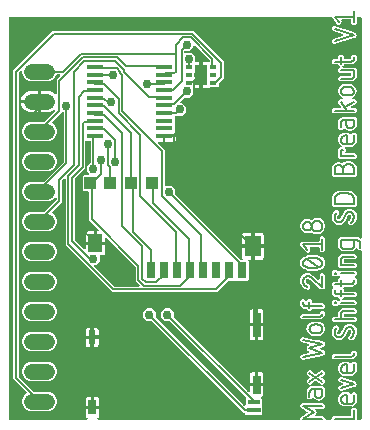
<source format=gbr>
G04 EAGLE Gerber RS-274X export*
G75*
%MOMM*%
%FSLAX34Y34*%
%LPD*%
%INTop Copper*%
%IPPOS*%
%AMOC8*
5,1,8,0,0,1.08239X$1,22.5*%
G01*
%ADD10C,0.152400*%
%ADD11R,0.600000X0.350000*%
%ADD12R,1.100000X1.700000*%
%ADD13R,1.475000X0.450000*%
%ADD14R,0.800000X1.400000*%
%ADD15R,1.350000X1.800000*%
%ADD16R,0.650000X2.140000*%
%ADD17R,0.650000X1.600000*%
%ADD18R,1.100000X0.450000*%
%ADD19R,1.150000X0.450000*%
%ADD20R,0.650000X1.300000*%
%ADD21R,0.600000X1.150000*%
%ADD22R,1.160000X1.500000*%
%ADD23R,1.000000X1.100000*%
%ADD24C,1.320800*%
%ADD25C,0.756400*%

G36*
X78252Y10168D02*
X78252Y10168D01*
X78299Y10167D01*
X78372Y10188D01*
X78447Y10200D01*
X78489Y10223D01*
X78535Y10237D01*
X78597Y10280D01*
X78664Y10316D01*
X78697Y10350D01*
X78737Y10378D01*
X78781Y10439D01*
X78834Y10494D01*
X78854Y10537D01*
X78882Y10576D01*
X78905Y10648D01*
X78937Y10717D01*
X78943Y10765D01*
X78957Y10810D01*
X78956Y10886D01*
X78964Y10961D01*
X78954Y11008D01*
X78953Y11056D01*
X78928Y11128D01*
X78912Y11202D01*
X78888Y11243D01*
X78872Y11288D01*
X78825Y11348D01*
X78786Y11413D01*
X78750Y11444D01*
X78720Y11482D01*
X78616Y11558D01*
X78599Y11573D01*
X78593Y11575D01*
X78585Y11581D01*
X78090Y11867D01*
X77617Y12340D01*
X77282Y12919D01*
X77109Y13566D01*
X77109Y18877D01*
X82138Y18877D01*
X82158Y18880D01*
X82177Y18878D01*
X82279Y18900D01*
X82381Y18917D01*
X82398Y18926D01*
X82418Y18930D01*
X82507Y18983D01*
X82598Y19032D01*
X82612Y19046D01*
X82629Y19056D01*
X82696Y19135D01*
X82767Y19210D01*
X82776Y19228D01*
X82789Y19243D01*
X82828Y19339D01*
X82871Y19433D01*
X82873Y19453D01*
X82881Y19471D01*
X82899Y19638D01*
X82899Y20401D01*
X82901Y20401D01*
X82901Y19638D01*
X82904Y19618D01*
X82902Y19599D01*
X82924Y19497D01*
X82941Y19395D01*
X82950Y19378D01*
X82954Y19358D01*
X83007Y19269D01*
X83056Y19178D01*
X83070Y19164D01*
X83080Y19147D01*
X83159Y19080D01*
X83234Y19009D01*
X83252Y19000D01*
X83267Y18987D01*
X83363Y18948D01*
X83457Y18905D01*
X83477Y18903D01*
X83495Y18895D01*
X83662Y18877D01*
X88691Y18877D01*
X88691Y13566D01*
X88518Y12919D01*
X88183Y12340D01*
X87710Y11867D01*
X87215Y11581D01*
X87178Y11551D01*
X87136Y11528D01*
X87084Y11473D01*
X87025Y11425D01*
X86999Y11385D01*
X86966Y11350D01*
X86934Y11281D01*
X86894Y11217D01*
X86883Y11171D01*
X86863Y11127D01*
X86854Y11052D01*
X86837Y10978D01*
X86841Y10930D01*
X86836Y10883D01*
X86852Y10808D01*
X86858Y10733D01*
X86878Y10689D01*
X86888Y10642D01*
X86927Y10577D01*
X86957Y10508D01*
X86989Y10472D01*
X87014Y10431D01*
X87072Y10382D01*
X87123Y10326D01*
X87164Y10302D01*
X87201Y10271D01*
X87271Y10243D01*
X87337Y10206D01*
X87385Y10197D01*
X87429Y10179D01*
X87557Y10165D01*
X87579Y10161D01*
X87586Y10162D01*
X87596Y10161D01*
X258210Y10161D01*
X258260Y10169D01*
X258310Y10167D01*
X258381Y10189D01*
X258453Y10200D01*
X258497Y10224D01*
X258545Y10239D01*
X258605Y10281D01*
X258670Y10316D01*
X258705Y10352D01*
X258746Y10381D01*
X258789Y10441D01*
X258840Y10494D01*
X258861Y10540D01*
X258890Y10580D01*
X258933Y10694D01*
X258943Y10717D01*
X258944Y10725D01*
X258949Y10737D01*
X259003Y10953D01*
X259003Y10962D01*
X259007Y10970D01*
X259025Y11137D01*
X259025Y11709D01*
X259098Y11782D01*
X259169Y11881D01*
X259240Y11978D01*
X259241Y11980D01*
X259242Y11982D01*
X259244Y11989D01*
X259298Y12136D01*
X259323Y12236D01*
X259814Y12530D01*
X259821Y12536D01*
X259829Y12539D01*
X259902Y12597D01*
X259905Y12599D01*
X259909Y12603D01*
X259960Y12644D01*
X260365Y13049D01*
X260468Y13049D01*
X260586Y13068D01*
X260707Y13087D01*
X260709Y13088D01*
X260711Y13088D01*
X260717Y13092D01*
X260859Y13157D01*
X264811Y15528D01*
X264874Y15581D01*
X264942Y15628D01*
X264967Y15660D01*
X264998Y15687D01*
X265041Y15758D01*
X265091Y15823D01*
X265104Y15862D01*
X265125Y15897D01*
X265143Y15978D01*
X265170Y16056D01*
X265170Y16097D01*
X265179Y16137D01*
X265170Y16220D01*
X265170Y16302D01*
X265157Y16341D01*
X265153Y16382D01*
X265119Y16457D01*
X265092Y16536D01*
X265068Y16568D01*
X265051Y16606D01*
X264994Y16666D01*
X264944Y16732D01*
X264901Y16764D01*
X264882Y16785D01*
X264856Y16799D01*
X264811Y16833D01*
X260859Y19204D01*
X260747Y19249D01*
X260634Y19294D01*
X260632Y19294D01*
X260631Y19295D01*
X260624Y19295D01*
X260468Y19313D01*
X260365Y19313D01*
X259960Y19717D01*
X259953Y19722D01*
X259947Y19730D01*
X259814Y19832D01*
X259323Y20126D01*
X259298Y20226D01*
X259253Y20330D01*
X259252Y20337D01*
X259247Y20345D01*
X259203Y20448D01*
X259202Y20450D01*
X259201Y20452D01*
X259196Y20457D01*
X259133Y20536D01*
X259126Y20548D01*
X259118Y20554D01*
X259098Y20579D01*
X259025Y20652D01*
X259025Y21224D01*
X259024Y21233D01*
X259025Y21243D01*
X259003Y21409D01*
X258864Y21964D01*
X258917Y22052D01*
X258960Y22161D01*
X259007Y22277D01*
X259007Y22279D01*
X259008Y22280D01*
X259008Y22287D01*
X259025Y22444D01*
X259025Y22547D01*
X259430Y22951D01*
X259435Y22958D01*
X259443Y22964D01*
X259544Y23098D01*
X259838Y23588D01*
X259938Y23613D01*
X260050Y23661D01*
X260161Y23708D01*
X260163Y23710D01*
X260164Y23710D01*
X260169Y23715D01*
X260292Y23813D01*
X260365Y23886D01*
X260937Y23886D01*
X260946Y23888D01*
X260955Y23886D01*
X261121Y23909D01*
X261676Y24047D01*
X261765Y23995D01*
X261874Y23951D01*
X261989Y23905D01*
X261992Y23904D01*
X261993Y23904D01*
X262000Y23903D01*
X262156Y23886D01*
X278515Y23886D01*
X279855Y22547D01*
X279855Y20652D01*
X278515Y19313D01*
X272475Y19313D01*
X272375Y19296D01*
X272274Y19285D01*
X272254Y19276D01*
X272232Y19273D01*
X272143Y19225D01*
X272050Y19183D01*
X272034Y19168D01*
X272015Y19158D01*
X271945Y19084D01*
X271871Y19014D01*
X271861Y18995D01*
X271846Y18979D01*
X271803Y18887D01*
X271755Y18798D01*
X271751Y18776D01*
X271742Y18756D01*
X271731Y18655D01*
X271714Y18555D01*
X271717Y18533D01*
X271715Y18512D01*
X271737Y18413D01*
X271753Y18312D01*
X271764Y18288D01*
X271767Y18272D01*
X271784Y18243D01*
X271822Y18160D01*
X271912Y18011D01*
X271978Y17933D01*
X272040Y17851D01*
X272060Y17835D01*
X272071Y17823D01*
X272099Y17806D01*
X272173Y17749D01*
X272332Y17654D01*
X272452Y17175D01*
X272463Y17149D01*
X272467Y17121D01*
X272537Y16968D01*
X272791Y16545D01*
X272746Y16365D01*
X272738Y16264D01*
X272724Y16162D01*
X272727Y16136D01*
X272726Y16120D01*
X272734Y16089D01*
X272746Y15996D01*
X272791Y15816D01*
X272537Y15393D01*
X272527Y15366D01*
X272510Y15343D01*
X272452Y15186D01*
X272332Y14707D01*
X272173Y14612D01*
X272144Y14587D01*
X272118Y14573D01*
X272082Y14536D01*
X272014Y14484D01*
X271998Y14463D01*
X271985Y14453D01*
X271969Y14425D01*
X271912Y14351D01*
X271822Y14202D01*
X271785Y14107D01*
X271742Y14015D01*
X271740Y13993D01*
X271732Y13973D01*
X271726Y13871D01*
X271715Y13771D01*
X271720Y13749D01*
X271718Y13727D01*
X271746Y13629D01*
X271767Y13530D01*
X271778Y13511D01*
X271784Y13490D01*
X271841Y13406D01*
X271893Y13319D01*
X271910Y13305D01*
X271922Y13287D01*
X272003Y13225D01*
X272080Y13159D01*
X272101Y13151D01*
X272118Y13138D01*
X272214Y13105D01*
X272309Y13067D01*
X272335Y13064D01*
X272351Y13059D01*
X272384Y13059D01*
X272475Y13049D01*
X278515Y13049D01*
X279855Y11709D01*
X279855Y10922D01*
X279858Y10902D01*
X279856Y10883D01*
X279878Y10781D01*
X279894Y10679D01*
X279904Y10662D01*
X279908Y10642D01*
X279961Y10553D01*
X280010Y10462D01*
X280024Y10448D01*
X280034Y10431D01*
X280113Y10364D01*
X280188Y10292D01*
X280206Y10284D01*
X280221Y10271D01*
X280317Y10232D01*
X280411Y10189D01*
X280431Y10187D01*
X280449Y10179D01*
X280616Y10161D01*
X284934Y10161D01*
X284954Y10164D01*
X284973Y10162D01*
X285075Y10184D01*
X285177Y10200D01*
X285194Y10210D01*
X285214Y10214D01*
X285303Y10267D01*
X285394Y10316D01*
X285408Y10330D01*
X285425Y10340D01*
X285492Y10419D01*
X285564Y10494D01*
X285572Y10512D01*
X285585Y10527D01*
X285624Y10623D01*
X285667Y10717D01*
X285669Y10737D01*
X285677Y10755D01*
X285695Y10922D01*
X285695Y11709D01*
X287035Y13049D01*
X301190Y13049D01*
X301210Y13052D01*
X301229Y13050D01*
X301331Y13072D01*
X301433Y13088D01*
X301450Y13098D01*
X301470Y13102D01*
X301559Y13155D01*
X301650Y13204D01*
X301664Y13218D01*
X301681Y13228D01*
X301748Y13307D01*
X301820Y13382D01*
X301828Y13400D01*
X301841Y13415D01*
X301880Y13511D01*
X301923Y13605D01*
X301925Y13625D01*
X301933Y13643D01*
X301951Y13810D01*
X301951Y18934D01*
X303050Y20033D01*
X303092Y20091D01*
X303141Y20143D01*
X303163Y20190D01*
X303194Y20233D01*
X303215Y20301D01*
X303245Y20366D01*
X303251Y20418D01*
X303266Y20468D01*
X303264Y20540D01*
X303269Y20583D01*
X303292Y20544D01*
X303350Y20495D01*
X303401Y20439D01*
X303443Y20415D01*
X303479Y20384D01*
X303550Y20356D01*
X303616Y20319D01*
X303663Y20310D01*
X303708Y20292D01*
X303836Y20278D01*
X303858Y20274D01*
X303864Y20275D01*
X303874Y20274D01*
X305185Y20274D01*
X306525Y18934D01*
X306525Y10922D01*
X306528Y10902D01*
X306526Y10883D01*
X306548Y10781D01*
X306564Y10679D01*
X306574Y10662D01*
X306578Y10642D01*
X306631Y10553D01*
X306680Y10462D01*
X306694Y10448D01*
X306704Y10431D01*
X306783Y10364D01*
X306858Y10292D01*
X306876Y10284D01*
X306891Y10271D01*
X306987Y10232D01*
X307081Y10189D01*
X307101Y10187D01*
X307119Y10179D01*
X307286Y10161D01*
X310078Y10161D01*
X310098Y10164D01*
X310117Y10162D01*
X310219Y10184D01*
X310321Y10200D01*
X310338Y10210D01*
X310358Y10214D01*
X310447Y10267D01*
X310538Y10316D01*
X310552Y10330D01*
X310569Y10340D01*
X310636Y10419D01*
X310708Y10494D01*
X310716Y10512D01*
X310729Y10527D01*
X310768Y10623D01*
X310811Y10717D01*
X310813Y10737D01*
X310821Y10755D01*
X310839Y10922D01*
X310839Y152703D01*
X310836Y152723D01*
X310838Y152743D01*
X310816Y152844D01*
X310800Y152946D01*
X310790Y152964D01*
X310786Y152983D01*
X310733Y153072D01*
X310684Y153163D01*
X310670Y153177D01*
X310660Y153194D01*
X310581Y153261D01*
X310506Y153333D01*
X310488Y153341D01*
X310473Y153354D01*
X310377Y153393D01*
X310283Y153436D01*
X310263Y153439D01*
X310245Y153446D01*
X310078Y153464D01*
X308709Y153464D01*
X307370Y154804D01*
X307370Y154842D01*
X307362Y154889D01*
X307364Y154937D01*
X307342Y155010D01*
X307330Y155084D01*
X307308Y155127D01*
X307294Y155173D01*
X307251Y155235D01*
X307215Y155302D01*
X307180Y155335D01*
X307153Y155374D01*
X307092Y155419D01*
X307037Y155471D01*
X306993Y155491D01*
X306955Y155520D01*
X306882Y155543D01*
X306814Y155575D01*
X306766Y155580D01*
X306720Y155595D01*
X306644Y155594D01*
X306569Y155602D01*
X306522Y155592D01*
X306474Y155591D01*
X306403Y155566D01*
X306329Y155550D01*
X306288Y155525D01*
X306242Y155509D01*
X306183Y155462D01*
X306118Y155423D01*
X306087Y155387D01*
X306049Y155357D01*
X305972Y155253D01*
X305958Y155237D01*
X305955Y155230D01*
X305949Y155222D01*
X305186Y153900D01*
X302867Y152561D01*
X294771Y152561D01*
X292453Y153900D01*
X291114Y156219D01*
X291114Y163020D01*
X292453Y164360D01*
X308286Y164360D01*
X309697Y163545D01*
X309787Y163511D01*
X309873Y163471D01*
X309901Y163468D01*
X309927Y163458D01*
X310023Y163454D01*
X310117Y163444D01*
X310145Y163450D01*
X310173Y163449D01*
X310265Y163476D01*
X310358Y163496D01*
X310382Y163511D01*
X310409Y163519D01*
X310487Y163573D01*
X310569Y163622D01*
X310587Y163644D01*
X310610Y163660D01*
X310667Y163737D01*
X310729Y163809D01*
X310739Y163835D01*
X310756Y163858D01*
X310785Y163949D01*
X310821Y164037D01*
X310825Y164073D01*
X310831Y164092D01*
X310831Y164125D01*
X310839Y164204D01*
X310839Y350078D01*
X310836Y350098D01*
X310838Y350117D01*
X310816Y350219D01*
X310800Y350321D01*
X310790Y350338D01*
X310786Y350358D01*
X310733Y350447D01*
X310684Y350538D01*
X310670Y350552D01*
X310660Y350569D01*
X310581Y350636D01*
X310506Y350708D01*
X310488Y350716D01*
X310473Y350729D01*
X310377Y350768D01*
X310283Y350811D01*
X310263Y350813D01*
X310245Y350821D01*
X310078Y350839D01*
X307286Y350839D01*
X307266Y350836D01*
X307247Y350838D01*
X307145Y350816D01*
X307043Y350800D01*
X307026Y350790D01*
X307006Y350786D01*
X306917Y350733D01*
X306826Y350684D01*
X306812Y350670D01*
X306795Y350660D01*
X306728Y350581D01*
X306656Y350506D01*
X306648Y350488D01*
X306635Y350473D01*
X306596Y350377D01*
X306553Y350283D01*
X306551Y350263D01*
X306543Y350245D01*
X306525Y350078D01*
X306525Y345856D01*
X305185Y344517D01*
X303291Y344517D01*
X301951Y345856D01*
X301951Y348271D01*
X301948Y348291D01*
X301950Y348310D01*
X301928Y348412D01*
X301912Y348514D01*
X301902Y348531D01*
X301898Y348551D01*
X301845Y348640D01*
X301796Y348731D01*
X301782Y348745D01*
X301772Y348762D01*
X301693Y348829D01*
X301618Y348900D01*
X301600Y348909D01*
X301585Y348922D01*
X301489Y348960D01*
X301395Y349004D01*
X301375Y349006D01*
X301357Y349014D01*
X301190Y349032D01*
X294324Y349032D01*
X294294Y349027D01*
X294265Y349030D01*
X294173Y349008D01*
X294081Y348992D01*
X294055Y348978D01*
X294026Y348971D01*
X293946Y348921D01*
X293864Y348877D01*
X293843Y348856D01*
X293818Y348840D01*
X293759Y348767D01*
X293694Y348699D01*
X293682Y348672D01*
X293663Y348649D01*
X293630Y348561D01*
X293591Y348476D01*
X293587Y348446D01*
X293577Y348418D01*
X293574Y348325D01*
X293564Y348231D01*
X293570Y348202D01*
X293569Y348173D01*
X293596Y348083D01*
X293616Y347991D01*
X293631Y347966D01*
X293640Y347937D01*
X293729Y347795D01*
X293972Y347492D01*
X293763Y345609D01*
X292283Y344426D01*
X290401Y344635D01*
X286302Y349759D01*
X286280Y349778D01*
X286246Y349821D01*
X285554Y350513D01*
X285540Y350538D01*
X285526Y350552D01*
X285516Y350569D01*
X285437Y350636D01*
X285362Y350708D01*
X285344Y350716D01*
X285329Y350729D01*
X285233Y350768D01*
X285139Y350811D01*
X285119Y350813D01*
X285101Y350821D01*
X284934Y350839D01*
X12922Y350839D01*
X12902Y350836D01*
X12883Y350838D01*
X12781Y350816D01*
X12679Y350800D01*
X12662Y350790D01*
X12642Y350786D01*
X12553Y350733D01*
X12462Y350684D01*
X12448Y350670D01*
X12431Y350660D01*
X12364Y350581D01*
X12292Y350506D01*
X12284Y350488D01*
X12271Y350473D01*
X12232Y350377D01*
X12189Y350283D01*
X12187Y350263D01*
X12179Y350245D01*
X12161Y350078D01*
X12161Y10922D01*
X12164Y10902D01*
X12162Y10883D01*
X12184Y10781D01*
X12200Y10679D01*
X12210Y10662D01*
X12214Y10642D01*
X12267Y10553D01*
X12316Y10462D01*
X12330Y10448D01*
X12340Y10431D01*
X12419Y10364D01*
X12494Y10292D01*
X12512Y10284D01*
X12527Y10271D01*
X12623Y10232D01*
X12717Y10189D01*
X12737Y10187D01*
X12755Y10179D01*
X12922Y10161D01*
X78204Y10161D01*
X78252Y10168D01*
G37*
%LPC*%
G36*
X29879Y17271D02*
X29879Y17271D01*
X26891Y18509D01*
X24605Y20795D01*
X23367Y23783D01*
X23367Y27017D01*
X24605Y30005D01*
X26891Y32291D01*
X26964Y32321D01*
X27003Y32345D01*
X27046Y32361D01*
X27107Y32410D01*
X27173Y32451D01*
X27202Y32486D01*
X27238Y32515D01*
X27280Y32581D01*
X27330Y32640D01*
X27346Y32683D01*
X27371Y32722D01*
X27390Y32797D01*
X27418Y32870D01*
X27420Y32916D01*
X27431Y32960D01*
X27425Y33038D01*
X27429Y33116D01*
X27416Y33160D01*
X27412Y33206D01*
X27382Y33277D01*
X27360Y33352D01*
X27334Y33390D01*
X27316Y33432D01*
X27230Y33539D01*
X27220Y33554D01*
X27216Y33557D01*
X27211Y33563D01*
X16001Y44773D01*
X16001Y305747D01*
X49345Y339091D01*
X168587Y339091D01*
X194311Y313367D01*
X194311Y299281D01*
X192748Y297718D01*
X190048Y295018D01*
X189995Y294944D01*
X189935Y294874D01*
X189923Y294844D01*
X189904Y294818D01*
X189877Y294731D01*
X189843Y294646D01*
X189839Y294605D01*
X189832Y294583D01*
X189833Y294551D01*
X189825Y294480D01*
X189825Y292918D01*
X188932Y292025D01*
X182934Y292025D01*
X182844Y292011D01*
X182753Y292003D01*
X182723Y291991D01*
X182691Y291986D01*
X182610Y291943D01*
X182526Y291907D01*
X182494Y291881D01*
X182474Y291870D01*
X182451Y291847D01*
X182395Y291802D01*
X181860Y291267D01*
X181281Y290932D01*
X180634Y290759D01*
X176323Y290759D01*
X176323Y301038D01*
X176320Y301058D01*
X176322Y301077D01*
X176300Y301179D01*
X176283Y301281D01*
X176274Y301298D01*
X176270Y301318D01*
X176217Y301407D01*
X176168Y301498D01*
X176154Y301512D01*
X176144Y301529D01*
X176065Y301596D01*
X175990Y301667D01*
X175972Y301676D01*
X175957Y301689D01*
X175861Y301728D01*
X175767Y301771D01*
X175747Y301773D01*
X175729Y301781D01*
X175562Y301799D01*
X174799Y301799D01*
X174799Y301801D01*
X175562Y301801D01*
X175582Y301804D01*
X175601Y301802D01*
X175703Y301824D01*
X175805Y301841D01*
X175822Y301850D01*
X175842Y301854D01*
X175931Y301907D01*
X176022Y301956D01*
X176036Y301970D01*
X176053Y301980D01*
X176120Y302059D01*
X176191Y302134D01*
X176200Y302152D01*
X176213Y302167D01*
X176252Y302263D01*
X176295Y302357D01*
X176297Y302377D01*
X176305Y302395D01*
X176323Y302562D01*
X176323Y312841D01*
X180634Y312841D01*
X181159Y312700D01*
X181278Y312688D01*
X181395Y312675D01*
X181400Y312676D01*
X181404Y312676D01*
X181519Y312702D01*
X181636Y312728D01*
X181639Y312730D01*
X181643Y312731D01*
X181745Y312793D01*
X181847Y312854D01*
X181850Y312857D01*
X181853Y312859D01*
X181929Y312950D01*
X182007Y313041D01*
X182008Y313045D01*
X182011Y313048D01*
X182054Y313157D01*
X182099Y313269D01*
X182099Y313274D01*
X182101Y313277D01*
X182101Y313290D01*
X182117Y313435D01*
X182117Y314205D01*
X182103Y314296D01*
X182095Y314386D01*
X182083Y314416D01*
X182078Y314448D01*
X182035Y314529D01*
X181999Y314613D01*
X181973Y314645D01*
X181962Y314666D01*
X181939Y314688D01*
X181894Y314744D01*
X169674Y326964D01*
X169616Y327006D01*
X169564Y327055D01*
X169517Y327077D01*
X169475Y327107D01*
X169406Y327128D01*
X169341Y327159D01*
X169289Y327164D01*
X169239Y327180D01*
X169168Y327178D01*
X169097Y327186D01*
X169046Y327175D01*
X168994Y327173D01*
X168926Y327149D01*
X168856Y327134D01*
X168811Y327107D01*
X168763Y327089D01*
X168707Y327044D01*
X168645Y327007D01*
X168611Y326968D01*
X168571Y326935D01*
X168532Y326875D01*
X168485Y326820D01*
X168466Y326772D01*
X168438Y326728D01*
X168420Y326659D01*
X168393Y326592D01*
X168385Y326521D01*
X168377Y326490D01*
X168379Y326466D01*
X168375Y326426D01*
X168375Y325462D01*
X165266Y322353D01*
X161544Y322353D01*
X161524Y322350D01*
X161505Y322352D01*
X161403Y322330D01*
X161301Y322314D01*
X161284Y322304D01*
X161264Y322300D01*
X161175Y322247D01*
X161084Y322198D01*
X161070Y322184D01*
X161053Y322174D01*
X160986Y322095D01*
X160914Y322020D01*
X160906Y322002D01*
X160893Y321987D01*
X160854Y321891D01*
X160811Y321797D01*
X160809Y321777D01*
X160801Y321759D01*
X160783Y321592D01*
X160783Y321001D01*
X160794Y320931D01*
X160796Y320859D01*
X160814Y320810D01*
X160822Y320759D01*
X160856Y320695D01*
X160881Y320628D01*
X160913Y320587D01*
X160938Y320541D01*
X160990Y320492D01*
X161034Y320436D01*
X161078Y320408D01*
X161116Y320372D01*
X161181Y320342D01*
X161241Y320303D01*
X161292Y320290D01*
X161339Y320268D01*
X161410Y320260D01*
X161480Y320243D01*
X161532Y320247D01*
X161583Y320241D01*
X161654Y320256D01*
X161725Y320262D01*
X161773Y320282D01*
X161824Y320293D01*
X161885Y320330D01*
X161951Y320358D01*
X162007Y320403D01*
X162035Y320420D01*
X162050Y320437D01*
X162082Y320463D01*
X162394Y320775D01*
X166790Y320775D01*
X169899Y317666D01*
X169899Y313602D01*
X169902Y313582D01*
X169900Y313563D01*
X169922Y313461D01*
X169938Y313359D01*
X169948Y313342D01*
X169952Y313322D01*
X170005Y313233D01*
X170054Y313142D01*
X170068Y313128D01*
X170078Y313111D01*
X170157Y313044D01*
X170232Y312972D01*
X170250Y312964D01*
X170265Y312951D01*
X170361Y312912D01*
X170455Y312869D01*
X170475Y312867D01*
X170493Y312859D01*
X170660Y312841D01*
X173277Y312841D01*
X173277Y303323D01*
X169586Y303323D01*
X169566Y303320D01*
X169547Y303322D01*
X169445Y303300D01*
X169343Y303283D01*
X169326Y303274D01*
X169306Y303270D01*
X169217Y303217D01*
X169126Y303168D01*
X169112Y303154D01*
X169095Y303144D01*
X169028Y303065D01*
X168956Y302990D01*
X168948Y302972D01*
X168935Y302957D01*
X168896Y302861D01*
X168853Y302767D01*
X168851Y302747D01*
X168843Y302729D01*
X168825Y302562D01*
X168825Y301038D01*
X168828Y301018D01*
X168826Y300999D01*
X168848Y300897D01*
X168864Y300795D01*
X168874Y300778D01*
X168878Y300758D01*
X168931Y300669D01*
X168980Y300578D01*
X168994Y300564D01*
X169004Y300547D01*
X169083Y300480D01*
X169158Y300409D01*
X169176Y300400D01*
X169191Y300387D01*
X169287Y300348D01*
X169381Y300305D01*
X169401Y300303D01*
X169419Y300295D01*
X169586Y300277D01*
X173277Y300277D01*
X173277Y290759D01*
X169136Y290759D01*
X169116Y290756D01*
X169097Y290758D01*
X168995Y290736D01*
X168893Y290720D01*
X168876Y290710D01*
X168856Y290706D01*
X168767Y290653D01*
X168676Y290604D01*
X168662Y290590D01*
X168645Y290580D01*
X168578Y290501D01*
X168506Y290426D01*
X168498Y290408D01*
X168485Y290393D01*
X168446Y290297D01*
X168403Y290203D01*
X168401Y290183D01*
X168393Y290165D01*
X168375Y289998D01*
X168375Y285838D01*
X165266Y282729D01*
X161311Y282729D01*
X161220Y282715D01*
X161130Y282707D01*
X161100Y282695D01*
X161068Y282690D01*
X160987Y282647D01*
X160903Y282611D01*
X160871Y282585D01*
X160850Y282574D01*
X160828Y282551D01*
X160772Y282506D01*
X157668Y279402D01*
X157626Y279344D01*
X157577Y279292D01*
X157555Y279245D01*
X157525Y279203D01*
X157504Y279134D01*
X157473Y279069D01*
X157468Y279017D01*
X157452Y278967D01*
X157454Y278896D01*
X157446Y278825D01*
X157457Y278774D01*
X157459Y278722D01*
X157483Y278654D01*
X157498Y278584D01*
X157525Y278539D01*
X157543Y278491D01*
X157588Y278435D01*
X157625Y278373D01*
X157664Y278339D01*
X157697Y278299D01*
X157757Y278260D01*
X157812Y278213D01*
X157860Y278194D01*
X157904Y278166D01*
X157973Y278148D01*
X158040Y278121D01*
X158111Y278113D01*
X158142Y278105D01*
X158166Y278107D01*
X158206Y278103D01*
X159170Y278103D01*
X162279Y274994D01*
X162279Y270598D01*
X159170Y267489D01*
X155215Y267489D01*
X155124Y267475D01*
X155034Y267467D01*
X155019Y267461D01*
X153341Y267461D01*
X153321Y267458D01*
X153302Y267460D01*
X153200Y267438D01*
X153098Y267422D01*
X153081Y267412D01*
X153061Y267408D01*
X152972Y267355D01*
X152881Y267306D01*
X152867Y267292D01*
X152850Y267282D01*
X152783Y267203D01*
X152711Y267128D01*
X152703Y267110D01*
X152690Y267095D01*
X152651Y266999D01*
X152608Y266905D01*
X152606Y266885D01*
X152598Y266867D01*
X152580Y266700D01*
X152580Y266664D01*
X152564Y266602D01*
X152534Y266503D01*
X152534Y266483D01*
X152529Y266464D01*
X152537Y266361D01*
X152540Y266258D01*
X152547Y266239D01*
X152548Y266219D01*
X152580Y266145D01*
X152580Y260164D01*
X152564Y260102D01*
X152534Y260003D01*
X152534Y259983D01*
X152529Y259964D01*
X152537Y259861D01*
X152540Y259758D01*
X152547Y259739D01*
X152548Y259719D01*
X152580Y259645D01*
X152580Y254784D01*
X152594Y254694D01*
X152602Y254603D01*
X152614Y254573D01*
X152619Y254541D01*
X152662Y254460D01*
X152698Y254376D01*
X152724Y254344D01*
X152735Y254324D01*
X152758Y254301D01*
X152803Y254245D01*
X153088Y253960D01*
X153423Y253381D01*
X153596Y252734D01*
X153596Y251274D01*
X144043Y251274D01*
X144024Y251271D01*
X144004Y251273D01*
X143902Y251251D01*
X143800Y251235D01*
X143783Y251225D01*
X143763Y251221D01*
X143674Y251168D01*
X143583Y251119D01*
X143569Y251105D01*
X143552Y251095D01*
X143485Y251016D01*
X143414Y250941D01*
X143405Y250923D01*
X143392Y250908D01*
X143354Y250812D01*
X143310Y250718D01*
X143308Y250698D01*
X143300Y250680D01*
X143286Y250546D01*
X143277Y250547D01*
X143176Y250525D01*
X143074Y250508D01*
X143057Y250499D01*
X143037Y250495D01*
X142948Y250442D01*
X142857Y250393D01*
X142843Y250379D01*
X142826Y250369D01*
X142759Y250290D01*
X142687Y250215D01*
X142679Y250197D01*
X142666Y250182D01*
X142627Y250085D01*
X142584Y249992D01*
X142582Y249972D01*
X142574Y249954D01*
X142556Y249787D01*
X142556Y245359D01*
X139188Y245359D01*
X139118Y245348D01*
X139046Y245346D01*
X138997Y245328D01*
X138946Y245320D01*
X138882Y245286D01*
X138815Y245261D01*
X138774Y245229D01*
X138728Y245204D01*
X138679Y245152D01*
X138623Y245108D01*
X138595Y245064D01*
X138559Y245026D01*
X138529Y244961D01*
X138490Y244901D01*
X138477Y244850D01*
X138455Y244803D01*
X138447Y244732D01*
X138430Y244662D01*
X138434Y244610D01*
X138428Y244559D01*
X138443Y244488D01*
X138449Y244417D01*
X138469Y244369D01*
X138480Y244318D01*
X138517Y244257D01*
X138545Y244191D01*
X138590Y244135D01*
X138607Y244107D01*
X138624Y244092D01*
X138650Y244060D01*
X144019Y238691D01*
X144019Y208225D01*
X144030Y208155D01*
X144032Y208083D01*
X144050Y208034D01*
X144058Y207983D01*
X144092Y207919D01*
X144117Y207852D01*
X144149Y207811D01*
X144174Y207765D01*
X144226Y207716D01*
X144270Y207660D01*
X144314Y207632D01*
X144352Y207596D01*
X144417Y207566D01*
X144477Y207527D01*
X144528Y207514D01*
X144575Y207492D01*
X144646Y207484D01*
X144716Y207467D01*
X144768Y207471D01*
X144819Y207465D01*
X144890Y207480D01*
X144961Y207486D01*
X145009Y207506D01*
X145060Y207517D01*
X145121Y207554D01*
X145187Y207582D01*
X145243Y207627D01*
X145271Y207644D01*
X145286Y207661D01*
X145318Y207687D01*
X145630Y207999D01*
X150026Y207999D01*
X153135Y204890D01*
X153135Y200935D01*
X153149Y200844D01*
X153157Y200754D01*
X153169Y200724D01*
X153174Y200692D01*
X153217Y200611D01*
X153253Y200527D01*
X153279Y200495D01*
X153290Y200474D01*
X153313Y200452D01*
X153358Y200396D01*
X208606Y145148D01*
X208680Y145095D01*
X208750Y145035D01*
X208780Y145023D01*
X208806Y145004D01*
X208893Y144977D01*
X208978Y144943D01*
X209019Y144939D01*
X209041Y144932D01*
X209073Y144933D01*
X209144Y144925D01*
X209444Y144925D01*
X209515Y144936D01*
X209587Y144938D01*
X209636Y144956D01*
X209687Y144964D01*
X209750Y144998D01*
X209818Y145023D01*
X209858Y145055D01*
X209904Y145080D01*
X209954Y145132D01*
X210010Y145176D01*
X210038Y145220D01*
X210074Y145258D01*
X210104Y145323D01*
X210143Y145383D01*
X210156Y145434D01*
X210177Y145481D01*
X210185Y145552D01*
X210203Y145622D01*
X210199Y145674D01*
X210205Y145725D01*
X210189Y145796D01*
X210184Y145867D01*
X210163Y145915D01*
X210152Y145966D01*
X210115Y146027D01*
X210087Y146093D01*
X210043Y146149D01*
X210026Y146177D01*
X210008Y146192D01*
X209983Y146224D01*
X209867Y146340D01*
X209532Y146919D01*
X209359Y147566D01*
X209359Y155377D01*
X217127Y155377D01*
X217127Y145359D01*
X215785Y145359D01*
X215714Y145348D01*
X215642Y145346D01*
X215593Y145328D01*
X215542Y145320D01*
X215479Y145286D01*
X215411Y145261D01*
X215371Y145229D01*
X215325Y145204D01*
X215275Y145153D01*
X215219Y145108D01*
X215191Y145064D01*
X215155Y145026D01*
X215125Y144961D01*
X215086Y144901D01*
X215074Y144850D01*
X215052Y144803D01*
X215044Y144732D01*
X215026Y144662D01*
X215030Y144610D01*
X215025Y144559D01*
X215040Y144488D01*
X215045Y144417D01*
X215066Y144369D01*
X215077Y144318D01*
X215114Y144257D01*
X215142Y144191D01*
X215187Y144135D01*
X215203Y144107D01*
X215221Y144092D01*
X215247Y144060D01*
X215275Y144032D01*
X215275Y128768D01*
X214382Y127875D01*
X205118Y127875D01*
X204788Y128205D01*
X204772Y128217D01*
X204760Y128233D01*
X204673Y128289D01*
X204589Y128349D01*
X204570Y128355D01*
X204553Y128366D01*
X204452Y128391D01*
X204353Y128421D01*
X204334Y128421D01*
X204314Y128426D01*
X204211Y128418D01*
X204108Y128415D01*
X204089Y128408D01*
X204069Y128407D01*
X203974Y128366D01*
X203877Y128331D01*
X203861Y128318D01*
X203843Y128310D01*
X203712Y128205D01*
X203382Y127875D01*
X198481Y127875D01*
X198390Y127861D01*
X198300Y127853D01*
X198270Y127841D01*
X198238Y127836D01*
X198157Y127793D01*
X198073Y127757D01*
X198041Y127731D01*
X198020Y127720D01*
X197998Y127697D01*
X197942Y127652D01*
X188399Y118109D01*
X99637Y118109D01*
X60197Y157549D01*
X60197Y213622D01*
X60186Y213692D01*
X60184Y213764D01*
X60166Y213813D01*
X60158Y213864D01*
X60124Y213928D01*
X60099Y213995D01*
X60067Y214036D01*
X60042Y214082D01*
X59990Y214131D01*
X59946Y214187D01*
X59902Y214215D01*
X59864Y214251D01*
X59799Y214281D01*
X59739Y214320D01*
X59688Y214333D01*
X59641Y214355D01*
X59570Y214363D01*
X59500Y214380D01*
X59448Y214376D01*
X59397Y214382D01*
X59326Y214367D01*
X59255Y214361D01*
X59207Y214341D01*
X59156Y214330D01*
X59095Y214293D01*
X59029Y214265D01*
X58973Y214220D01*
X58945Y214203D01*
X58930Y214186D01*
X58898Y214160D01*
X57374Y212636D01*
X57321Y212562D01*
X57261Y212492D01*
X57249Y212462D01*
X57230Y212436D01*
X57203Y212349D01*
X57169Y212264D01*
X57165Y212223D01*
X57158Y212201D01*
X57159Y212169D01*
X57151Y212097D01*
X57151Y194125D01*
X48989Y185963D01*
X48962Y185926D01*
X48928Y185895D01*
X48891Y185826D01*
X48845Y185763D01*
X48832Y185719D01*
X48810Y185679D01*
X48796Y185603D01*
X48773Y185528D01*
X48774Y185482D01*
X48766Y185437D01*
X48777Y185360D01*
X48779Y185282D01*
X48795Y185239D01*
X48802Y185194D01*
X48837Y185124D01*
X48864Y185051D01*
X48892Y185015D01*
X48913Y184974D01*
X48969Y184920D01*
X49017Y184859D01*
X49056Y184834D01*
X49089Y184802D01*
X49209Y184736D01*
X49224Y184726D01*
X49229Y184725D01*
X49236Y184721D01*
X49309Y184691D01*
X51595Y182405D01*
X52833Y179417D01*
X52833Y176183D01*
X51595Y173195D01*
X49309Y170909D01*
X46321Y169671D01*
X29879Y169671D01*
X26891Y170909D01*
X24605Y173195D01*
X23367Y176183D01*
X23367Y179417D01*
X24605Y182405D01*
X26891Y184691D01*
X29879Y185929D01*
X42172Y185929D01*
X42262Y185943D01*
X42353Y185951D01*
X42382Y185963D01*
X42414Y185968D01*
X42495Y186011D01*
X42579Y186047D01*
X42611Y186073D01*
X42632Y186084D01*
X42654Y186107D01*
X42710Y186152D01*
X52354Y195796D01*
X52407Y195870D01*
X52467Y195940D01*
X52479Y195970D01*
X52498Y195996D01*
X52525Y196083D01*
X52559Y196168D01*
X52563Y196209D01*
X52570Y196231D01*
X52569Y196263D01*
X52577Y196335D01*
X52577Y197740D01*
X52566Y197810D01*
X52564Y197882D01*
X52546Y197931D01*
X52538Y197982D01*
X52504Y198046D01*
X52479Y198113D01*
X52447Y198154D01*
X52422Y198200D01*
X52370Y198249D01*
X52326Y198305D01*
X52282Y198333D01*
X52244Y198369D01*
X52179Y198399D01*
X52119Y198438D01*
X52068Y198451D01*
X52021Y198473D01*
X51950Y198481D01*
X51880Y198498D01*
X51828Y198494D01*
X51777Y198500D01*
X51706Y198485D01*
X51635Y198479D01*
X51587Y198459D01*
X51536Y198448D01*
X51475Y198411D01*
X51409Y198383D01*
X51353Y198338D01*
X51325Y198321D01*
X51310Y198304D01*
X51278Y198278D01*
X49309Y196309D01*
X46321Y195071D01*
X29879Y195071D01*
X26891Y196309D01*
X24605Y198595D01*
X23367Y201583D01*
X23367Y204817D01*
X24605Y207805D01*
X26891Y210091D01*
X29879Y211329D01*
X41663Y211329D01*
X41754Y211343D01*
X41844Y211351D01*
X41874Y211363D01*
X41906Y211368D01*
X41987Y211411D01*
X42071Y211447D01*
X42103Y211473D01*
X42124Y211484D01*
X42146Y211507D01*
X42202Y211552D01*
X58450Y227800D01*
X58503Y227874D01*
X58563Y227944D01*
X58575Y227974D01*
X58594Y228000D01*
X58621Y228087D01*
X58655Y228172D01*
X58659Y228213D01*
X58666Y228235D01*
X58665Y228267D01*
X58673Y228339D01*
X58673Y270311D01*
X58658Y270402D01*
X58651Y270494D01*
X58637Y270531D01*
X58634Y270553D01*
X58633Y270553D01*
X58618Y270582D01*
X58593Y270651D01*
X58551Y270708D01*
X58518Y270771D01*
X58480Y270807D01*
X58449Y270850D01*
X58391Y270891D01*
X58340Y270940D01*
X58292Y270962D01*
X58249Y270993D01*
X58181Y271014D01*
X58117Y271044D01*
X58064Y271050D01*
X58013Y271065D01*
X57943Y271063D01*
X57873Y271071D01*
X57821Y271060D01*
X57767Y271058D01*
X57701Y271034D01*
X57632Y271019D01*
X57587Y270991D01*
X57537Y270973D01*
X57482Y270929D01*
X57421Y270892D01*
X57387Y270852D01*
X57345Y270819D01*
X57307Y270759D01*
X57261Y270705D01*
X57241Y270656D01*
X57213Y270611D01*
X57196Y270543D01*
X57169Y270477D01*
X57161Y270404D01*
X57153Y270373D01*
X57155Y270350D01*
X57153Y270327D01*
X48989Y262163D01*
X48962Y262126D01*
X48928Y262095D01*
X48891Y262026D01*
X48845Y261963D01*
X48832Y261919D01*
X48810Y261879D01*
X48796Y261803D01*
X48773Y261728D01*
X48774Y261682D01*
X48766Y261637D01*
X48777Y261560D01*
X48779Y261482D01*
X48795Y261439D01*
X48802Y261394D01*
X48837Y261324D01*
X48864Y261251D01*
X48892Y261215D01*
X48913Y261174D01*
X48969Y261120D01*
X49017Y261059D01*
X49056Y261034D01*
X49089Y261002D01*
X49209Y260936D01*
X49224Y260926D01*
X49229Y260925D01*
X49236Y260921D01*
X49309Y260891D01*
X51595Y258605D01*
X52833Y255617D01*
X52833Y252383D01*
X51595Y249395D01*
X49309Y247109D01*
X46321Y245871D01*
X29879Y245871D01*
X26891Y247109D01*
X24605Y249395D01*
X23367Y252383D01*
X23367Y255617D01*
X24605Y258605D01*
X26891Y260891D01*
X29879Y262129D01*
X42171Y262129D01*
X42262Y262143D01*
X42352Y262151D01*
X42382Y262163D01*
X42414Y262168D01*
X42495Y262211D01*
X42579Y262247D01*
X42611Y262273D01*
X42632Y262284D01*
X42637Y262289D01*
X42655Y262308D01*
X42710Y262352D01*
X51462Y271104D01*
X51490Y271143D01*
X51526Y271177D01*
X51562Y271243D01*
X51605Y271303D01*
X51620Y271350D01*
X51643Y271393D01*
X51656Y271467D01*
X51678Y271538D01*
X51676Y271587D01*
X51685Y271636D01*
X51673Y271709D01*
X51671Y271784D01*
X51654Y271830D01*
X51647Y271879D01*
X51612Y271945D01*
X51587Y272015D01*
X51556Y272054D01*
X51534Y272097D01*
X51480Y272149D01*
X51433Y272207D01*
X51392Y272234D01*
X51357Y272268D01*
X51289Y272300D01*
X51226Y272340D01*
X51179Y272352D01*
X51134Y272373D01*
X51060Y272382D01*
X50988Y272400D01*
X50939Y272397D01*
X50890Y272402D01*
X50817Y272387D01*
X50742Y272381D01*
X50697Y272362D01*
X50649Y272352D01*
X50538Y272294D01*
X50516Y272285D01*
X50509Y272279D01*
X50500Y272275D01*
X49036Y271296D01*
X47371Y270607D01*
X45605Y270255D01*
X39623Y270255D01*
X39623Y278638D01*
X39620Y278658D01*
X39622Y278677D01*
X39600Y278779D01*
X39583Y278881D01*
X39574Y278898D01*
X39570Y278918D01*
X39517Y279007D01*
X39468Y279098D01*
X39454Y279112D01*
X39444Y279129D01*
X39365Y279196D01*
X39290Y279267D01*
X39272Y279276D01*
X39257Y279289D01*
X39161Y279327D01*
X39067Y279371D01*
X39047Y279373D01*
X39029Y279381D01*
X38862Y279399D01*
X38099Y279399D01*
X38099Y279401D01*
X38862Y279401D01*
X38882Y279404D01*
X38901Y279402D01*
X39003Y279424D01*
X39105Y279441D01*
X39122Y279450D01*
X39142Y279454D01*
X39231Y279507D01*
X39322Y279556D01*
X39336Y279570D01*
X39353Y279580D01*
X39420Y279659D01*
X39491Y279734D01*
X39500Y279752D01*
X39513Y279767D01*
X39552Y279863D01*
X39595Y279957D01*
X39597Y279977D01*
X39605Y279995D01*
X39623Y280162D01*
X39623Y288545D01*
X45605Y288545D01*
X47371Y288193D01*
X49036Y287504D01*
X50534Y286503D01*
X51278Y285759D01*
X51336Y285717D01*
X51388Y285668D01*
X51435Y285646D01*
X51477Y285615D01*
X51546Y285594D01*
X51611Y285564D01*
X51663Y285558D01*
X51713Y285543D01*
X51784Y285545D01*
X51855Y285537D01*
X51906Y285548D01*
X51958Y285549D01*
X52026Y285574D01*
X52096Y285589D01*
X52141Y285616D01*
X52189Y285634D01*
X52245Y285679D01*
X52307Y285715D01*
X52341Y285755D01*
X52381Y285787D01*
X52420Y285848D01*
X52467Y285902D01*
X52486Y285951D01*
X52514Y285994D01*
X52532Y286064D01*
X52559Y286130D01*
X52567Y286202D01*
X52575Y286233D01*
X52573Y286256D01*
X52577Y286297D01*
X52577Y298127D01*
X54140Y299690D01*
X55664Y301214D01*
X55706Y301272D01*
X55755Y301324D01*
X55777Y301371D01*
X55807Y301413D01*
X55828Y301482D01*
X55859Y301547D01*
X55864Y301599D01*
X55880Y301649D01*
X55878Y301720D01*
X55886Y301791D01*
X55875Y301842D01*
X55873Y301894D01*
X55849Y301962D01*
X55834Y302032D01*
X55807Y302077D01*
X55789Y302125D01*
X55744Y302181D01*
X55707Y302243D01*
X55668Y302277D01*
X55635Y302317D01*
X55575Y302356D01*
X55520Y302403D01*
X55472Y302422D01*
X55428Y302450D01*
X55359Y302468D01*
X55292Y302495D01*
X55221Y302503D01*
X55190Y302511D01*
X55166Y302509D01*
X55126Y302513D01*
X53064Y302513D01*
X52949Y302494D01*
X52833Y302477D01*
X52827Y302475D01*
X52821Y302474D01*
X52719Y302419D01*
X52614Y302366D01*
X52609Y302361D01*
X52604Y302358D01*
X52524Y302274D01*
X52441Y302190D01*
X52438Y302184D01*
X52434Y302180D01*
X52427Y302163D01*
X52361Y302043D01*
X51595Y300195D01*
X49309Y297909D01*
X46321Y296671D01*
X29879Y296671D01*
X26891Y297909D01*
X24605Y300195D01*
X23367Y303183D01*
X23367Y304808D01*
X23356Y304878D01*
X23354Y304950D01*
X23336Y304999D01*
X23328Y305050D01*
X23294Y305114D01*
X23269Y305181D01*
X23237Y305222D01*
X23212Y305268D01*
X23160Y305317D01*
X23116Y305373D01*
X23072Y305401D01*
X23034Y305437D01*
X22969Y305467D01*
X22909Y305506D01*
X22858Y305519D01*
X22811Y305541D01*
X22740Y305549D01*
X22670Y305566D01*
X22618Y305562D01*
X22567Y305568D01*
X22496Y305553D01*
X22425Y305547D01*
X22377Y305527D01*
X22326Y305516D01*
X22265Y305479D01*
X22199Y305451D01*
X22143Y305406D01*
X22115Y305389D01*
X22100Y305372D01*
X22068Y305346D01*
X20798Y304076D01*
X20745Y304002D01*
X20685Y303932D01*
X20673Y303902D01*
X20654Y303876D01*
X20627Y303789D01*
X20593Y303704D01*
X20589Y303663D01*
X20582Y303641D01*
X20583Y303609D01*
X20575Y303537D01*
X20575Y46983D01*
X20589Y46892D01*
X20597Y46802D01*
X20609Y46772D01*
X20614Y46740D01*
X20657Y46659D01*
X20693Y46575D01*
X20719Y46543D01*
X20730Y46522D01*
X20753Y46500D01*
X20798Y46444D01*
X33490Y33752D01*
X33564Y33699D01*
X33634Y33639D01*
X33664Y33627D01*
X33690Y33608D01*
X33777Y33581D01*
X33862Y33547D01*
X33903Y33543D01*
X33925Y33536D01*
X33957Y33537D01*
X34028Y33529D01*
X46321Y33529D01*
X49309Y32291D01*
X51595Y30005D01*
X52833Y27017D01*
X52833Y23783D01*
X51595Y20795D01*
X49309Y18509D01*
X46321Y17271D01*
X29879Y17271D01*
G37*
%LPD*%
G36*
X122252Y122694D02*
X122252Y122694D01*
X122324Y122696D01*
X122373Y122714D01*
X122424Y122722D01*
X122488Y122756D01*
X122555Y122781D01*
X122596Y122813D01*
X122642Y122838D01*
X122691Y122890D01*
X122747Y122934D01*
X122775Y122978D01*
X122811Y123016D01*
X122841Y123081D01*
X122880Y123141D01*
X122893Y123192D01*
X122915Y123239D01*
X122923Y123310D01*
X122940Y123380D01*
X122936Y123432D01*
X122942Y123483D01*
X122927Y123554D01*
X122921Y123625D01*
X122901Y123673D01*
X122890Y123724D01*
X122853Y123785D01*
X122825Y123851D01*
X122780Y123907D01*
X122763Y123935D01*
X122746Y123950D01*
X122720Y123982D01*
X119633Y127069D01*
X119633Y138945D01*
X119619Y139036D01*
X119611Y139126D01*
X119599Y139156D01*
X119594Y139188D01*
X119551Y139269D01*
X119515Y139353D01*
X119489Y139385D01*
X119478Y139406D01*
X119455Y139428D01*
X119410Y139484D01*
X95090Y163804D01*
X95032Y163846D01*
X94980Y163895D01*
X94933Y163917D01*
X94891Y163947D01*
X94822Y163968D01*
X94757Y163999D01*
X94705Y164004D01*
X94655Y164020D01*
X94584Y164018D01*
X94513Y164026D01*
X94462Y164015D01*
X94410Y164013D01*
X94342Y163989D01*
X94272Y163974D01*
X94227Y163947D01*
X94179Y163929D01*
X94123Y163884D01*
X94061Y163847D01*
X94027Y163808D01*
X93987Y163775D01*
X93948Y163715D01*
X93901Y163660D01*
X93882Y163612D01*
X93854Y163568D01*
X93836Y163499D01*
X93809Y163432D01*
X93801Y163361D01*
X93793Y163330D01*
X93795Y163306D01*
X93791Y163266D01*
X93791Y160923D01*
X86973Y160923D01*
X86973Y169441D01*
X87616Y169441D01*
X87686Y169452D01*
X87758Y169454D01*
X87807Y169472D01*
X87858Y169480D01*
X87922Y169514D01*
X87989Y169539D01*
X88030Y169571D01*
X88076Y169596D01*
X88125Y169648D01*
X88181Y169692D01*
X88209Y169736D01*
X88245Y169774D01*
X88275Y169839D01*
X88314Y169899D01*
X88327Y169950D01*
X88349Y169997D01*
X88357Y170068D01*
X88374Y170138D01*
X88370Y170190D01*
X88376Y170241D01*
X88361Y170312D01*
X88355Y170383D01*
X88335Y170431D01*
X88324Y170482D01*
X88287Y170543D01*
X88259Y170609D01*
X88214Y170665D01*
X88197Y170693D01*
X88180Y170708D01*
X88154Y170740D01*
X80009Y178885D01*
X80009Y202514D01*
X80006Y202534D01*
X80008Y202553D01*
X79986Y202655D01*
X79970Y202757D01*
X79960Y202774D01*
X79956Y202794D01*
X79903Y202883D01*
X79854Y202974D01*
X79840Y202988D01*
X79830Y203005D01*
X79751Y203072D01*
X79676Y203144D01*
X79658Y203152D01*
X79643Y203165D01*
X79547Y203204D01*
X79453Y203247D01*
X79433Y203249D01*
X79415Y203257D01*
X79248Y203275D01*
X75468Y203275D01*
X74575Y204168D01*
X74575Y216432D01*
X75468Y217325D01*
X79657Y217325D01*
X79727Y217336D01*
X79799Y217338D01*
X79848Y217356D01*
X79899Y217364D01*
X79963Y217398D01*
X80030Y217423D01*
X80071Y217455D01*
X80117Y217480D01*
X80166Y217532D01*
X80222Y217576D01*
X80250Y217620D01*
X80286Y217658D01*
X80316Y217723D01*
X80355Y217783D01*
X80368Y217834D01*
X80390Y217881D01*
X80398Y217952D01*
X80415Y218022D01*
X80411Y218074D01*
X80417Y218125D01*
X80402Y218196D01*
X80396Y218267D01*
X80376Y218315D01*
X80365Y218366D01*
X80328Y218427D01*
X80300Y218493D01*
X80255Y218549D01*
X80238Y218577D01*
X80221Y218592D01*
X80195Y218624D01*
X78513Y220306D01*
X78513Y224702D01*
X81310Y227499D01*
X81363Y227573D01*
X81423Y227643D01*
X81435Y227673D01*
X81454Y227699D01*
X81481Y227786D01*
X81515Y227871D01*
X81519Y227912D01*
X81526Y227934D01*
X81525Y227966D01*
X81533Y228037D01*
X81533Y245614D01*
X81530Y245634D01*
X81532Y245653D01*
X81510Y245755D01*
X81494Y245857D01*
X81484Y245874D01*
X81480Y245894D01*
X81427Y245983D01*
X81378Y246074D01*
X81364Y246088D01*
X81354Y246105D01*
X81275Y246172D01*
X81200Y246244D01*
X81182Y246252D01*
X81167Y246265D01*
X81071Y246304D01*
X80977Y246347D01*
X80957Y246349D01*
X80939Y246357D01*
X80772Y246375D01*
X77724Y246375D01*
X77704Y246372D01*
X77685Y246374D01*
X77583Y246352D01*
X77481Y246336D01*
X77464Y246326D01*
X77444Y246322D01*
X77355Y246269D01*
X77264Y246220D01*
X77250Y246206D01*
X77233Y246196D01*
X77166Y246117D01*
X77094Y246042D01*
X77086Y246024D01*
X77073Y246009D01*
X77034Y245913D01*
X76991Y245819D01*
X76989Y245799D01*
X76981Y245781D01*
X76963Y245614D01*
X76963Y223081D01*
X68042Y214160D01*
X67989Y214086D01*
X67929Y214016D01*
X67917Y213986D01*
X67898Y213960D01*
X67871Y213873D01*
X67837Y213788D01*
X67833Y213747D01*
X67826Y213725D01*
X67827Y213693D01*
X67819Y213621D01*
X67819Y162807D01*
X67833Y162716D01*
X67841Y162626D01*
X67853Y162596D01*
X67858Y162564D01*
X67901Y162483D01*
X67937Y162399D01*
X67963Y162367D01*
X67974Y162346D01*
X67997Y162324D01*
X68042Y162268D01*
X75810Y154500D01*
X75868Y154458D01*
X75920Y154409D01*
X75967Y154387D01*
X76009Y154357D01*
X76078Y154336D01*
X76143Y154305D01*
X76195Y154300D01*
X76245Y154284D01*
X76316Y154286D01*
X76387Y154278D01*
X76438Y154289D01*
X76490Y154291D01*
X76558Y154315D01*
X76628Y154330D01*
X76673Y154357D01*
X76721Y154375D01*
X76777Y154420D01*
X76839Y154457D01*
X76873Y154496D01*
X76913Y154529D01*
X76952Y154589D01*
X76999Y154644D01*
X77018Y154692D01*
X77046Y154736D01*
X77064Y154805D01*
X77091Y154872D01*
X77099Y154943D01*
X77107Y154974D01*
X77105Y154998D01*
X77109Y155038D01*
X77109Y157877D01*
X84688Y157877D01*
X84708Y157880D01*
X84727Y157878D01*
X84829Y157900D01*
X84931Y157917D01*
X84948Y157926D01*
X84968Y157930D01*
X85057Y157983D01*
X85148Y158032D01*
X85162Y158046D01*
X85179Y158056D01*
X85246Y158135D01*
X85317Y158210D01*
X85326Y158228D01*
X85339Y158243D01*
X85378Y158339D01*
X85421Y158433D01*
X85423Y158453D01*
X85431Y158471D01*
X85449Y158638D01*
X85449Y159401D01*
X85451Y159401D01*
X85451Y158638D01*
X85454Y158618D01*
X85452Y158599D01*
X85474Y158497D01*
X85491Y158395D01*
X85500Y158378D01*
X85504Y158358D01*
X85557Y158269D01*
X85606Y158178D01*
X85620Y158164D01*
X85630Y158147D01*
X85709Y158080D01*
X85784Y158009D01*
X85802Y158000D01*
X85817Y157987D01*
X85913Y157948D01*
X86007Y157905D01*
X86027Y157903D01*
X86045Y157895D01*
X86212Y157877D01*
X93791Y157877D01*
X93791Y151566D01*
X93618Y150919D01*
X93283Y150340D01*
X92810Y149867D01*
X92231Y149532D01*
X91584Y149359D01*
X89888Y149359D01*
X89868Y149356D01*
X89849Y149358D01*
X89747Y149336D01*
X89645Y149320D01*
X89628Y149310D01*
X89608Y149306D01*
X89519Y149253D01*
X89428Y149204D01*
X89414Y149190D01*
X89397Y149180D01*
X89330Y149101D01*
X89258Y149026D01*
X89250Y149008D01*
X89237Y148993D01*
X89198Y148897D01*
X89155Y148803D01*
X89153Y148783D01*
X89145Y148765D01*
X89127Y148598D01*
X89127Y144106D01*
X86018Y140997D01*
X85054Y140997D01*
X84984Y140986D01*
X84912Y140984D01*
X84863Y140966D01*
X84812Y140958D01*
X84748Y140924D01*
X84681Y140899D01*
X84640Y140867D01*
X84594Y140842D01*
X84545Y140790D01*
X84489Y140746D01*
X84461Y140702D01*
X84425Y140664D01*
X84395Y140599D01*
X84356Y140539D01*
X84343Y140488D01*
X84321Y140441D01*
X84313Y140370D01*
X84296Y140300D01*
X84300Y140248D01*
X84294Y140197D01*
X84309Y140126D01*
X84315Y140055D01*
X84335Y140007D01*
X84346Y139956D01*
X84383Y139895D01*
X84411Y139829D01*
X84456Y139773D01*
X84473Y139745D01*
X84490Y139730D01*
X84516Y139698D01*
X101308Y122906D01*
X101382Y122853D01*
X101452Y122793D01*
X101482Y122781D01*
X101508Y122762D01*
X101595Y122735D01*
X101680Y122701D01*
X101721Y122697D01*
X101743Y122690D01*
X101775Y122691D01*
X101847Y122683D01*
X122182Y122683D01*
X122252Y122694D01*
G37*
%LPC*%
G36*
X213018Y14375D02*
X213018Y14375D01*
X212123Y15270D01*
X212124Y15279D01*
X212102Y15381D01*
X212086Y15483D01*
X212076Y15500D01*
X212072Y15520D01*
X212019Y15609D01*
X211970Y15700D01*
X211956Y15714D01*
X211946Y15731D01*
X211867Y15798D01*
X211792Y15870D01*
X211774Y15878D01*
X211759Y15891D01*
X211663Y15930D01*
X211569Y15973D01*
X211549Y15975D01*
X211531Y15983D01*
X211364Y16001D01*
X210889Y16001D01*
X133360Y93530D01*
X133286Y93583D01*
X133216Y93643D01*
X133186Y93655D01*
X133160Y93674D01*
X133073Y93701D01*
X132988Y93735D01*
X132947Y93739D01*
X132925Y93746D01*
X132893Y93745D01*
X132821Y93753D01*
X128866Y93753D01*
X125757Y96862D01*
X125757Y101258D01*
X128866Y104367D01*
X133262Y104367D01*
X136371Y101258D01*
X136371Y97303D01*
X136385Y97212D01*
X136393Y97122D01*
X136405Y97092D01*
X136410Y97060D01*
X136453Y96979D01*
X136489Y96895D01*
X136515Y96863D01*
X136526Y96842D01*
X136549Y96820D01*
X136594Y96764D01*
X211326Y22032D01*
X211384Y21990D01*
X211436Y21941D01*
X211483Y21919D01*
X211525Y21889D01*
X211594Y21868D01*
X211659Y21837D01*
X211711Y21832D01*
X211761Y21816D01*
X211832Y21818D01*
X211903Y21810D01*
X211954Y21821D01*
X212006Y21823D01*
X212074Y21847D01*
X212144Y21862D01*
X212188Y21889D01*
X212237Y21907D01*
X212293Y21952D01*
X212355Y21989D01*
X212389Y22028D01*
X212429Y22061D01*
X212468Y22121D01*
X212515Y22176D01*
X212534Y22224D01*
X212562Y22268D01*
X212580Y22337D01*
X212607Y22404D01*
X212615Y22475D01*
X212623Y22506D01*
X212621Y22530D01*
X212625Y22570D01*
X212625Y27632D01*
X213024Y28030D01*
X213035Y28046D01*
X213051Y28059D01*
X213107Y28146D01*
X213167Y28230D01*
X213173Y28249D01*
X213184Y28265D01*
X213209Y28366D01*
X213240Y28465D01*
X213239Y28485D01*
X213244Y28504D01*
X213236Y28607D01*
X213233Y28711D01*
X213226Y28729D01*
X213225Y28749D01*
X213184Y28844D01*
X213149Y28942D01*
X213136Y28957D01*
X213128Y28976D01*
X213024Y29106D01*
X148600Y93530D01*
X148526Y93583D01*
X148456Y93643D01*
X148426Y93655D01*
X148400Y93674D01*
X148313Y93701D01*
X148228Y93735D01*
X148187Y93739D01*
X148165Y93746D01*
X148133Y93745D01*
X148062Y93753D01*
X144106Y93753D01*
X140997Y96862D01*
X140997Y101258D01*
X144106Y104367D01*
X148502Y104367D01*
X151611Y101258D01*
X151611Y97302D01*
X151625Y97212D01*
X151633Y97121D01*
X151645Y97092D01*
X151650Y97060D01*
X151693Y96979D01*
X151729Y96895D01*
X151755Y96863D01*
X151766Y96842D01*
X151789Y96820D01*
X151834Y96764D01*
X214810Y33788D01*
X214868Y33746D01*
X214920Y33697D01*
X214967Y33675D01*
X215009Y33645D01*
X215078Y33624D01*
X215143Y33593D01*
X215195Y33588D01*
X215245Y33572D01*
X215316Y33574D01*
X215387Y33566D01*
X215438Y33577D01*
X215490Y33579D01*
X215558Y33603D01*
X215628Y33618D01*
X215672Y33645D01*
X215721Y33663D01*
X215777Y33708D01*
X215839Y33745D01*
X215873Y33784D01*
X215913Y33817D01*
X215952Y33877D01*
X215999Y33932D01*
X216018Y33980D01*
X216046Y34024D01*
X216064Y34093D01*
X216091Y34160D01*
X216099Y34231D01*
X216107Y34262D01*
X216105Y34286D01*
X216109Y34326D01*
X216109Y38277D01*
X221138Y38277D01*
X221158Y38280D01*
X221177Y38278D01*
X221279Y38300D01*
X221381Y38317D01*
X221398Y38326D01*
X221418Y38330D01*
X221507Y38383D01*
X221598Y38432D01*
X221612Y38446D01*
X221629Y38456D01*
X221696Y38535D01*
X221767Y38610D01*
X221776Y38628D01*
X221789Y38643D01*
X221828Y38739D01*
X221871Y38833D01*
X221873Y38853D01*
X221881Y38871D01*
X221899Y39038D01*
X221899Y39801D01*
X221901Y39801D01*
X221901Y39038D01*
X221904Y39018D01*
X221902Y38999D01*
X221924Y38897D01*
X221941Y38795D01*
X221950Y38778D01*
X221954Y38758D01*
X222007Y38669D01*
X222056Y38578D01*
X222070Y38564D01*
X222080Y38547D01*
X222159Y38480D01*
X222234Y38409D01*
X222252Y38400D01*
X222267Y38387D01*
X222364Y38348D01*
X222457Y38305D01*
X222477Y38303D01*
X222495Y38295D01*
X222662Y38277D01*
X227691Y38277D01*
X227691Y31466D01*
X227518Y30819D01*
X227183Y30240D01*
X226710Y29767D01*
X226193Y29468D01*
X226099Y29392D01*
X226008Y29319D01*
X226006Y29315D01*
X226003Y29313D01*
X225938Y29209D01*
X225875Y29112D01*
X225874Y29108D01*
X225872Y29104D01*
X225844Y28988D01*
X225815Y28873D01*
X225815Y28869D01*
X225814Y28865D01*
X225825Y28746D01*
X225834Y28628D01*
X225836Y28624D01*
X225836Y28620D01*
X225884Y28511D01*
X225931Y28402D01*
X225934Y28398D01*
X225935Y28395D01*
X225944Y28385D01*
X226035Y28271D01*
X226675Y27632D01*
X226675Y21822D01*
X226651Y21789D01*
X226645Y21770D01*
X226634Y21753D01*
X226609Y21652D01*
X226579Y21554D01*
X226579Y21534D01*
X226574Y21514D01*
X226582Y21411D01*
X226585Y21308D01*
X226592Y21289D01*
X226593Y21269D01*
X226634Y21174D01*
X226669Y21077D01*
X226675Y21070D01*
X226675Y15268D01*
X225782Y14375D01*
X213018Y14375D01*
G37*
%LPD*%
%LPC*%
G36*
X287035Y106297D02*
X287035Y106297D01*
X285695Y107636D01*
X285695Y110434D01*
X287035Y111773D01*
X289832Y111773D01*
X290830Y110775D01*
X290847Y110764D01*
X290859Y110748D01*
X290946Y110692D01*
X291030Y110632D01*
X291049Y110626D01*
X291066Y110615D01*
X291166Y110590D01*
X291265Y110559D01*
X291285Y110560D01*
X291304Y110555D01*
X291407Y110563D01*
X291511Y110566D01*
X291530Y110573D01*
X291550Y110574D01*
X291644Y110614D01*
X291742Y110650D01*
X291758Y110663D01*
X291776Y110670D01*
X291907Y110775D01*
X292313Y111181D01*
X292325Y111197D01*
X292340Y111210D01*
X292396Y111297D01*
X292456Y111381D01*
X292462Y111400D01*
X292473Y111417D01*
X292498Y111517D01*
X292529Y111616D01*
X292528Y111636D01*
X292533Y111655D01*
X292525Y111758D01*
X292522Y111862D01*
X292516Y111881D01*
X292514Y111900D01*
X292474Y111995D01*
X292438Y112093D01*
X292426Y112109D01*
X292418Y112127D01*
X292313Y112258D01*
X290971Y113599D01*
X290959Y113622D01*
X290945Y113636D01*
X290934Y113653D01*
X290856Y113720D01*
X290781Y113792D01*
X290763Y113800D01*
X290748Y113813D01*
X290651Y113852D01*
X290558Y113895D01*
X290538Y113897D01*
X290519Y113905D01*
X290353Y113923D01*
X288622Y113923D01*
X285695Y116850D01*
X285695Y118919D01*
X285695Y120181D01*
X285695Y120182D01*
X285695Y120770D01*
X286643Y121717D01*
X286655Y121734D01*
X286670Y121746D01*
X286726Y121833D01*
X286787Y121917D01*
X286792Y121936D01*
X286803Y121953D01*
X286828Y122053D01*
X286859Y122152D01*
X286858Y122172D01*
X286863Y122192D01*
X286855Y122295D01*
X286853Y122398D01*
X286846Y122417D01*
X286844Y122437D01*
X286804Y122532D01*
X286768Y122629D01*
X286756Y122645D01*
X286748Y122663D01*
X286643Y122794D01*
X285695Y123742D01*
X285695Y125636D01*
X287035Y126976D01*
X290353Y126976D01*
X290372Y126979D01*
X290392Y126977D01*
X290493Y126999D01*
X290595Y127015D01*
X290613Y127025D01*
X290633Y127029D01*
X290722Y127082D01*
X290813Y127131D01*
X290827Y127145D01*
X290844Y127155D01*
X290911Y127234D01*
X290982Y127309D01*
X290991Y127327D01*
X291004Y127342D01*
X291042Y127438D01*
X291086Y127532D01*
X291088Y127552D01*
X291095Y127570D01*
X291114Y127737D01*
X291114Y129249D01*
X292500Y130635D01*
X292512Y130651D01*
X292527Y130663D01*
X292583Y130750D01*
X292644Y130835D01*
X292650Y130854D01*
X292660Y130870D01*
X292686Y130971D01*
X292716Y131070D01*
X292716Y131090D01*
X292720Y131109D01*
X292712Y131212D01*
X292710Y131316D01*
X292703Y131334D01*
X292701Y131354D01*
X292661Y131449D01*
X292625Y131547D01*
X292613Y131562D01*
X292605Y131580D01*
X292518Y131689D01*
X292517Y131690D01*
X292516Y131691D01*
X292500Y131711D01*
X291907Y132305D01*
X291891Y132316D01*
X291878Y132332D01*
X291791Y132388D01*
X291707Y132448D01*
X291688Y132454D01*
X291671Y132465D01*
X291571Y132490D01*
X291472Y132521D01*
X291452Y132520D01*
X291433Y132525D01*
X291330Y132517D01*
X291226Y132514D01*
X291207Y132507D01*
X291188Y132506D01*
X291093Y132465D01*
X290995Y132430D01*
X290980Y132417D01*
X290961Y132410D01*
X290830Y132305D01*
X289832Y131307D01*
X287035Y131307D01*
X285695Y132646D01*
X285695Y135444D01*
X287035Y136783D01*
X289832Y136783D01*
X290830Y135785D01*
X290847Y135773D01*
X290859Y135758D01*
X290946Y135702D01*
X291030Y135642D01*
X291049Y135636D01*
X291066Y135625D01*
X291166Y135600D01*
X291265Y135569D01*
X291285Y135570D01*
X291304Y135565D01*
X291407Y135573D01*
X291511Y135576D01*
X291530Y135582D01*
X291550Y135584D01*
X291645Y135624D01*
X291742Y135660D01*
X291758Y135673D01*
X291776Y135680D01*
X291907Y135785D01*
X292453Y136332D01*
X305185Y136332D01*
X306525Y134992D01*
X306525Y133098D01*
X305138Y131711D01*
X305127Y131695D01*
X305111Y131683D01*
X305080Y131635D01*
X305074Y131628D01*
X305068Y131615D01*
X305055Y131595D01*
X304995Y131512D01*
X304989Y131493D01*
X304978Y131476D01*
X304953Y131375D01*
X304923Y131277D01*
X304923Y131257D01*
X304918Y131237D01*
X304926Y131134D01*
X304929Y131031D01*
X304936Y131012D01*
X304937Y130992D01*
X304978Y130897D01*
X305013Y130800D01*
X305026Y130784D01*
X305034Y130766D01*
X305138Y130635D01*
X306525Y129249D01*
X306525Y126060D01*
X305186Y123741D01*
X302867Y122402D01*
X296449Y122402D01*
X296429Y122399D01*
X296409Y122401D01*
X296308Y122379D01*
X296206Y122362D01*
X296188Y122353D01*
X296169Y122349D01*
X296080Y122296D01*
X295989Y122247D01*
X295975Y122233D01*
X295958Y122223D01*
X295890Y122144D01*
X295819Y122069D01*
X295818Y122066D01*
X295643Y121891D01*
X295631Y121875D01*
X295616Y121862D01*
X295560Y121775D01*
X295499Y121691D01*
X295493Y121672D01*
X295483Y121655D01*
X295457Y121555D01*
X295427Y121456D01*
X295427Y121436D01*
X295423Y121417D01*
X295431Y121314D01*
X295433Y121210D01*
X295440Y121191D01*
X295442Y121172D01*
X295482Y121077D01*
X295518Y120979D01*
X295530Y120964D01*
X295538Y120945D01*
X295643Y120814D01*
X295687Y120770D01*
X295687Y119258D01*
X295691Y119238D01*
X295688Y119219D01*
X295710Y119117D01*
X295727Y119015D01*
X295736Y118998D01*
X295741Y118978D01*
X295794Y118889D01*
X295842Y118798D01*
X295857Y118784D01*
X295867Y118767D01*
X295946Y118700D01*
X296021Y118629D01*
X296039Y118620D01*
X296054Y118607D01*
X296150Y118568D01*
X296244Y118525D01*
X296263Y118523D01*
X296282Y118515D01*
X296449Y118497D01*
X305185Y118497D01*
X306525Y117157D01*
X306525Y115263D01*
X305185Y113923D01*
X296449Y113923D01*
X296429Y113920D01*
X296409Y113922D01*
X296308Y113900D01*
X296206Y113884D01*
X296188Y113874D01*
X296169Y113870D01*
X296080Y113817D01*
X295989Y113769D01*
X295975Y113754D01*
X295958Y113744D01*
X295890Y113665D01*
X295819Y113590D01*
X295818Y113587D01*
X294852Y112621D01*
X294810Y112563D01*
X294761Y112511D01*
X294739Y112464D01*
X294708Y112422D01*
X294687Y112353D01*
X294657Y112288D01*
X294651Y112236D01*
X294636Y112186D01*
X294638Y112115D01*
X294630Y112044D01*
X294641Y111993D01*
X294642Y111941D01*
X294667Y111873D01*
X294682Y111803D01*
X294709Y111758D01*
X294727Y111710D01*
X294772Y111654D01*
X294808Y111592D01*
X294848Y111558D01*
X294881Y111518D01*
X294941Y111479D01*
X294995Y111432D01*
X295044Y111413D01*
X295087Y111385D01*
X295157Y111367D01*
X295224Y111340D01*
X295295Y111332D01*
X295326Y111324D01*
X295349Y111326D01*
X295390Y111322D01*
X305185Y111322D01*
X306525Y109982D01*
X306525Y108088D01*
X305185Y106748D01*
X292453Y106748D01*
X291907Y107295D01*
X291891Y107306D01*
X291878Y107322D01*
X291791Y107378D01*
X291707Y107438D01*
X291688Y107444D01*
X291671Y107455D01*
X291571Y107480D01*
X291472Y107511D01*
X291452Y107510D01*
X291433Y107515D01*
X291330Y107507D01*
X291226Y107504D01*
X291207Y107497D01*
X291188Y107496D01*
X291093Y107456D01*
X290995Y107420D01*
X290980Y107407D01*
X290961Y107400D01*
X290830Y107295D01*
X289832Y106297D01*
X287035Y106297D01*
G37*
%LPD*%
%LPC*%
G36*
X29879Y68071D02*
X29879Y68071D01*
X26891Y69309D01*
X24605Y71595D01*
X23367Y74583D01*
X23367Y77817D01*
X24605Y80805D01*
X26891Y83091D01*
X29879Y84329D01*
X46321Y84329D01*
X49309Y83091D01*
X51595Y80805D01*
X52833Y77817D01*
X52833Y74583D01*
X51595Y71595D01*
X49309Y69309D01*
X46321Y68071D01*
X29879Y68071D01*
G37*
%LPD*%
%LPC*%
G36*
X29879Y220471D02*
X29879Y220471D01*
X26891Y221709D01*
X24605Y223995D01*
X23367Y226983D01*
X23367Y230217D01*
X24605Y233205D01*
X26891Y235491D01*
X29879Y236729D01*
X46321Y236729D01*
X49309Y235491D01*
X51595Y233205D01*
X52833Y230217D01*
X52833Y226983D01*
X51595Y223995D01*
X49309Y221709D01*
X46321Y220471D01*
X29879Y220471D01*
G37*
%LPD*%
%LPC*%
G36*
X29879Y144271D02*
X29879Y144271D01*
X26891Y145509D01*
X24605Y147795D01*
X23367Y150783D01*
X23367Y154017D01*
X24605Y157005D01*
X26891Y159291D01*
X29879Y160529D01*
X46321Y160529D01*
X49309Y159291D01*
X51595Y157005D01*
X52833Y154017D01*
X52833Y150783D01*
X51595Y147795D01*
X49309Y145509D01*
X46321Y144271D01*
X29879Y144271D01*
G37*
%LPD*%
%LPC*%
G36*
X29879Y93471D02*
X29879Y93471D01*
X26891Y94709D01*
X24605Y96995D01*
X23367Y99983D01*
X23367Y103217D01*
X24605Y106205D01*
X26891Y108491D01*
X29879Y109729D01*
X46321Y109729D01*
X49309Y108491D01*
X51595Y106205D01*
X52833Y103217D01*
X52833Y99983D01*
X51595Y96995D01*
X49309Y94709D01*
X46321Y93471D01*
X29879Y93471D01*
G37*
%LPD*%
%LPC*%
G36*
X29879Y118871D02*
X29879Y118871D01*
X26891Y120109D01*
X24605Y122395D01*
X23367Y125383D01*
X23367Y128617D01*
X24605Y131605D01*
X26891Y133891D01*
X29879Y135129D01*
X46321Y135129D01*
X49309Y133891D01*
X51595Y131605D01*
X52833Y128617D01*
X52833Y125383D01*
X51595Y122395D01*
X49309Y120109D01*
X46321Y118871D01*
X29879Y118871D01*
G37*
%LPD*%
%LPC*%
G36*
X29879Y42671D02*
X29879Y42671D01*
X26891Y43909D01*
X24605Y46195D01*
X23367Y49183D01*
X23367Y52417D01*
X24605Y55405D01*
X26891Y57691D01*
X29879Y58929D01*
X46321Y58929D01*
X49309Y57691D01*
X51595Y55405D01*
X52833Y52417D01*
X52833Y49183D01*
X51595Y46195D01*
X49309Y43909D01*
X46321Y42671D01*
X29879Y42671D01*
G37*
%LPD*%
%LPC*%
G36*
X298710Y269509D02*
X298710Y269509D01*
X298678Y269508D01*
X298603Y269517D01*
X287035Y269517D01*
X285695Y270856D01*
X285695Y272750D01*
X287035Y274090D01*
X292723Y274090D01*
X292741Y274093D01*
X292759Y274091D01*
X292862Y274113D01*
X292966Y274130D01*
X292982Y274138D01*
X292999Y274142D01*
X293090Y274196D01*
X293184Y274245D01*
X293196Y274258D01*
X293211Y274267D01*
X293280Y274347D01*
X293353Y274423D01*
X293360Y274439D01*
X293372Y274453D01*
X293412Y274551D01*
X293457Y274646D01*
X293458Y274664D01*
X293465Y274680D01*
X293472Y274786D01*
X293484Y274891D01*
X293480Y274908D01*
X293481Y274926D01*
X293454Y275028D01*
X293431Y275131D01*
X293422Y275146D01*
X293418Y275164D01*
X293332Y275308D01*
X291003Y278414D01*
X291271Y280289D01*
X292786Y281426D01*
X294249Y281217D01*
X294311Y281218D01*
X294372Y281209D01*
X294433Y281221D01*
X294495Y281222D01*
X294553Y281243D01*
X294614Y281254D01*
X294668Y281284D01*
X294726Y281305D01*
X294775Y281344D01*
X294829Y281374D01*
X294870Y281419D01*
X294919Y281458D01*
X294953Y281510D01*
X294995Y281556D01*
X295019Y281612D01*
X295053Y281664D01*
X295069Y281724D01*
X295094Y281781D01*
X295099Y281842D01*
X295114Y281902D01*
X295110Y281964D01*
X295116Y282026D01*
X295101Y282086D01*
X295097Y282147D01*
X295073Y282205D01*
X295058Y282265D01*
X295026Y282317D01*
X295002Y282374D01*
X294961Y282421D01*
X294928Y282473D01*
X294861Y282534D01*
X294839Y282559D01*
X294824Y282568D01*
X294804Y282586D01*
X291995Y284627D01*
X290810Y288273D01*
X291995Y291919D01*
X295096Y294172D01*
X302542Y294172D01*
X305644Y291919D01*
X306828Y288273D01*
X305644Y284627D01*
X302837Y282588D01*
X302788Y282539D01*
X302733Y282496D01*
X302702Y282452D01*
X302664Y282413D01*
X302634Y282351D01*
X302594Y282293D01*
X302580Y282241D01*
X302556Y282192D01*
X302547Y282123D01*
X302528Y282056D01*
X302531Y282002D01*
X302524Y281949D01*
X302537Y281880D01*
X302541Y281810D01*
X302561Y281760D01*
X302571Y281707D01*
X302606Y281646D01*
X302631Y281582D01*
X302666Y281540D01*
X302693Y281493D01*
X302745Y281447D01*
X302790Y281394D01*
X302836Y281366D01*
X302876Y281330D01*
X302941Y281302D01*
X303000Y281266D01*
X303053Y281254D01*
X303103Y281233D01*
X303172Y281228D01*
X303240Y281212D01*
X303294Y281218D01*
X303348Y281214D01*
X303415Y281231D01*
X303485Y281238D01*
X303555Y281265D01*
X303586Y281273D01*
X303613Y281288D01*
X303641Y281299D01*
X304005Y281492D01*
X305816Y280935D01*
X306702Y279261D01*
X306145Y277450D01*
X302506Y275524D01*
X302457Y275487D01*
X302402Y275458D01*
X302360Y275413D01*
X302310Y275375D01*
X302276Y275324D01*
X302233Y275279D01*
X302207Y275223D01*
X302172Y275172D01*
X302156Y275112D01*
X302129Y275056D01*
X302123Y274995D01*
X302106Y274935D01*
X302109Y274873D01*
X302102Y274812D01*
X302116Y274751D01*
X302119Y274689D01*
X302141Y274632D01*
X302155Y274571D01*
X302186Y274518D01*
X302209Y274461D01*
X302249Y274413D01*
X302281Y274360D01*
X302328Y274320D01*
X302368Y274273D01*
X302421Y274241D01*
X302468Y274200D01*
X302525Y274177D01*
X302578Y274145D01*
X302638Y274132D01*
X302696Y274108D01*
X302786Y274098D01*
X302818Y274091D01*
X302835Y274093D01*
X302863Y274090D01*
X305185Y274090D01*
X306525Y272750D01*
X306525Y270856D01*
X305185Y269517D01*
X299835Y269517D01*
X299798Y269510D01*
X299761Y269513D01*
X299677Y269491D01*
X299593Y269477D01*
X299559Y269459D01*
X299523Y269450D01*
X299446Y269404D01*
X298710Y269509D01*
G37*
%LPD*%
%LPC*%
G36*
X292453Y296442D02*
X292453Y296442D01*
X291114Y297781D01*
X291114Y299676D01*
X292453Y301015D01*
X301190Y301015D01*
X301210Y301019D01*
X301229Y301016D01*
X301331Y301038D01*
X301433Y301055D01*
X301450Y301064D01*
X301470Y301069D01*
X301559Y301122D01*
X301650Y301170D01*
X301664Y301185D01*
X301681Y301195D01*
X301748Y301274D01*
X301820Y301349D01*
X301828Y301367D01*
X301841Y301382D01*
X301880Y301478D01*
X301923Y301572D01*
X301925Y301591D01*
X301933Y301610D01*
X301951Y301777D01*
X301951Y302906D01*
X301948Y302925D01*
X301950Y302945D01*
X301928Y303046D01*
X301912Y303148D01*
X301902Y303166D01*
X301898Y303185D01*
X301845Y303274D01*
X301796Y303366D01*
X301782Y303379D01*
X301772Y303396D01*
X301693Y303464D01*
X301618Y303535D01*
X301600Y303543D01*
X301585Y303556D01*
X301489Y303595D01*
X301395Y303639D01*
X301375Y303641D01*
X301357Y303648D01*
X301190Y303667D01*
X292453Y303667D01*
X291114Y305006D01*
X291114Y306901D01*
X292401Y308188D01*
X292413Y308204D01*
X292429Y308217D01*
X292485Y308304D01*
X292545Y308388D01*
X292551Y308407D01*
X292562Y308424D01*
X292587Y308524D01*
X292617Y308623D01*
X292617Y308643D01*
X292622Y308662D01*
X292614Y308765D01*
X292611Y308869D01*
X292604Y308888D01*
X292603Y308907D01*
X292562Y309002D01*
X292527Y309100D01*
X292514Y309116D01*
X292506Y309134D01*
X292401Y309265D01*
X290971Y310695D01*
X290959Y310718D01*
X290945Y310731D01*
X290934Y310749D01*
X290856Y310816D01*
X290781Y310887D01*
X290763Y310896D01*
X290748Y310909D01*
X290651Y310947D01*
X290558Y310991D01*
X290538Y310993D01*
X290519Y311000D01*
X290353Y311019D01*
X287035Y311019D01*
X285695Y312358D01*
X285695Y314253D01*
X287035Y315592D01*
X290353Y315592D01*
X290372Y315596D01*
X290392Y315593D01*
X290493Y315615D01*
X290595Y315632D01*
X290613Y315641D01*
X290633Y315646D01*
X290722Y315699D01*
X290813Y315747D01*
X290827Y315762D01*
X290844Y315772D01*
X290911Y315851D01*
X290982Y315926D01*
X290991Y315944D01*
X291004Y315959D01*
X291042Y316055D01*
X291086Y316149D01*
X291088Y316168D01*
X291095Y316187D01*
X291114Y316354D01*
X291114Y317865D01*
X292453Y319205D01*
X294348Y319205D01*
X295687Y317865D01*
X295687Y316354D01*
X295691Y316334D01*
X295688Y316314D01*
X295710Y316213D01*
X295727Y316111D01*
X295736Y316093D01*
X295741Y316074D01*
X295794Y315985D01*
X295842Y315894D01*
X295857Y315880D01*
X295867Y315863D01*
X295946Y315795D01*
X296021Y315724D01*
X296039Y315716D01*
X296054Y315703D01*
X296150Y315664D01*
X296244Y315621D01*
X296263Y315618D01*
X296282Y315611D01*
X296449Y315592D01*
X301190Y315592D01*
X301210Y315596D01*
X301229Y315593D01*
X301331Y315615D01*
X301433Y315632D01*
X301450Y315641D01*
X301470Y315646D01*
X301559Y315699D01*
X301650Y315747D01*
X301664Y315762D01*
X301681Y315772D01*
X301748Y315851D01*
X301820Y315926D01*
X301828Y315944D01*
X301841Y315959D01*
X301880Y316055D01*
X301923Y316149D01*
X301925Y316168D01*
X301933Y316187D01*
X301951Y316354D01*
X301951Y317865D01*
X303291Y319205D01*
X305185Y319205D01*
X306525Y317865D01*
X306525Y314676D01*
X305186Y312358D01*
X302867Y311019D01*
X296449Y311019D01*
X296429Y311016D01*
X296409Y311018D01*
X296308Y310996D01*
X296206Y310979D01*
X296188Y310970D01*
X296169Y310966D01*
X296080Y310912D01*
X295989Y310864D01*
X295975Y310850D01*
X295958Y310839D01*
X295890Y310761D01*
X295819Y310686D01*
X295818Y310682D01*
X294675Y309540D01*
X294633Y309482D01*
X294584Y309430D01*
X294562Y309382D01*
X294531Y309340D01*
X294510Y309272D01*
X294480Y309206D01*
X294474Y309155D01*
X294459Y309105D01*
X294461Y309033D01*
X294453Y308962D01*
X294464Y308911D01*
X294465Y308859D01*
X294490Y308792D01*
X294505Y308722D01*
X294532Y308677D01*
X294550Y308628D01*
X294595Y308572D01*
X294631Y308511D01*
X294671Y308477D01*
X294704Y308436D01*
X294764Y308397D01*
X294818Y308351D01*
X294867Y308331D01*
X294910Y308303D01*
X294980Y308286D01*
X295046Y308259D01*
X295118Y308251D01*
X295149Y308243D01*
X295172Y308245D01*
X295213Y308240D01*
X305185Y308240D01*
X306525Y306901D01*
X306525Y300099D01*
X305186Y297781D01*
X302867Y296442D01*
X292453Y296442D01*
G37*
%LPD*%
%LPC*%
G36*
X287035Y190289D02*
X287035Y190289D01*
X285695Y191628D01*
X285695Y198914D01*
X287518Y202070D01*
X290675Y203893D01*
X301545Y203893D01*
X304702Y202070D01*
X306525Y198913D01*
X306525Y191628D01*
X305185Y190289D01*
X287035Y190289D01*
G37*
%LPD*%
%LPC*%
G36*
X299662Y230761D02*
X299662Y230761D01*
X299658Y230763D01*
X299655Y230765D01*
X299543Y230810D01*
X299435Y230855D01*
X299431Y230856D01*
X299427Y230857D01*
X299260Y230876D01*
X292453Y230876D01*
X291114Y232215D01*
X291114Y239528D01*
X292453Y240868D01*
X293227Y240868D01*
X293235Y240869D01*
X293243Y240868D01*
X293356Y240889D01*
X293469Y240908D01*
X293477Y240911D01*
X293484Y240913D01*
X293586Y240969D01*
X293687Y241023D01*
X293692Y241028D01*
X293699Y241032D01*
X293777Y241118D01*
X293856Y241201D01*
X293860Y241208D01*
X293865Y241214D01*
X293911Y241320D01*
X293960Y241424D01*
X293961Y241432D01*
X293964Y241439D01*
X293974Y241554D01*
X293987Y241668D01*
X293985Y241676D01*
X293986Y241684D01*
X293959Y241796D01*
X293935Y241909D01*
X293931Y241916D01*
X293929Y241923D01*
X293868Y242021D01*
X293809Y242120D01*
X293802Y242125D01*
X293798Y242132D01*
X293674Y242245D01*
X291995Y243465D01*
X290810Y247111D01*
X291995Y250757D01*
X295096Y253010D01*
X299767Y253010D01*
X300990Y251786D01*
X301007Y251774D01*
X301019Y251759D01*
X301106Y251703D01*
X301190Y251643D01*
X301209Y251637D01*
X301226Y251626D01*
X301326Y251601D01*
X301425Y251570D01*
X301445Y251571D01*
X301464Y251566D01*
X301567Y251574D01*
X301671Y251577D01*
X301690Y251583D01*
X301710Y251585D01*
X301805Y251625D01*
X301902Y251661D01*
X301918Y251673D01*
X301936Y251681D01*
X302067Y251786D01*
X303291Y253010D01*
X305185Y253010D01*
X306525Y251670D01*
X306525Y244869D01*
X305186Y242550D01*
X302867Y241212D01*
X297648Y241212D01*
X297577Y241200D01*
X297506Y241198D01*
X297457Y241180D01*
X297405Y241172D01*
X297342Y241138D01*
X297275Y241114D01*
X297234Y241081D01*
X297188Y241057D01*
X297139Y241005D01*
X297083Y240960D01*
X297054Y240916D01*
X297019Y240878D01*
X296988Y240813D01*
X296950Y240753D01*
X296937Y240703D01*
X296915Y240655D01*
X296907Y240584D01*
X296890Y240515D01*
X296894Y240463D01*
X296888Y240411D01*
X296903Y240341D01*
X296909Y240269D01*
X296929Y240221D01*
X296940Y240171D01*
X296977Y240109D01*
X297005Y240043D01*
X297050Y239987D01*
X297066Y239959D01*
X297084Y239944D01*
X297110Y239912D01*
X297494Y239528D01*
X297494Y237634D01*
X296608Y236749D01*
X296567Y236690D01*
X296517Y236638D01*
X296495Y236591D01*
X296465Y236549D01*
X296444Y236480D01*
X296414Y236415D01*
X296408Y236364D01*
X296393Y236314D01*
X296394Y236242D01*
X296386Y236171D01*
X296398Y236120D01*
X296399Y236068D01*
X296424Y236001D01*
X296439Y235931D01*
X296465Y235886D01*
X296483Y235837D01*
X296528Y235781D01*
X296565Y235719D01*
X296604Y235686D01*
X296637Y235645D01*
X296697Y235606D01*
X296752Y235560D01*
X296800Y235540D01*
X296844Y235512D01*
X296913Y235494D01*
X296980Y235468D01*
X297051Y235460D01*
X297082Y235452D01*
X297106Y235454D01*
X297147Y235449D01*
X305185Y235449D01*
X306525Y234110D01*
X306525Y232215D01*
X305185Y230876D01*
X300184Y230876D01*
X300181Y230875D01*
X300177Y230876D01*
X300057Y230855D01*
X299942Y230836D01*
X299938Y230834D01*
X299934Y230833D01*
X299827Y230775D01*
X299724Y230721D01*
X299722Y230718D01*
X299718Y230716D01*
X299716Y230714D01*
X299662Y230761D01*
G37*
%LPD*%
%LPC*%
G36*
X287035Y215509D02*
X287035Y215509D01*
X285695Y216849D01*
X285695Y224229D01*
X287949Y227330D01*
X291594Y228514D01*
X294488Y227574D01*
X294511Y227571D01*
X294533Y227561D01*
X294632Y227552D01*
X294731Y227537D01*
X294754Y227541D01*
X294778Y227539D01*
X294875Y227562D01*
X294973Y227579D01*
X294994Y227591D01*
X295017Y227596D01*
X295102Y227649D01*
X295189Y227697D01*
X295206Y227714D01*
X295226Y227727D01*
X295339Y227851D01*
X295518Y228098D01*
X299496Y229390D01*
X299499Y229392D01*
X299503Y229393D01*
X299607Y229448D01*
X299714Y229503D01*
X299717Y229506D01*
X299721Y229508D01*
X299728Y229516D01*
X299790Y229464D01*
X299793Y229462D01*
X299796Y229459D01*
X299949Y229390D01*
X303926Y228098D01*
X306525Y224522D01*
X306525Y223574D01*
X306525Y216849D01*
X305185Y215509D01*
X287035Y215509D01*
G37*
%LPD*%
%LPC*%
G36*
X259285Y61723D02*
X259285Y61723D01*
X258874Y63573D01*
X259891Y65171D01*
X266191Y66571D01*
X266293Y66612D01*
X266397Y66649D01*
X266407Y66657D01*
X266419Y66662D01*
X266503Y66734D01*
X266589Y66802D01*
X266596Y66813D01*
X266606Y66822D01*
X266663Y66916D01*
X266723Y67009D01*
X266726Y67021D01*
X266733Y67032D01*
X266756Y67140D01*
X266784Y67247D01*
X266783Y67260D01*
X266786Y67273D01*
X266774Y67382D01*
X266765Y67493D01*
X266760Y67504D01*
X266759Y67517D01*
X266713Y67617D01*
X266670Y67719D01*
X266661Y67729D01*
X266656Y67740D01*
X266580Y67821D01*
X266507Y67903D01*
X266494Y67912D01*
X266487Y67919D01*
X266462Y67932D01*
X266366Y67995D01*
X265902Y68227D01*
X265871Y68236D01*
X265802Y68268D01*
X265104Y68501D01*
X265103Y68503D01*
X265046Y68567D01*
X264996Y68637D01*
X264965Y68659D01*
X264940Y68687D01*
X264865Y68736D01*
X264630Y69440D01*
X264615Y69469D01*
X264589Y69540D01*
X264259Y70198D01*
X264260Y70200D01*
X264265Y70286D01*
X264279Y70371D01*
X264273Y70408D01*
X264275Y70446D01*
X264256Y70533D01*
X264589Y71198D01*
X264598Y71229D01*
X264630Y71298D01*
X264863Y71996D01*
X264864Y71996D01*
X264929Y72054D01*
X264999Y72104D01*
X265020Y72134D01*
X265049Y72159D01*
X265097Y72235D01*
X265802Y72470D01*
X265831Y72485D01*
X265902Y72511D01*
X266366Y72743D01*
X266456Y72808D01*
X266547Y72870D01*
X266555Y72880D01*
X266565Y72887D01*
X266630Y72977D01*
X266697Y73065D01*
X266701Y73077D01*
X266708Y73087D01*
X266740Y73193D01*
X266776Y73298D01*
X266776Y73310D01*
X266780Y73323D01*
X266777Y73433D01*
X266777Y73544D01*
X266773Y73556D01*
X266773Y73569D01*
X266735Y73671D01*
X266700Y73777D01*
X266692Y73787D01*
X266688Y73799D01*
X266619Y73885D01*
X266552Y73974D01*
X266542Y73981D01*
X266533Y73991D01*
X266440Y74050D01*
X266349Y74113D01*
X266335Y74118D01*
X266326Y74123D01*
X266299Y74130D01*
X266191Y74167D01*
X263124Y74848D01*
X263124Y74849D01*
X259891Y75567D01*
X258874Y77165D01*
X259285Y79014D01*
X260883Y80031D01*
X263487Y79453D01*
X266912Y78692D01*
X270338Y77930D01*
X273764Y77169D01*
X277189Y76408D01*
X277236Y76398D01*
X277240Y76397D01*
X277344Y76391D01*
X277356Y76389D01*
X277367Y76389D01*
X277482Y76382D01*
X277484Y76383D01*
X277485Y76383D01*
X277493Y76385D01*
X277646Y76418D01*
X277743Y76450D01*
X278255Y76194D01*
X278264Y76192D01*
X278272Y76186D01*
X278430Y76132D01*
X278989Y76008D01*
X279044Y75921D01*
X279124Y75831D01*
X279205Y75740D01*
X279207Y75739D01*
X279208Y75738D01*
X279214Y75734D01*
X279346Y75649D01*
X279438Y75603D01*
X279619Y75060D01*
X279623Y75052D01*
X279625Y75043D01*
X279699Y74892D01*
X280006Y74410D01*
X279983Y74309D01*
X279977Y74189D01*
X279969Y74068D01*
X279970Y74065D01*
X279970Y74064D01*
X279972Y74057D01*
X280004Y73904D01*
X280037Y73806D01*
X279781Y73294D01*
X279778Y73285D01*
X279773Y73278D01*
X279719Y73119D01*
X279595Y72561D01*
X279508Y72505D01*
X279418Y72425D01*
X279327Y72344D01*
X279326Y72342D01*
X279324Y72341D01*
X279321Y72336D01*
X279236Y72203D01*
X279190Y72111D01*
X278647Y71931D01*
X278639Y71926D01*
X278630Y71925D01*
X278479Y71851D01*
X277997Y71544D01*
X277896Y71566D01*
X277774Y71573D01*
X277654Y71580D01*
X277652Y71580D01*
X277651Y71580D01*
X277644Y71578D01*
X277490Y71545D01*
X276128Y71091D01*
X276127Y71090D01*
X276124Y71090D01*
X276019Y71033D01*
X275911Y70977D01*
X275909Y70975D01*
X275907Y70974D01*
X275826Y70888D01*
X275741Y70799D01*
X275740Y70797D01*
X275739Y70795D01*
X275688Y70685D01*
X275637Y70576D01*
X275636Y70574D01*
X275636Y70572D01*
X275622Y70451D01*
X275609Y70331D01*
X275609Y70329D01*
X275609Y70327D01*
X275636Y70207D01*
X275661Y70091D01*
X275662Y70089D01*
X275662Y70087D01*
X275725Y69982D01*
X275786Y69879D01*
X275788Y69878D01*
X275789Y69876D01*
X275881Y69798D01*
X275973Y69719D01*
X275975Y69718D01*
X275976Y69717D01*
X276129Y69647D01*
X277490Y69193D01*
X277610Y69173D01*
X277729Y69154D01*
X277732Y69154D01*
X277733Y69154D01*
X277740Y69155D01*
X277896Y69172D01*
X277997Y69194D01*
X278479Y68887D01*
X278488Y68883D01*
X278495Y68877D01*
X278647Y68807D01*
X279190Y68626D01*
X279236Y68534D01*
X279307Y68436D01*
X279377Y68337D01*
X279379Y68336D01*
X279380Y68335D01*
X279385Y68331D01*
X279508Y68232D01*
X279595Y68177D01*
X279719Y67619D01*
X279722Y67610D01*
X279723Y67601D01*
X279781Y67444D01*
X280037Y66932D01*
X280004Y66834D01*
X279985Y66716D01*
X279965Y66595D01*
X279966Y66593D01*
X279965Y66591D01*
X279966Y66584D01*
X279983Y66428D01*
X280006Y66328D01*
X279699Y65845D01*
X279695Y65837D01*
X279689Y65830D01*
X279619Y65677D01*
X279438Y65135D01*
X279346Y65089D01*
X279247Y65017D01*
X279149Y64947D01*
X279148Y64945D01*
X279146Y64945D01*
X279142Y64939D01*
X279044Y64816D01*
X278989Y64730D01*
X278430Y64606D01*
X278422Y64602D01*
X278412Y64601D01*
X278255Y64543D01*
X277743Y64287D01*
X277646Y64320D01*
X277527Y64339D01*
X277407Y64359D01*
X277404Y64359D01*
X277403Y64359D01*
X277396Y64358D01*
X277240Y64341D01*
X260883Y60706D01*
X259285Y61723D01*
G37*
%LPD*%
%LPC*%
G36*
X265821Y135991D02*
X265821Y135991D01*
X262737Y137495D01*
X262707Y137504D01*
X262650Y137530D01*
X261122Y138054D01*
X259025Y140990D01*
X259025Y144597D01*
X261122Y147533D01*
X262650Y148056D01*
X262677Y148071D01*
X262737Y148092D01*
X263580Y148503D01*
X263649Y148552D01*
X263697Y148579D01*
X263810Y148620D01*
X263829Y148625D01*
X263834Y148628D01*
X263842Y148631D01*
X265821Y149596D01*
X273059Y149596D01*
X276143Y148092D01*
X276173Y148083D01*
X276230Y148056D01*
X277758Y147533D01*
X279855Y144597D01*
X279855Y140990D01*
X277758Y138054D01*
X276230Y137530D01*
X276203Y137516D01*
X276143Y137495D01*
X275300Y137084D01*
X275231Y137035D01*
X275183Y137008D01*
X275070Y136967D01*
X275051Y136962D01*
X275046Y136959D01*
X275038Y136956D01*
X273059Y135991D01*
X265821Y135991D01*
G37*
%LPD*%
%LPC*%
G36*
X271790Y167254D02*
X271790Y167254D01*
X270842Y167254D01*
X268668Y168834D01*
X268646Y168844D01*
X268629Y168860D01*
X268537Y168899D01*
X268448Y168944D01*
X268424Y168947D01*
X268402Y168957D01*
X268303Y168965D01*
X268204Y168979D01*
X268181Y168974D01*
X268157Y168976D01*
X268060Y168952D01*
X267963Y168934D01*
X267942Y168922D01*
X267919Y168917D01*
X267773Y168834D01*
X266841Y168157D01*
X263662Y168157D01*
X263008Y168157D01*
X259906Y170410D01*
X258722Y174056D01*
X259906Y177702D01*
X263008Y179955D01*
X263662Y179955D01*
X266841Y179955D01*
X267773Y179278D01*
X267788Y179270D01*
X267790Y179269D01*
X267795Y179267D01*
X267812Y179252D01*
X267904Y179212D01*
X267993Y179168D01*
X268016Y179164D01*
X268038Y179155D01*
X268138Y179147D01*
X268236Y179133D01*
X268260Y179137D01*
X268283Y179135D01*
X268380Y179160D01*
X268478Y179178D01*
X268499Y179189D01*
X268522Y179195D01*
X268668Y179278D01*
X270842Y180858D01*
X271790Y180858D01*
X275263Y180858D01*
X278839Y178260D01*
X280205Y174056D01*
X278839Y169852D01*
X275263Y167254D01*
X271790Y167254D01*
G37*
%LPD*%
%LPC*%
G36*
X264220Y120471D02*
X264220Y120471D01*
X262701Y120963D01*
X260325Y123099D01*
X259025Y126017D01*
X259025Y129316D01*
X260727Y132263D01*
X263674Y133965D01*
X266741Y133965D01*
X269251Y132889D01*
X270082Y132017D01*
X270104Y132000D01*
X270140Y131962D01*
X274027Y128658D01*
X274062Y128637D01*
X274092Y128608D01*
X274167Y128574D01*
X274238Y128531D01*
X274278Y128522D01*
X274315Y128505D01*
X274397Y128496D01*
X274478Y128478D01*
X274519Y128482D01*
X274559Y128478D01*
X274640Y128495D01*
X274722Y128504D01*
X274760Y128521D01*
X274800Y128530D01*
X274871Y128572D01*
X274946Y128607D01*
X274976Y128635D01*
X275011Y128656D01*
X275065Y128719D01*
X275125Y128776D01*
X275144Y128812D01*
X275171Y128843D01*
X275202Y128920D01*
X275241Y128992D01*
X275247Y129033D01*
X275263Y129071D01*
X275280Y129230D01*
X275281Y129235D01*
X275281Y129236D01*
X275281Y129238D01*
X275281Y132625D01*
X276621Y133965D01*
X278515Y133965D01*
X279855Y132625D01*
X279855Y122770D01*
X279858Y122748D01*
X279857Y122709D01*
X279928Y121840D01*
X279909Y121809D01*
X279896Y121750D01*
X279890Y121735D01*
X279272Y121117D01*
X279259Y121099D01*
X279231Y121072D01*
X278666Y120408D01*
X278631Y120399D01*
X278580Y120366D01*
X278565Y120360D01*
X277691Y120360D01*
X277669Y120356D01*
X277630Y120357D01*
X276761Y120287D01*
X276730Y120306D01*
X276671Y120319D01*
X276656Y120325D01*
X276038Y120942D01*
X276020Y120956D01*
X275993Y120984D01*
X267878Y127882D01*
X267833Y127909D01*
X267795Y127943D01*
X267729Y127972D01*
X267667Y128009D01*
X267616Y128021D01*
X267569Y128041D01*
X267550Y128043D01*
X266992Y128630D01*
X266970Y128646D01*
X266934Y128685D01*
X266565Y128998D01*
X266539Y129014D01*
X266517Y129035D01*
X266372Y129118D01*
X265941Y129303D01*
X265910Y129310D01*
X265882Y129325D01*
X265718Y129360D01*
X265453Y129387D01*
X265449Y129387D01*
X265444Y129388D01*
X265410Y129387D01*
X265376Y129391D01*
X265345Y129386D01*
X265277Y129385D01*
X265014Y129350D01*
X264951Y129331D01*
X264886Y129322D01*
X264810Y129288D01*
X264778Y129279D01*
X264762Y129268D01*
X264732Y129254D01*
X264277Y128991D01*
X264189Y128919D01*
X264098Y128848D01*
X264092Y128840D01*
X264087Y128836D01*
X264075Y128817D01*
X263998Y128713D01*
X263735Y128257D01*
X263712Y128196D01*
X263680Y128139D01*
X263660Y128058D01*
X263648Y128027D01*
X263648Y128008D01*
X263640Y127976D01*
X263605Y127713D01*
X263605Y127707D01*
X263604Y127702D01*
X263603Y127534D01*
X263650Y127082D01*
X263660Y127047D01*
X263661Y127012D01*
X263712Y126852D01*
X264080Y126026D01*
X264122Y125963D01*
X264155Y125895D01*
X264182Y125865D01*
X264194Y125845D01*
X264206Y125834D01*
X264215Y125820D01*
X264236Y125804D01*
X264267Y125770D01*
X264939Y125165D01*
X264969Y125146D01*
X264994Y125120D01*
X265139Y125035D01*
X265555Y124851D01*
X265581Y124844D01*
X265629Y124822D01*
X266530Y124530D01*
X267392Y122843D01*
X266808Y121041D01*
X265121Y120179D01*
X264220Y120471D01*
G37*
%LPD*%
%LPC*%
G36*
X301024Y77227D02*
X301024Y77227D01*
X299690Y78572D01*
X299698Y80466D01*
X300370Y81133D01*
X300386Y81155D01*
X300421Y81189D01*
X300996Y81885D01*
X301011Y81910D01*
X301031Y81930D01*
X301112Y82077D01*
X301804Y83737D01*
X301810Y83765D01*
X301824Y83790D01*
X301859Y83954D01*
X301948Y84853D01*
X301947Y84857D01*
X301948Y84860D01*
X301947Y84894D01*
X301951Y84928D01*
X301946Y84959D01*
X301945Y85028D01*
X301926Y85174D01*
X301907Y85236D01*
X301897Y85301D01*
X301864Y85377D01*
X301854Y85409D01*
X301843Y85425D01*
X301830Y85455D01*
X301684Y85708D01*
X301611Y85797D01*
X301541Y85887D01*
X301532Y85893D01*
X301528Y85898D01*
X301509Y85910D01*
X301405Y85987D01*
X301152Y86133D01*
X301091Y86156D01*
X301034Y86188D01*
X300953Y86208D01*
X300922Y86220D01*
X300903Y86220D01*
X300871Y86228D01*
X300725Y86247D01*
X300709Y86247D01*
X300695Y86251D01*
X300660Y86250D01*
X300626Y86254D01*
X300594Y86249D01*
X300527Y86247D01*
X300368Y86227D01*
X300306Y86208D01*
X300242Y86199D01*
X300164Y86165D01*
X300132Y86156D01*
X300117Y86145D01*
X300089Y86133D01*
X299812Y85975D01*
X299762Y85934D01*
X299706Y85902D01*
X299646Y85841D01*
X299621Y85820D01*
X299611Y85804D01*
X299589Y85782D01*
X299497Y85663D01*
X299481Y85635D01*
X299429Y85560D01*
X297339Y81729D01*
X297313Y81655D01*
X297279Y81584D01*
X297273Y81539D01*
X297269Y81529D01*
X296751Y80650D01*
X296748Y80641D01*
X296739Y80628D01*
X296249Y79729D01*
X296215Y79704D01*
X296179Y79656D01*
X296158Y79635D01*
X296145Y79611D01*
X296114Y79569D01*
X295922Y79244D01*
X293176Y77674D01*
X290014Y77674D01*
X287276Y79255D01*
X285695Y81993D01*
X285695Y85044D01*
X286625Y87833D01*
X287507Y89010D01*
X288076Y89767D01*
X289951Y90035D01*
X291467Y88899D01*
X291734Y87023D01*
X291166Y86266D01*
X291156Y86246D01*
X291131Y86215D01*
X290812Y85709D01*
X290809Y85702D01*
X290804Y85696D01*
X290733Y85543D01*
X290356Y84411D01*
X290355Y84403D01*
X290351Y84396D01*
X290319Y84231D01*
X290271Y83635D01*
X290272Y83623D01*
X290273Y83608D01*
X290269Y83574D01*
X290274Y83542D01*
X290275Y83474D01*
X290295Y83328D01*
X290313Y83265D01*
X290323Y83201D01*
X290356Y83124D01*
X290366Y83093D01*
X290377Y83077D01*
X290390Y83047D01*
X290536Y82794D01*
X290609Y82705D01*
X290680Y82614D01*
X290688Y82609D01*
X290692Y82603D01*
X290711Y82591D01*
X290815Y82515D01*
X291068Y82369D01*
X291129Y82346D01*
X291186Y82314D01*
X291267Y82294D01*
X291298Y82282D01*
X291317Y82281D01*
X291349Y82274D01*
X291495Y82254D01*
X291510Y82255D01*
X291525Y82251D01*
X291693Y82254D01*
X291852Y82275D01*
X291914Y82294D01*
X291978Y82302D01*
X292056Y82336D01*
X292088Y82346D01*
X292103Y82357D01*
X292132Y82369D01*
X292408Y82527D01*
X292458Y82567D01*
X292514Y82600D01*
X292574Y82661D01*
X292599Y82682D01*
X292609Y82698D01*
X292631Y82720D01*
X292723Y82838D01*
X292739Y82867D01*
X292791Y82942D01*
X294881Y86773D01*
X294907Y86847D01*
X294941Y86918D01*
X294947Y86962D01*
X294951Y86973D01*
X295469Y87852D01*
X295472Y87861D01*
X295481Y87874D01*
X295971Y88772D01*
X296005Y88798D01*
X296041Y88846D01*
X296062Y88867D01*
X296074Y88890D01*
X296086Y88903D01*
X296091Y88913D01*
X296106Y88932D01*
X296298Y89258D01*
X299044Y90827D01*
X302206Y90827D01*
X304944Y89247D01*
X306525Y86509D01*
X306525Y82945D01*
X304999Y79283D01*
X303590Y77886D01*
X302918Y77219D01*
X301024Y77227D01*
G37*
%LPD*%
%LPC*%
G36*
X301024Y174661D02*
X301024Y174661D01*
X299690Y176006D01*
X299698Y177901D01*
X300370Y178568D01*
X300386Y178589D01*
X300421Y178623D01*
X300996Y179319D01*
X301011Y179344D01*
X301031Y179365D01*
X301112Y179512D01*
X301804Y181171D01*
X301810Y181199D01*
X301824Y181225D01*
X301859Y181389D01*
X301948Y182288D01*
X301947Y182291D01*
X301948Y182294D01*
X301947Y182328D01*
X301951Y182363D01*
X301946Y182394D01*
X301945Y182462D01*
X301926Y182608D01*
X301907Y182671D01*
X301897Y182736D01*
X301864Y182812D01*
X301854Y182844D01*
X301843Y182859D01*
X301830Y182889D01*
X301684Y183142D01*
X301611Y183231D01*
X301541Y183322D01*
X301532Y183328D01*
X301528Y183333D01*
X301509Y183345D01*
X301405Y183421D01*
X301152Y183567D01*
X301091Y183590D01*
X301034Y183623D01*
X300953Y183642D01*
X300922Y183654D01*
X300903Y183655D01*
X300871Y183663D01*
X300725Y183682D01*
X300709Y183681D01*
X300695Y183685D01*
X300660Y183685D01*
X300626Y183688D01*
X300594Y183683D01*
X300527Y183682D01*
X300368Y183661D01*
X300306Y183643D01*
X300242Y183634D01*
X300164Y183600D01*
X300132Y183590D01*
X300117Y183580D01*
X300089Y183567D01*
X299812Y183409D01*
X299762Y183369D01*
X299706Y183336D01*
X299646Y183275D01*
X299621Y183254D01*
X299611Y183239D01*
X299589Y183216D01*
X299497Y183098D01*
X299481Y183069D01*
X299429Y182994D01*
X297339Y179164D01*
X297313Y179089D01*
X297279Y179018D01*
X297273Y178974D01*
X297269Y178963D01*
X296751Y178085D01*
X296748Y178076D01*
X296739Y178063D01*
X296249Y177164D01*
X296215Y177138D01*
X296179Y177090D01*
X296158Y177069D01*
X296145Y177045D01*
X296114Y177004D01*
X295923Y176678D01*
X293176Y175109D01*
X290014Y175109D01*
X287276Y176690D01*
X285695Y179427D01*
X285695Y182478D01*
X286625Y185268D01*
X287507Y186444D01*
X288076Y187202D01*
X289951Y187470D01*
X291467Y186333D01*
X291734Y184458D01*
X291166Y183700D01*
X291156Y183680D01*
X291131Y183650D01*
X290812Y183143D01*
X290809Y183136D01*
X290804Y183130D01*
X290733Y182978D01*
X290356Y181845D01*
X290355Y181838D01*
X290351Y181831D01*
X290319Y181666D01*
X290271Y181069D01*
X290272Y181057D01*
X290273Y181042D01*
X290269Y181008D01*
X290274Y180977D01*
X290275Y180909D01*
X290295Y180762D01*
X290313Y180700D01*
X290323Y180635D01*
X290356Y180559D01*
X290366Y180527D01*
X290377Y180511D01*
X290390Y180481D01*
X290536Y180228D01*
X290609Y180139D01*
X290680Y180049D01*
X290688Y180043D01*
X290692Y180038D01*
X290711Y180026D01*
X290815Y179950D01*
X291068Y179804D01*
X291129Y179780D01*
X291186Y179748D01*
X291267Y179728D01*
X291298Y179717D01*
X291317Y179716D01*
X291349Y179708D01*
X291495Y179689D01*
X291510Y179689D01*
X291525Y179685D01*
X291560Y179686D01*
X291594Y179682D01*
X291595Y179682D01*
X291626Y179687D01*
X291693Y179689D01*
X291852Y179710D01*
X291914Y179728D01*
X291978Y179737D01*
X292056Y179771D01*
X292088Y179780D01*
X292103Y179791D01*
X292132Y179803D01*
X292408Y179962D01*
X292458Y180002D01*
X292514Y180034D01*
X292574Y180096D01*
X292599Y180116D01*
X292609Y180132D01*
X292631Y180154D01*
X292723Y180273D01*
X292739Y180301D01*
X292791Y180376D01*
X294881Y184207D01*
X294907Y184282D01*
X294941Y184352D01*
X294947Y184397D01*
X294951Y184407D01*
X295469Y185286D01*
X295472Y185295D01*
X295481Y185308D01*
X295971Y186207D01*
X296005Y186233D01*
X296041Y186281D01*
X296062Y186301D01*
X296075Y186326D01*
X296080Y186332D01*
X296090Y186343D01*
X296093Y186350D01*
X296106Y186367D01*
X296298Y186692D01*
X299044Y188262D01*
X302206Y188262D01*
X304944Y186681D01*
X306525Y183943D01*
X306525Y180379D01*
X304999Y176717D01*
X303590Y175320D01*
X302918Y174653D01*
X301024Y174661D01*
G37*
%LPD*%
%LPC*%
G36*
X287035Y92715D02*
X287035Y92715D01*
X285695Y94055D01*
X285695Y95949D01*
X287035Y97289D01*
X290353Y97289D01*
X290372Y97292D01*
X290392Y97290D01*
X290493Y97312D01*
X290595Y97328D01*
X290613Y97338D01*
X290633Y97342D01*
X290722Y97395D01*
X290813Y97443D01*
X290827Y97458D01*
X290844Y97468D01*
X290911Y97547D01*
X290982Y97622D01*
X290991Y97640D01*
X291004Y97655D01*
X291042Y97751D01*
X291086Y97845D01*
X291088Y97865D01*
X291095Y97883D01*
X291114Y98050D01*
X291114Y101587D01*
X294041Y104513D01*
X294847Y104513D01*
X294848Y104513D01*
X305185Y104513D01*
X306525Y103174D01*
X306525Y101279D01*
X305185Y99940D01*
X296449Y99940D01*
X296429Y99937D01*
X296409Y99939D01*
X296308Y99917D01*
X296206Y99900D01*
X296188Y99891D01*
X296169Y99887D01*
X296080Y99833D01*
X295989Y99785D01*
X295975Y99771D01*
X295958Y99760D01*
X295890Y99682D01*
X295819Y99607D01*
X295811Y99589D01*
X295798Y99574D01*
X295759Y99477D01*
X295716Y99384D01*
X295713Y99364D01*
X295706Y99345D01*
X295687Y99179D01*
X295687Y98050D01*
X295691Y98030D01*
X295688Y98010D01*
X295710Y97909D01*
X295727Y97807D01*
X295736Y97789D01*
X295741Y97770D01*
X295794Y97681D01*
X295842Y97590D01*
X295857Y97576D01*
X295867Y97559D01*
X295946Y97491D01*
X296021Y97420D01*
X296039Y97412D01*
X296054Y97399D01*
X296150Y97360D01*
X296244Y97317D01*
X296263Y97314D01*
X296282Y97307D01*
X296449Y97289D01*
X305185Y97289D01*
X306525Y95949D01*
X306525Y94055D01*
X305185Y92715D01*
X287035Y92715D01*
G37*
%LPD*%
%LPC*%
G36*
X286112Y328647D02*
X286112Y328647D01*
X285513Y330444D01*
X286360Y332139D01*
X294840Y334965D01*
X294842Y334966D01*
X294844Y334967D01*
X294952Y335024D01*
X295058Y335080D01*
X295059Y335081D01*
X295061Y335082D01*
X295145Y335172D01*
X295228Y335258D01*
X295229Y335260D01*
X295230Y335261D01*
X295281Y335372D01*
X295332Y335481D01*
X295332Y335483D01*
X295333Y335485D01*
X295346Y335603D01*
X295360Y335725D01*
X295359Y335727D01*
X295360Y335729D01*
X295334Y335847D01*
X295308Y335965D01*
X295307Y335967D01*
X295307Y335969D01*
X295246Y336071D01*
X295183Y336177D01*
X295181Y336178D01*
X295180Y336180D01*
X295089Y336258D01*
X294996Y336337D01*
X294994Y336338D01*
X294992Y336340D01*
X294840Y336410D01*
X286360Y339236D01*
X285513Y340931D01*
X286112Y342728D01*
X287807Y343575D01*
X303997Y338178D01*
X304034Y338172D01*
X304069Y338158D01*
X304155Y338153D01*
X304240Y338139D01*
X304277Y338145D01*
X304315Y338143D01*
X304403Y338162D01*
X305067Y337830D01*
X305098Y337820D01*
X305167Y337788D01*
X305865Y337556D01*
X305866Y337554D01*
X305923Y337489D01*
X305973Y337420D01*
X306004Y337398D01*
X306029Y337370D01*
X306104Y337321D01*
X306339Y336616D01*
X306354Y336587D01*
X306380Y336517D01*
X306709Y335858D01*
X306709Y335856D01*
X306703Y335770D01*
X306690Y335685D01*
X306696Y335648D01*
X306693Y335611D01*
X306712Y335523D01*
X306380Y334859D01*
X306370Y334827D01*
X306339Y334759D01*
X306106Y334061D01*
X306104Y334060D01*
X306040Y334003D01*
X305970Y333953D01*
X305948Y333922D01*
X305920Y333897D01*
X305871Y333822D01*
X305167Y333587D01*
X305138Y333572D01*
X305067Y333545D01*
X304409Y333216D01*
X304407Y333217D01*
X304321Y333222D01*
X304236Y333236D01*
X304199Y333230D01*
X304161Y333232D01*
X303997Y333197D01*
X287807Y327800D01*
X286112Y328647D01*
G37*
%LPD*%
%LPC*%
G36*
X303094Y21062D02*
X303094Y21062D01*
X303054Y21096D01*
X303022Y21137D01*
X302961Y21175D01*
X302907Y21222D01*
X302858Y21242D01*
X302815Y21270D01*
X302745Y21287D01*
X302679Y21314D01*
X302607Y21322D01*
X302576Y21330D01*
X302553Y21328D01*
X302512Y21333D01*
X295096Y21333D01*
X291995Y23586D01*
X290810Y27232D01*
X291995Y30878D01*
X295096Y33131D01*
X299767Y33131D01*
X300990Y31907D01*
X301007Y31895D01*
X301019Y31880D01*
X301106Y31824D01*
X301190Y31763D01*
X301209Y31758D01*
X301226Y31747D01*
X301326Y31722D01*
X301425Y31691D01*
X301445Y31692D01*
X301464Y31687D01*
X301567Y31695D01*
X301671Y31697D01*
X301690Y31704D01*
X301710Y31706D01*
X301805Y31746D01*
X301902Y31782D01*
X301918Y31794D01*
X301936Y31802D01*
X302067Y31907D01*
X303291Y33131D01*
X305185Y33131D01*
X306525Y31791D01*
X306525Y24990D01*
X305186Y22671D01*
X303494Y21694D01*
X303457Y21664D01*
X303414Y21641D01*
X303362Y21586D01*
X303303Y21538D01*
X303278Y21498D01*
X303245Y21463D01*
X303213Y21394D01*
X303173Y21330D01*
X303161Y21283D01*
X303141Y21240D01*
X303133Y21165D01*
X303115Y21091D01*
X303119Y21043D01*
X303117Y21023D01*
X303094Y21062D01*
G37*
%LPD*%
%LPC*%
G36*
X295096Y47385D02*
X295096Y47385D01*
X291995Y49638D01*
X290810Y53284D01*
X291995Y56930D01*
X295096Y59183D01*
X299767Y59183D01*
X300990Y57959D01*
X301007Y57947D01*
X301019Y57932D01*
X301106Y57876D01*
X301190Y57815D01*
X301209Y57810D01*
X301226Y57799D01*
X301326Y57774D01*
X301425Y57743D01*
X301445Y57744D01*
X301464Y57739D01*
X301567Y57747D01*
X301671Y57749D01*
X301690Y57756D01*
X301710Y57758D01*
X301805Y57798D01*
X301902Y57834D01*
X301918Y57846D01*
X301936Y57854D01*
X302067Y57959D01*
X303291Y59183D01*
X305185Y59183D01*
X306525Y57843D01*
X306525Y51042D01*
X305186Y48723D01*
X302867Y47385D01*
X295096Y47385D01*
G37*
%LPD*%
%LPC*%
G36*
X271040Y27174D02*
X271040Y27174D01*
X270112Y28452D01*
X270055Y28508D01*
X270005Y28570D01*
X269968Y28594D01*
X269937Y28625D01*
X269865Y28660D01*
X269799Y28703D01*
X269756Y28714D01*
X269716Y28734D01*
X269637Y28744D01*
X269560Y28763D01*
X269516Y28760D01*
X269472Y28766D01*
X269394Y28750D01*
X269315Y28744D01*
X269274Y28727D01*
X269231Y28719D01*
X269161Y28679D01*
X269088Y28648D01*
X269043Y28611D01*
X269017Y28597D01*
X268998Y28576D01*
X268957Y28543D01*
X267678Y27264D01*
X265783Y27264D01*
X264444Y28603D01*
X264444Y31900D01*
X264444Y34501D01*
X265783Y36820D01*
X268101Y38159D01*
X278515Y38159D01*
X279855Y36819D01*
X279855Y30038D01*
X277774Y27174D01*
X274407Y26080D01*
X271040Y27174D01*
G37*
%LPD*%
%LPC*%
G36*
X297710Y255499D02*
X297710Y255499D01*
X296782Y256777D01*
X296725Y256833D01*
X296675Y256895D01*
X296638Y256919D01*
X296607Y256950D01*
X296535Y256985D01*
X296468Y257028D01*
X296426Y257039D01*
X296386Y257058D01*
X296307Y257069D01*
X296230Y257088D01*
X296186Y257085D01*
X296142Y257091D01*
X296064Y257075D01*
X295985Y257069D01*
X295944Y257052D01*
X295901Y257043D01*
X295832Y257004D01*
X295758Y256973D01*
X295713Y256936D01*
X295687Y256922D01*
X295668Y256901D01*
X295627Y256868D01*
X294348Y255588D01*
X292453Y255588D01*
X291114Y256928D01*
X291114Y260225D01*
X291114Y262826D01*
X292453Y265145D01*
X294771Y266484D01*
X305185Y266484D01*
X306525Y265144D01*
X306525Y258363D01*
X304444Y255499D01*
X301077Y254405D01*
X297710Y255499D01*
G37*
%LPD*%
%LPC*%
G36*
X268426Y81143D02*
X268426Y81143D01*
X265325Y83396D01*
X264140Y87042D01*
X265325Y90688D01*
X268426Y92941D01*
X275872Y92941D01*
X278974Y90688D01*
X280158Y87042D01*
X278974Y83396D01*
X275872Y81143D01*
X268426Y81143D01*
G37*
%LPD*%
%LPC*%
G36*
X263731Y151741D02*
X263731Y151741D01*
X259632Y156864D01*
X259610Y156884D01*
X259576Y156927D01*
X259006Y157497D01*
X258998Y157525D01*
X258986Y157598D01*
X258962Y157642D01*
X258948Y157689D01*
X258932Y157714D01*
X259021Y158509D01*
X259019Y158538D01*
X259025Y158593D01*
X259025Y159399D01*
X259039Y159425D01*
X259083Y159485D01*
X259097Y159533D01*
X259121Y159576D01*
X259127Y159605D01*
X259752Y160105D01*
X259771Y160126D01*
X259814Y160161D01*
X260384Y160731D01*
X260412Y160739D01*
X260486Y160751D01*
X260529Y160774D01*
X260577Y160789D01*
X260602Y160804D01*
X261397Y160716D01*
X261425Y160718D01*
X261481Y160711D01*
X274520Y160711D01*
X274540Y160715D01*
X274559Y160712D01*
X274661Y160734D01*
X274763Y160751D01*
X274780Y160760D01*
X274800Y160765D01*
X274889Y160818D01*
X274980Y160866D01*
X274994Y160881D01*
X275011Y160891D01*
X275078Y160970D01*
X275150Y161045D01*
X275158Y161063D01*
X275171Y161078D01*
X275210Y161174D01*
X275253Y161268D01*
X275255Y161287D01*
X275263Y161306D01*
X275281Y161473D01*
X275281Y163887D01*
X276621Y165227D01*
X278515Y165227D01*
X279855Y163887D01*
X279855Y152962D01*
X278515Y151622D01*
X276621Y151622D01*
X275281Y152962D01*
X275281Y155377D01*
X275278Y155396D01*
X275280Y155416D01*
X275258Y155517D01*
X275242Y155619D01*
X275232Y155637D01*
X275228Y155657D01*
X275175Y155746D01*
X275126Y155837D01*
X275112Y155851D01*
X275102Y155868D01*
X275023Y155935D01*
X274948Y156006D01*
X274930Y156015D01*
X274915Y156028D01*
X274819Y156066D01*
X274725Y156110D01*
X274705Y156112D01*
X274687Y156119D01*
X274520Y156138D01*
X267654Y156138D01*
X267624Y156133D01*
X267595Y156136D01*
X267503Y156113D01*
X267411Y156098D01*
X267385Y156084D01*
X267356Y156077D01*
X267276Y156027D01*
X267194Y155983D01*
X267173Y155962D01*
X267148Y155946D01*
X267089Y155873D01*
X267024Y155805D01*
X267012Y155778D01*
X266993Y155755D01*
X266960Y155667D01*
X266921Y155582D01*
X266917Y155552D01*
X266907Y155524D01*
X266904Y155430D01*
X266894Y155337D01*
X266900Y155308D01*
X266899Y155278D01*
X266926Y155189D01*
X266946Y155097D01*
X266961Y155071D01*
X266970Y155043D01*
X267059Y154901D01*
X267302Y154598D01*
X267093Y152715D01*
X265613Y151532D01*
X263731Y151741D01*
G37*
%LPD*%
%LPC*%
G36*
X292453Y138567D02*
X292453Y138567D01*
X291114Y139906D01*
X291114Y147438D01*
X294041Y150365D01*
X294847Y150365D01*
X294848Y150365D01*
X305185Y150365D01*
X306525Y149025D01*
X306525Y147131D01*
X305185Y145791D01*
X296449Y145791D01*
X296429Y145788D01*
X296409Y145790D01*
X296308Y145768D01*
X296206Y145752D01*
X296188Y145742D01*
X296169Y145738D01*
X296080Y145685D01*
X295989Y145637D01*
X295975Y145622D01*
X295958Y145612D01*
X295890Y145533D01*
X295819Y145458D01*
X295811Y145440D01*
X295798Y145425D01*
X295759Y145329D01*
X295716Y145235D01*
X295713Y145215D01*
X295706Y145197D01*
X295687Y145030D01*
X295687Y143901D01*
X295691Y143882D01*
X295688Y143862D01*
X295710Y143761D01*
X295727Y143659D01*
X295736Y143641D01*
X295741Y143621D01*
X295794Y143532D01*
X295842Y143441D01*
X295857Y143427D01*
X295867Y143410D01*
X295946Y143343D01*
X296021Y143272D01*
X296039Y143263D01*
X296054Y143250D01*
X296150Y143212D01*
X296244Y143168D01*
X296263Y143166D01*
X296282Y143158D01*
X296449Y143140D01*
X305185Y143140D01*
X306525Y141800D01*
X306525Y139906D01*
X305185Y138567D01*
X292453Y138567D01*
G37*
%LPD*%
%LPC*%
G36*
X272572Y42850D02*
X272572Y42850D01*
X272466Y42898D01*
X272361Y42948D01*
X272354Y42949D01*
X272348Y42952D01*
X272233Y42963D01*
X272117Y42977D01*
X272110Y42976D01*
X272103Y42977D01*
X271990Y42951D01*
X271876Y42927D01*
X271869Y42923D01*
X271863Y42922D01*
X271846Y42912D01*
X271727Y42850D01*
X267211Y39839D01*
X265353Y40211D01*
X264303Y41787D01*
X264674Y43645D01*
X267077Y45247D01*
X267111Y45278D01*
X267151Y45303D01*
X267200Y45362D01*
X267257Y45414D01*
X267279Y45455D01*
X267309Y45491D01*
X267337Y45563D01*
X267374Y45631D01*
X267382Y45677D01*
X267399Y45720D01*
X267403Y45797D01*
X267416Y45873D01*
X267409Y45919D01*
X267411Y45966D01*
X267390Y46040D01*
X267378Y46116D01*
X267357Y46158D01*
X267344Y46202D01*
X267301Y46266D01*
X267265Y46335D01*
X267232Y46367D01*
X267205Y46406D01*
X267103Y46491D01*
X267088Y46506D01*
X267083Y46508D01*
X267077Y46513D01*
X264674Y48115D01*
X264303Y49973D01*
X265353Y51549D01*
X267211Y51920D01*
X271727Y48910D01*
X271832Y48862D01*
X271938Y48812D01*
X271945Y48811D01*
X271951Y48808D01*
X272066Y48797D01*
X272182Y48783D01*
X272189Y48784D01*
X272196Y48783D01*
X272309Y48809D01*
X272423Y48833D01*
X272430Y48837D01*
X272436Y48838D01*
X272453Y48848D01*
X272572Y48910D01*
X277088Y51920D01*
X278945Y51549D01*
X279996Y49973D01*
X279625Y48115D01*
X277222Y46513D01*
X277188Y46482D01*
X277148Y46457D01*
X277098Y46398D01*
X277042Y46346D01*
X277020Y46305D01*
X276990Y46269D01*
X276962Y46197D01*
X276925Y46129D01*
X276917Y46083D01*
X276900Y46040D01*
X276896Y45963D01*
X276883Y45887D01*
X276890Y45841D01*
X276888Y45794D01*
X276909Y45720D01*
X276920Y45644D01*
X276942Y45602D01*
X276955Y45557D01*
X276998Y45494D01*
X277034Y45425D01*
X277067Y45393D01*
X277093Y45354D01*
X277196Y45269D01*
X277210Y45254D01*
X277215Y45252D01*
X277222Y45247D01*
X279625Y43645D01*
X279996Y41787D01*
X278945Y40211D01*
X277088Y39839D01*
X272572Y42850D01*
G37*
%LPD*%
%LPC*%
G36*
X265783Y102108D02*
X265783Y102108D01*
X264301Y103591D01*
X264289Y103613D01*
X264275Y103627D01*
X264264Y103644D01*
X264186Y103712D01*
X264111Y103783D01*
X264093Y103791D01*
X264078Y103804D01*
X263981Y103843D01*
X263888Y103886D01*
X263868Y103889D01*
X263849Y103896D01*
X263683Y103914D01*
X261952Y103914D01*
X259025Y106841D01*
X259025Y107648D01*
X259025Y107854D01*
X259025Y108910D01*
X259025Y110172D01*
X259025Y110173D01*
X259025Y110761D01*
X260365Y112100D01*
X262259Y112100D01*
X263483Y110877D01*
X263499Y110865D01*
X263512Y110849D01*
X263599Y110793D01*
X263683Y110733D01*
X263702Y110727D01*
X263719Y110716D01*
X263819Y110691D01*
X263918Y110661D01*
X263938Y110661D01*
X263957Y110656D01*
X264060Y110664D01*
X264164Y110667D01*
X264183Y110674D01*
X264202Y110675D01*
X264297Y110716D01*
X264395Y110751D01*
X264410Y110764D01*
X264429Y110772D01*
X264560Y110877D01*
X265783Y112100D01*
X267678Y112100D01*
X269017Y110761D01*
X269017Y109249D01*
X269021Y109230D01*
X269018Y109210D01*
X269040Y109108D01*
X269057Y109006D01*
X269066Y108989D01*
X269071Y108969D01*
X269124Y108880D01*
X269172Y108789D01*
X269187Y108775D01*
X269197Y108758D01*
X269276Y108691D01*
X269351Y108620D01*
X269369Y108611D01*
X269384Y108598D01*
X269480Y108560D01*
X269574Y108516D01*
X269593Y108514D01*
X269612Y108506D01*
X269779Y108488D01*
X278515Y108488D01*
X279855Y107148D01*
X279855Y105254D01*
X278515Y103914D01*
X269779Y103914D01*
X269759Y103911D01*
X269739Y103913D01*
X269638Y103891D01*
X269536Y103875D01*
X269518Y103865D01*
X269499Y103861D01*
X269410Y103808D01*
X269319Y103760D01*
X269305Y103745D01*
X269288Y103735D01*
X269220Y103656D01*
X269149Y103581D01*
X269148Y103578D01*
X267678Y102108D01*
X265783Y102108D01*
G37*
%LPD*%
%LPC*%
G36*
X291531Y35024D02*
X291531Y35024D01*
X290932Y36821D01*
X291779Y38515D01*
X294840Y39535D01*
X294842Y39536D01*
X294844Y39537D01*
X294952Y39594D01*
X295058Y39650D01*
X295059Y39652D01*
X295061Y39653D01*
X295145Y39742D01*
X295228Y39828D01*
X295229Y39830D01*
X295230Y39831D01*
X295281Y39941D01*
X295332Y40051D01*
X295332Y40053D01*
X295333Y40055D01*
X295346Y40173D01*
X295360Y40295D01*
X295359Y40297D01*
X295360Y40299D01*
X295334Y40417D01*
X295308Y40536D01*
X295307Y40537D01*
X295307Y40539D01*
X295246Y40641D01*
X295183Y40747D01*
X295181Y40748D01*
X295180Y40750D01*
X295089Y40828D01*
X294996Y40907D01*
X294994Y40908D01*
X294993Y40910D01*
X294840Y40980D01*
X291779Y42000D01*
X290932Y43695D01*
X291531Y45492D01*
X293225Y46339D01*
X303997Y42748D01*
X304034Y42742D01*
X304069Y42728D01*
X304155Y42723D01*
X304240Y42709D01*
X304277Y42715D01*
X304315Y42713D01*
X304403Y42732D01*
X305067Y42400D01*
X305098Y42390D01*
X305167Y42359D01*
X305865Y42126D01*
X305866Y42124D01*
X305923Y42059D01*
X305973Y41990D01*
X306004Y41968D01*
X306029Y41940D01*
X306104Y41891D01*
X306339Y41186D01*
X306354Y41157D01*
X306380Y41087D01*
X306709Y40428D01*
X306709Y40426D01*
X306703Y40340D01*
X306690Y40256D01*
X306696Y40218D01*
X306693Y40181D01*
X306712Y40093D01*
X306380Y39429D01*
X306370Y39398D01*
X306339Y39329D01*
X306106Y38631D01*
X306104Y38630D01*
X306040Y38573D01*
X305970Y38523D01*
X305948Y38492D01*
X305920Y38467D01*
X305871Y38392D01*
X305167Y38157D01*
X305138Y38142D01*
X305067Y38116D01*
X304409Y37786D01*
X304407Y37787D01*
X304321Y37792D01*
X304236Y37806D01*
X304199Y37800D01*
X304161Y37802D01*
X303997Y37767D01*
X293225Y34176D01*
X291531Y35024D01*
G37*
%LPD*%
%LPC*%
G36*
X260365Y94927D02*
X260365Y94927D01*
X259025Y96266D01*
X259025Y98161D01*
X260365Y99500D01*
X274520Y99500D01*
X274540Y99504D01*
X274559Y99501D01*
X274661Y99523D01*
X274763Y99540D01*
X274780Y99549D01*
X274800Y99554D01*
X274889Y99607D01*
X274980Y99655D01*
X274994Y99670D01*
X275011Y99680D01*
X275078Y99759D01*
X275150Y99834D01*
X275158Y99852D01*
X275171Y99867D01*
X275210Y99963D01*
X275253Y100057D01*
X275255Y100076D01*
X275263Y100095D01*
X275281Y100262D01*
X275281Y100870D01*
X276621Y102210D01*
X278515Y102210D01*
X279855Y100870D01*
X279855Y98584D01*
X278516Y96266D01*
X276197Y94927D01*
X260365Y94927D01*
G37*
%LPD*%
%LPC*%
G36*
X287035Y61168D02*
X287035Y61168D01*
X285695Y62508D01*
X285695Y64402D01*
X287035Y65742D01*
X301190Y65742D01*
X301210Y65745D01*
X301229Y65743D01*
X301331Y65765D01*
X301433Y65782D01*
X301450Y65791D01*
X301470Y65795D01*
X301559Y65848D01*
X301650Y65897D01*
X301664Y65911D01*
X301681Y65921D01*
X301748Y66000D01*
X301820Y66075D01*
X301828Y66093D01*
X301841Y66108D01*
X301880Y66205D01*
X301923Y66298D01*
X301925Y66318D01*
X301933Y66336D01*
X301951Y66503D01*
X301951Y67112D01*
X303291Y68451D01*
X305185Y68451D01*
X306525Y67112D01*
X306525Y64826D01*
X305186Y62507D01*
X302867Y61168D01*
X287035Y61168D01*
G37*
%LPD*%
%LPC*%
G36*
X22475Y280923D02*
X22475Y280923D01*
X22703Y282067D01*
X23392Y283732D01*
X24393Y285230D01*
X25666Y286503D01*
X27164Y287504D01*
X28829Y288193D01*
X30595Y288545D01*
X36577Y288545D01*
X36577Y280923D01*
X22475Y280923D01*
G37*
%LPD*%
%LPC*%
G36*
X30595Y270255D02*
X30595Y270255D01*
X28829Y270607D01*
X27164Y271296D01*
X25666Y272297D01*
X24393Y273570D01*
X23392Y275068D01*
X22703Y276733D01*
X22475Y277877D01*
X36577Y277877D01*
X36577Y270255D01*
X30595Y270255D01*
G37*
%LPD*%
%LPC*%
G36*
X220173Y158423D02*
X220173Y158423D01*
X220173Y168441D01*
X225734Y168441D01*
X226381Y168268D01*
X226960Y167933D01*
X227433Y167460D01*
X227768Y166881D01*
X227941Y166234D01*
X227941Y158423D01*
X220173Y158423D01*
G37*
%LPD*%
%LPC*%
G36*
X209359Y158423D02*
X209359Y158423D01*
X209359Y166234D01*
X209532Y166881D01*
X209867Y167460D01*
X210340Y167933D01*
X210919Y168268D01*
X211566Y168441D01*
X217127Y168441D01*
X217127Y158423D01*
X209359Y158423D01*
G37*
%LPD*%
%LPC*%
G36*
X220173Y145359D02*
X220173Y145359D01*
X220173Y155377D01*
X227941Y155377D01*
X227941Y147566D01*
X227768Y146919D01*
X227433Y146340D01*
X226960Y145867D01*
X226381Y145532D01*
X225734Y145359D01*
X220173Y145359D01*
G37*
%LPD*%
%LPC*%
G36*
X77109Y160923D02*
X77109Y160923D01*
X77109Y167234D01*
X77282Y167881D01*
X77617Y168460D01*
X78090Y168933D01*
X78669Y169268D01*
X79316Y169441D01*
X83927Y169441D01*
X83927Y160923D01*
X77109Y160923D01*
G37*
%LPD*%
%LPC*%
G36*
X223423Y92123D02*
X223423Y92123D01*
X223423Y103841D01*
X225485Y103841D01*
X226131Y103668D01*
X226710Y103333D01*
X227183Y102860D01*
X227518Y102281D01*
X227691Y101634D01*
X227691Y92123D01*
X223423Y92123D01*
G37*
%LPD*%
%LPC*%
G36*
X223423Y77359D02*
X223423Y77359D01*
X223423Y89077D01*
X227691Y89077D01*
X227691Y79566D01*
X227518Y78919D01*
X227183Y78340D01*
X226710Y77867D01*
X226131Y77532D01*
X225484Y77359D01*
X223423Y77359D01*
G37*
%LPD*%
%LPC*%
G36*
X216109Y92123D02*
X216109Y92123D01*
X216109Y101634D01*
X216282Y102281D01*
X216617Y102860D01*
X217090Y103333D01*
X217669Y103668D01*
X218316Y103841D01*
X220377Y103841D01*
X220377Y92123D01*
X216109Y92123D01*
G37*
%LPD*%
%LPC*%
G36*
X218316Y77359D02*
X218316Y77359D01*
X217669Y77532D01*
X217090Y77867D01*
X216617Y78340D01*
X216282Y78919D01*
X216109Y79566D01*
X216109Y89077D01*
X220377Y89077D01*
X220377Y77359D01*
X218316Y77359D01*
G37*
%LPD*%
%LPC*%
G36*
X223423Y41323D02*
X223423Y41323D01*
X223423Y50341D01*
X225484Y50341D01*
X226131Y50168D01*
X226710Y49833D01*
X227183Y49360D01*
X227518Y48781D01*
X227691Y48134D01*
X227691Y41323D01*
X223423Y41323D01*
G37*
%LPD*%
%LPC*%
G36*
X216109Y41323D02*
X216109Y41323D01*
X216109Y48134D01*
X216282Y48781D01*
X216617Y49360D01*
X217090Y49833D01*
X217669Y50168D01*
X218316Y50341D01*
X220377Y50341D01*
X220377Y41323D01*
X216109Y41323D01*
G37*
%LPD*%
%LPC*%
G36*
X144804Y245359D02*
X144804Y245359D01*
X144804Y249026D01*
X153596Y249026D01*
X153596Y247565D01*
X153423Y246919D01*
X153088Y246340D01*
X152615Y245867D01*
X152036Y245532D01*
X151389Y245359D01*
X144804Y245359D01*
G37*
%LPD*%
%LPC*%
G36*
X84423Y21923D02*
X84423Y21923D01*
X84423Y29441D01*
X86485Y29441D01*
X87131Y29268D01*
X87710Y28933D01*
X88183Y28460D01*
X88518Y27881D01*
X88691Y27234D01*
X88691Y21923D01*
X84423Y21923D01*
G37*
%LPD*%
%LPC*%
G36*
X77109Y21923D02*
X77109Y21923D01*
X77109Y27234D01*
X77282Y27881D01*
X77617Y28460D01*
X78090Y28933D01*
X78669Y29268D01*
X79316Y29441D01*
X81377Y29441D01*
X81377Y21923D01*
X77109Y21923D01*
G37*
%LPD*%
%LPC*%
G36*
X84149Y81149D02*
X84149Y81149D01*
X84149Y87941D01*
X85985Y87941D01*
X86631Y87768D01*
X87210Y87433D01*
X87683Y86960D01*
X88018Y86381D01*
X88191Y85734D01*
X88191Y81149D01*
X84149Y81149D01*
G37*
%LPD*%
%LPC*%
G36*
X84149Y71359D02*
X84149Y71359D01*
X84149Y78151D01*
X88191Y78151D01*
X88191Y73566D01*
X88018Y72919D01*
X87683Y72340D01*
X87210Y71867D01*
X86631Y71532D01*
X85984Y71359D01*
X84149Y71359D01*
G37*
%LPD*%
%LPC*%
G36*
X77109Y81149D02*
X77109Y81149D01*
X77109Y85734D01*
X77282Y86381D01*
X77617Y86960D01*
X78090Y87433D01*
X78669Y87768D01*
X79316Y87941D01*
X81151Y87941D01*
X81151Y81149D01*
X77109Y81149D01*
G37*
%LPD*%
%LPC*%
G36*
X79316Y71359D02*
X79316Y71359D01*
X78669Y71532D01*
X78090Y71867D01*
X77617Y72340D01*
X77282Y72919D01*
X77109Y73566D01*
X77109Y78151D01*
X81151Y78151D01*
X81151Y71359D01*
X79316Y71359D01*
G37*
%LPD*%
%LPC*%
G36*
X218649Y156899D02*
X218649Y156899D01*
X218649Y156901D01*
X218651Y156901D01*
X218651Y156899D01*
X218649Y156899D01*
G37*
%LPD*%
%LPC*%
G36*
X221899Y90599D02*
X221899Y90599D01*
X221899Y90601D01*
X221901Y90601D01*
X221901Y90599D01*
X221899Y90599D01*
G37*
%LPD*%
D10*
X277568Y10762D02*
X261312Y10762D01*
X270343Y16181D01*
X261312Y21599D01*
X277568Y21599D01*
X271246Y31808D02*
X271246Y35872D01*
X271246Y31808D02*
X271248Y31696D01*
X271254Y31585D01*
X271264Y31474D01*
X271277Y31363D01*
X271295Y31253D01*
X271317Y31144D01*
X271342Y31035D01*
X271371Y30927D01*
X271404Y30821D01*
X271441Y30715D01*
X271481Y30611D01*
X271525Y30509D01*
X271573Y30408D01*
X271624Y30309D01*
X271679Y30211D01*
X271737Y30116D01*
X271798Y30023D01*
X271863Y29932D01*
X271931Y29843D01*
X272002Y29757D01*
X272075Y29674D01*
X272152Y29593D01*
X272232Y29514D01*
X272314Y29439D01*
X272399Y29367D01*
X272486Y29297D01*
X272576Y29231D01*
X272668Y29168D01*
X272763Y29108D01*
X272859Y29052D01*
X272957Y28999D01*
X273057Y28950D01*
X273159Y28904D01*
X273262Y28862D01*
X273367Y28823D01*
X273473Y28788D01*
X273580Y28757D01*
X273688Y28730D01*
X273797Y28706D01*
X273907Y28687D01*
X274017Y28671D01*
X274128Y28659D01*
X274240Y28651D01*
X274351Y28647D01*
X274463Y28647D01*
X274574Y28651D01*
X274686Y28659D01*
X274797Y28671D01*
X274907Y28687D01*
X275017Y28706D01*
X275126Y28730D01*
X275234Y28757D01*
X275341Y28788D01*
X275447Y28823D01*
X275552Y28862D01*
X275655Y28904D01*
X275757Y28950D01*
X275857Y28999D01*
X275955Y29052D01*
X276051Y29108D01*
X276146Y29168D01*
X276238Y29231D01*
X276328Y29297D01*
X276415Y29367D01*
X276500Y29439D01*
X276582Y29514D01*
X276662Y29593D01*
X276739Y29674D01*
X276812Y29757D01*
X276883Y29843D01*
X276951Y29932D01*
X277016Y30023D01*
X277077Y30116D01*
X277135Y30211D01*
X277190Y30309D01*
X277241Y30408D01*
X277289Y30509D01*
X277333Y30611D01*
X277373Y30715D01*
X277410Y30821D01*
X277443Y30927D01*
X277472Y31035D01*
X277497Y31144D01*
X277519Y31253D01*
X277537Y31363D01*
X277550Y31474D01*
X277560Y31585D01*
X277566Y31696D01*
X277568Y31808D01*
X277568Y35872D01*
X269440Y35872D01*
X269339Y35870D01*
X269238Y35864D01*
X269137Y35855D01*
X269036Y35842D01*
X268936Y35825D01*
X268837Y35804D01*
X268739Y35780D01*
X268642Y35752D01*
X268545Y35720D01*
X268450Y35685D01*
X268357Y35646D01*
X268265Y35604D01*
X268174Y35558D01*
X268086Y35509D01*
X267999Y35457D01*
X267914Y35401D01*
X267831Y35343D01*
X267751Y35281D01*
X267673Y35216D01*
X267597Y35149D01*
X267524Y35079D01*
X267454Y35006D01*
X267387Y34930D01*
X267322Y34852D01*
X267260Y34772D01*
X267202Y34689D01*
X267146Y34604D01*
X267094Y34518D01*
X267045Y34429D01*
X266999Y34338D01*
X266957Y34246D01*
X266918Y34153D01*
X266883Y34058D01*
X266851Y33961D01*
X266823Y33864D01*
X266799Y33766D01*
X266778Y33667D01*
X266761Y33567D01*
X266748Y33466D01*
X266739Y33365D01*
X266733Y33264D01*
X266731Y33163D01*
X266731Y29550D01*
X277568Y42268D02*
X266731Y49492D01*
X266731Y42268D02*
X277568Y49492D01*
X277568Y66756D02*
X261312Y63144D01*
X266731Y70369D02*
X277568Y66756D01*
X277568Y73981D02*
X266731Y70369D01*
X261312Y77594D02*
X277568Y73981D01*
X273956Y83430D02*
X270343Y83430D01*
X270224Y83432D01*
X270104Y83438D01*
X269985Y83448D01*
X269867Y83462D01*
X269748Y83479D01*
X269631Y83501D01*
X269514Y83526D01*
X269399Y83556D01*
X269284Y83589D01*
X269170Y83626D01*
X269058Y83666D01*
X268947Y83711D01*
X268838Y83759D01*
X268730Y83810D01*
X268624Y83865D01*
X268520Y83924D01*
X268418Y83986D01*
X268318Y84051D01*
X268220Y84120D01*
X268124Y84192D01*
X268031Y84267D01*
X267941Y84344D01*
X267853Y84425D01*
X267768Y84509D01*
X267686Y84596D01*
X267606Y84685D01*
X267530Y84777D01*
X267456Y84871D01*
X267386Y84968D01*
X267319Y85066D01*
X267255Y85167D01*
X267195Y85271D01*
X267138Y85376D01*
X267085Y85483D01*
X267035Y85591D01*
X266989Y85701D01*
X266947Y85813D01*
X266908Y85926D01*
X266873Y86040D01*
X266842Y86155D01*
X266814Y86272D01*
X266791Y86389D01*
X266771Y86506D01*
X266755Y86625D01*
X266743Y86744D01*
X266735Y86863D01*
X266731Y86982D01*
X266731Y87102D01*
X266735Y87221D01*
X266743Y87340D01*
X266755Y87459D01*
X266771Y87578D01*
X266791Y87695D01*
X266814Y87812D01*
X266842Y87929D01*
X266873Y88044D01*
X266908Y88158D01*
X266947Y88271D01*
X266989Y88383D01*
X267035Y88493D01*
X267085Y88601D01*
X267138Y88708D01*
X267195Y88813D01*
X267255Y88917D01*
X267319Y89018D01*
X267386Y89116D01*
X267456Y89213D01*
X267530Y89307D01*
X267606Y89399D01*
X267686Y89488D01*
X267768Y89575D01*
X267853Y89659D01*
X267941Y89740D01*
X268031Y89817D01*
X268124Y89892D01*
X268220Y89964D01*
X268318Y90033D01*
X268418Y90098D01*
X268520Y90160D01*
X268624Y90219D01*
X268730Y90274D01*
X268838Y90325D01*
X268947Y90373D01*
X269058Y90418D01*
X269170Y90458D01*
X269284Y90495D01*
X269399Y90528D01*
X269514Y90558D01*
X269631Y90583D01*
X269748Y90605D01*
X269867Y90622D01*
X269985Y90636D01*
X270104Y90646D01*
X270224Y90652D01*
X270343Y90654D01*
X270343Y90655D02*
X273956Y90655D01*
X273956Y90654D02*
X274075Y90652D01*
X274195Y90646D01*
X274314Y90636D01*
X274432Y90622D01*
X274551Y90605D01*
X274668Y90583D01*
X274785Y90558D01*
X274900Y90528D01*
X275015Y90495D01*
X275129Y90458D01*
X275241Y90418D01*
X275352Y90373D01*
X275461Y90325D01*
X275569Y90274D01*
X275675Y90219D01*
X275779Y90160D01*
X275881Y90098D01*
X275981Y90033D01*
X276079Y89964D01*
X276175Y89892D01*
X276268Y89817D01*
X276358Y89740D01*
X276446Y89659D01*
X276531Y89575D01*
X276613Y89488D01*
X276693Y89399D01*
X276769Y89307D01*
X276843Y89213D01*
X276913Y89116D01*
X276980Y89018D01*
X277044Y88917D01*
X277104Y88813D01*
X277161Y88708D01*
X277214Y88601D01*
X277264Y88493D01*
X277310Y88383D01*
X277352Y88271D01*
X277391Y88158D01*
X277426Y88044D01*
X277457Y87929D01*
X277485Y87812D01*
X277508Y87695D01*
X277528Y87578D01*
X277544Y87459D01*
X277556Y87340D01*
X277564Y87221D01*
X277568Y87102D01*
X277568Y86982D01*
X277564Y86863D01*
X277556Y86744D01*
X277544Y86625D01*
X277528Y86506D01*
X277508Y86389D01*
X277485Y86272D01*
X277457Y86155D01*
X277426Y86040D01*
X277391Y85926D01*
X277352Y85813D01*
X277310Y85701D01*
X277264Y85591D01*
X277214Y85483D01*
X277161Y85376D01*
X277104Y85271D01*
X277044Y85167D01*
X276980Y85066D01*
X276913Y84968D01*
X276843Y84871D01*
X276769Y84777D01*
X276693Y84685D01*
X276613Y84596D01*
X276531Y84509D01*
X276446Y84425D01*
X276358Y84344D01*
X276268Y84267D01*
X276175Y84192D01*
X276079Y84120D01*
X275981Y84051D01*
X275881Y83986D01*
X275779Y83924D01*
X275675Y83865D01*
X275569Y83810D01*
X275461Y83759D01*
X275352Y83711D01*
X275241Y83666D01*
X275129Y83626D01*
X275015Y83589D01*
X274900Y83556D01*
X274785Y83526D01*
X274668Y83501D01*
X274551Y83479D01*
X274432Y83462D01*
X274314Y83448D01*
X274195Y83438D01*
X274075Y83432D01*
X273956Y83430D01*
X274859Y97214D02*
X261312Y97214D01*
X274859Y97214D02*
X274960Y97216D01*
X275061Y97222D01*
X275162Y97231D01*
X275263Y97244D01*
X275363Y97261D01*
X275462Y97282D01*
X275560Y97306D01*
X275657Y97334D01*
X275754Y97366D01*
X275849Y97401D01*
X275942Y97440D01*
X276034Y97482D01*
X276125Y97528D01*
X276214Y97577D01*
X276300Y97629D01*
X276385Y97685D01*
X276468Y97743D01*
X276548Y97805D01*
X276626Y97870D01*
X276702Y97937D01*
X276775Y98007D01*
X276845Y98080D01*
X276912Y98156D01*
X276977Y98234D01*
X277039Y98314D01*
X277097Y98397D01*
X277153Y98482D01*
X277205Y98568D01*
X277254Y98657D01*
X277300Y98748D01*
X277342Y98840D01*
X277381Y98933D01*
X277416Y99028D01*
X277448Y99125D01*
X277476Y99222D01*
X277500Y99320D01*
X277521Y99419D01*
X277538Y99519D01*
X277551Y99620D01*
X277560Y99721D01*
X277566Y99822D01*
X277568Y99923D01*
X277568Y106201D02*
X264021Y106201D01*
X264021Y106202D02*
X263917Y106204D01*
X263814Y106210D01*
X263710Y106220D01*
X263607Y106234D01*
X263505Y106252D01*
X263404Y106273D01*
X263303Y106299D01*
X263204Y106328D01*
X263105Y106361D01*
X263008Y106398D01*
X262913Y106439D01*
X262819Y106483D01*
X262727Y106531D01*
X262637Y106582D01*
X262548Y106637D01*
X262462Y106695D01*
X262379Y106757D01*
X262297Y106821D01*
X262219Y106889D01*
X262143Y106959D01*
X262069Y107032D01*
X261999Y107109D01*
X261931Y107187D01*
X261867Y107269D01*
X261805Y107352D01*
X261747Y107438D01*
X261692Y107527D01*
X261641Y107617D01*
X261593Y107709D01*
X261549Y107803D01*
X261508Y107898D01*
X261471Y107995D01*
X261438Y108094D01*
X261409Y108193D01*
X261383Y108294D01*
X261362Y108395D01*
X261344Y108497D01*
X261330Y108600D01*
X261320Y108704D01*
X261314Y108807D01*
X261312Y108911D01*
X261312Y109814D01*
X266731Y109814D02*
X266731Y104395D01*
X261312Y127614D02*
X261314Y127739D01*
X261320Y127864D01*
X261329Y127989D01*
X261343Y128113D01*
X261360Y128237D01*
X261381Y128361D01*
X261406Y128483D01*
X261435Y128605D01*
X261467Y128726D01*
X261503Y128846D01*
X261543Y128965D01*
X261586Y129082D01*
X261633Y129198D01*
X261684Y129313D01*
X261738Y129425D01*
X261796Y129537D01*
X261856Y129646D01*
X261921Y129753D01*
X261988Y129859D01*
X262059Y129962D01*
X262133Y130063D01*
X262210Y130162D01*
X262290Y130258D01*
X262373Y130352D01*
X262458Y130443D01*
X262547Y130532D01*
X262638Y130617D01*
X262732Y130700D01*
X262828Y130780D01*
X262927Y130857D01*
X263028Y130931D01*
X263131Y131002D01*
X263237Y131069D01*
X263344Y131134D01*
X263453Y131194D01*
X263565Y131252D01*
X263677Y131306D01*
X263792Y131357D01*
X263908Y131404D01*
X264025Y131447D01*
X264144Y131487D01*
X264264Y131523D01*
X264385Y131555D01*
X264507Y131584D01*
X264629Y131609D01*
X264753Y131630D01*
X264877Y131647D01*
X265001Y131661D01*
X265126Y131670D01*
X265251Y131676D01*
X265376Y131678D01*
X261312Y127614D02*
X261314Y127471D01*
X261320Y127329D01*
X261330Y127186D01*
X261343Y127044D01*
X261361Y126903D01*
X261382Y126761D01*
X261407Y126621D01*
X261436Y126481D01*
X261469Y126342D01*
X261506Y126204D01*
X261546Y126067D01*
X261590Y125932D01*
X261638Y125797D01*
X261690Y125664D01*
X261745Y125532D01*
X261804Y125402D01*
X261866Y125274D01*
X261932Y125147D01*
X262001Y125022D01*
X262073Y124899D01*
X262149Y124778D01*
X262228Y124660D01*
X262311Y124543D01*
X262396Y124429D01*
X262485Y124317D01*
X262576Y124208D01*
X262671Y124101D01*
X262768Y123996D01*
X262869Y123895D01*
X262972Y123796D01*
X263077Y123700D01*
X263186Y123607D01*
X263297Y123517D01*
X263410Y123430D01*
X263525Y123346D01*
X263643Y123266D01*
X263763Y123188D01*
X263885Y123114D01*
X264009Y123044D01*
X264135Y122976D01*
X264263Y122913D01*
X264392Y122852D01*
X264523Y122795D01*
X264655Y122742D01*
X264789Y122693D01*
X264924Y122647D01*
X268537Y130323D02*
X268445Y130417D01*
X268351Y130507D01*
X268254Y130595D01*
X268154Y130680D01*
X268052Y130762D01*
X267947Y130840D01*
X267840Y130916D01*
X267731Y130988D01*
X267620Y131057D01*
X267506Y131123D01*
X267391Y131185D01*
X267274Y131244D01*
X267155Y131299D01*
X267035Y131350D01*
X266913Y131398D01*
X266790Y131443D01*
X266666Y131483D01*
X266540Y131520D01*
X266413Y131553D01*
X266286Y131582D01*
X266157Y131608D01*
X266028Y131629D01*
X265898Y131647D01*
X265768Y131660D01*
X265638Y131670D01*
X265507Y131676D01*
X265376Y131678D01*
X268537Y130323D02*
X277568Y122647D01*
X277568Y131678D01*
X269440Y138278D02*
X269120Y138282D01*
X268801Y138293D01*
X268481Y138312D01*
X268163Y138339D01*
X267845Y138373D01*
X267528Y138415D01*
X267212Y138465D01*
X266897Y138522D01*
X266584Y138586D01*
X266272Y138658D01*
X265962Y138737D01*
X265655Y138824D01*
X265349Y138918D01*
X265046Y139019D01*
X264745Y139128D01*
X264447Y139243D01*
X264151Y139366D01*
X263859Y139496D01*
X263570Y139633D01*
X263569Y139633D02*
X263461Y139672D01*
X263354Y139715D01*
X263249Y139761D01*
X263146Y139811D01*
X263044Y139865D01*
X262944Y139922D01*
X262846Y139983D01*
X262750Y140047D01*
X262657Y140114D01*
X262566Y140184D01*
X262477Y140258D01*
X262391Y140334D01*
X262308Y140414D01*
X262227Y140496D01*
X262149Y140581D01*
X262075Y140668D01*
X262003Y140759D01*
X261934Y140851D01*
X261869Y140946D01*
X261807Y141043D01*
X261748Y141142D01*
X261693Y141243D01*
X261642Y141346D01*
X261594Y141451D01*
X261549Y141557D01*
X261508Y141664D01*
X261471Y141773D01*
X261438Y141884D01*
X261409Y141995D01*
X261383Y142107D01*
X261361Y142220D01*
X261344Y142334D01*
X261330Y142448D01*
X261320Y142563D01*
X261314Y142678D01*
X261312Y142793D01*
X261314Y142908D01*
X261320Y143023D01*
X261330Y143138D01*
X261344Y143252D01*
X261361Y143366D01*
X261383Y143479D01*
X261409Y143591D01*
X261438Y143703D01*
X261471Y143813D01*
X261508Y143922D01*
X261549Y144030D01*
X261594Y144136D01*
X261642Y144241D01*
X261693Y144343D01*
X261749Y144445D01*
X261807Y144544D01*
X261869Y144641D01*
X261935Y144736D01*
X262003Y144828D01*
X262075Y144918D01*
X262149Y145006D01*
X262227Y145091D01*
X262308Y145173D01*
X262391Y145252D01*
X262477Y145329D01*
X262566Y145402D01*
X262657Y145473D01*
X262751Y145540D01*
X262846Y145604D01*
X262944Y145665D01*
X263044Y145722D01*
X263146Y145775D01*
X263250Y145826D01*
X263355Y145872D01*
X263462Y145915D01*
X263570Y145954D01*
X263859Y146091D01*
X264151Y146221D01*
X264447Y146344D01*
X264745Y146459D01*
X265046Y146568D01*
X265349Y146669D01*
X265655Y146763D01*
X265962Y146850D01*
X266272Y146929D01*
X266584Y147001D01*
X266897Y147065D01*
X267212Y147122D01*
X267528Y147172D01*
X267845Y147214D01*
X268163Y147248D01*
X268481Y147275D01*
X268801Y147294D01*
X269120Y147305D01*
X269440Y147309D01*
X269440Y138278D02*
X269760Y138282D01*
X270079Y138293D01*
X270399Y138312D01*
X270717Y138339D01*
X271035Y138373D01*
X271352Y138415D01*
X271668Y138465D01*
X271983Y138522D01*
X272296Y138586D01*
X272608Y138658D01*
X272918Y138737D01*
X273225Y138824D01*
X273531Y138918D01*
X273834Y139019D01*
X274135Y139128D01*
X274433Y139243D01*
X274729Y139366D01*
X275021Y139496D01*
X275310Y139633D01*
X275311Y139632D02*
X275419Y139671D01*
X275526Y139714D01*
X275631Y139760D01*
X275735Y139811D01*
X275837Y139864D01*
X275937Y139921D01*
X276035Y139982D01*
X276130Y140046D01*
X276224Y140113D01*
X276315Y140184D01*
X276404Y140257D01*
X276490Y140334D01*
X276573Y140413D01*
X276654Y140495D01*
X276732Y140580D01*
X276806Y140668D01*
X276878Y140758D01*
X276947Y140851D01*
X277012Y140945D01*
X277074Y141042D01*
X277132Y141142D01*
X277188Y141243D01*
X277239Y141345D01*
X277287Y141450D01*
X277332Y141556D01*
X277373Y141664D01*
X277410Y141773D01*
X277443Y141883D01*
X277472Y141995D01*
X277498Y142107D01*
X277520Y142220D01*
X277537Y142334D01*
X277551Y142448D01*
X277561Y142563D01*
X277567Y142678D01*
X277569Y142793D01*
X275310Y145954D02*
X275021Y146091D01*
X274729Y146221D01*
X274433Y146344D01*
X274135Y146459D01*
X273834Y146568D01*
X273531Y146669D01*
X273225Y146763D01*
X272918Y146850D01*
X272608Y146929D01*
X272296Y147001D01*
X271983Y147065D01*
X271668Y147122D01*
X271352Y147172D01*
X271035Y147214D01*
X270717Y147248D01*
X270399Y147275D01*
X270079Y147294D01*
X269760Y147305D01*
X269440Y147309D01*
X275310Y145954D02*
X275418Y145915D01*
X275525Y145872D01*
X275630Y145826D01*
X275734Y145775D01*
X275836Y145722D01*
X275936Y145665D01*
X276034Y145604D01*
X276129Y145540D01*
X276223Y145473D01*
X276314Y145402D01*
X276403Y145329D01*
X276489Y145252D01*
X276572Y145173D01*
X276653Y145091D01*
X276731Y145006D01*
X276805Y144918D01*
X276877Y144828D01*
X276946Y144735D01*
X277011Y144641D01*
X277073Y144544D01*
X277131Y144444D01*
X277187Y144343D01*
X277238Y144240D01*
X277286Y144136D01*
X277331Y144030D01*
X277372Y143922D01*
X277409Y143813D01*
X277442Y143703D01*
X277471Y143591D01*
X277497Y143479D01*
X277519Y143366D01*
X277536Y143252D01*
X277550Y143138D01*
X277560Y143023D01*
X277566Y142908D01*
X277568Y142793D01*
X273956Y139181D02*
X264924Y146406D01*
X264924Y153909D02*
X261312Y158425D01*
X277568Y158425D01*
X277568Y162940D02*
X277568Y153909D01*
X273052Y169540D02*
X272919Y169542D01*
X272787Y169548D01*
X272655Y169558D01*
X272523Y169571D01*
X272391Y169589D01*
X272261Y169610D01*
X272130Y169635D01*
X272001Y169664D01*
X271873Y169697D01*
X271745Y169733D01*
X271619Y169773D01*
X271494Y169817D01*
X271370Y169865D01*
X271248Y169916D01*
X271127Y169971D01*
X271008Y170029D01*
X270890Y170091D01*
X270775Y170156D01*
X270661Y170225D01*
X270550Y170296D01*
X270441Y170372D01*
X270334Y170450D01*
X270229Y170531D01*
X270127Y170616D01*
X270027Y170703D01*
X269930Y170793D01*
X269835Y170886D01*
X269744Y170982D01*
X269655Y171080D01*
X269569Y171181D01*
X269486Y171285D01*
X269406Y171391D01*
X269330Y171499D01*
X269256Y171609D01*
X269186Y171722D01*
X269119Y171836D01*
X269056Y171953D01*
X268996Y172071D01*
X268939Y172191D01*
X268886Y172313D01*
X268837Y172436D01*
X268791Y172560D01*
X268749Y172686D01*
X268711Y172813D01*
X268676Y172941D01*
X268645Y173070D01*
X268618Y173199D01*
X268595Y173330D01*
X268575Y173461D01*
X268560Y173593D01*
X268548Y173725D01*
X268540Y173857D01*
X268536Y173990D01*
X268536Y174122D01*
X268540Y174255D01*
X268548Y174387D01*
X268560Y174519D01*
X268575Y174651D01*
X268595Y174782D01*
X268618Y174913D01*
X268645Y175042D01*
X268676Y175171D01*
X268711Y175299D01*
X268749Y175426D01*
X268791Y175552D01*
X268837Y175676D01*
X268886Y175799D01*
X268939Y175921D01*
X268996Y176041D01*
X269056Y176159D01*
X269119Y176276D01*
X269186Y176390D01*
X269256Y176503D01*
X269330Y176613D01*
X269406Y176721D01*
X269486Y176827D01*
X269569Y176931D01*
X269655Y177032D01*
X269744Y177130D01*
X269835Y177226D01*
X269930Y177319D01*
X270027Y177409D01*
X270127Y177496D01*
X270229Y177581D01*
X270334Y177662D01*
X270441Y177740D01*
X270550Y177816D01*
X270661Y177887D01*
X270775Y177956D01*
X270890Y178021D01*
X271008Y178083D01*
X271127Y178141D01*
X271248Y178196D01*
X271370Y178247D01*
X271494Y178295D01*
X271619Y178339D01*
X271745Y178379D01*
X271873Y178415D01*
X272001Y178448D01*
X272130Y178477D01*
X272261Y178502D01*
X272391Y178523D01*
X272523Y178541D01*
X272655Y178554D01*
X272787Y178564D01*
X272919Y178570D01*
X273052Y178572D01*
X273185Y178570D01*
X273317Y178564D01*
X273449Y178554D01*
X273581Y178541D01*
X273713Y178523D01*
X273843Y178502D01*
X273974Y178477D01*
X274103Y178448D01*
X274231Y178415D01*
X274359Y178379D01*
X274485Y178339D01*
X274610Y178295D01*
X274734Y178247D01*
X274856Y178196D01*
X274977Y178141D01*
X275096Y178083D01*
X275214Y178021D01*
X275329Y177956D01*
X275443Y177887D01*
X275554Y177816D01*
X275663Y177740D01*
X275770Y177662D01*
X275875Y177581D01*
X275977Y177496D01*
X276077Y177409D01*
X276174Y177319D01*
X276269Y177226D01*
X276360Y177130D01*
X276449Y177032D01*
X276535Y176931D01*
X276618Y176827D01*
X276698Y176721D01*
X276774Y176613D01*
X276848Y176503D01*
X276918Y176390D01*
X276985Y176276D01*
X277048Y176159D01*
X277108Y176041D01*
X277165Y175921D01*
X277218Y175799D01*
X277267Y175676D01*
X277313Y175552D01*
X277355Y175426D01*
X277393Y175299D01*
X277428Y175171D01*
X277459Y175042D01*
X277486Y174913D01*
X277509Y174782D01*
X277529Y174651D01*
X277544Y174519D01*
X277556Y174387D01*
X277564Y174255D01*
X277568Y174122D01*
X277568Y173990D01*
X277564Y173857D01*
X277556Y173725D01*
X277544Y173593D01*
X277529Y173461D01*
X277509Y173330D01*
X277486Y173199D01*
X277459Y173070D01*
X277428Y172941D01*
X277393Y172813D01*
X277355Y172686D01*
X277313Y172560D01*
X277267Y172436D01*
X277218Y172313D01*
X277165Y172191D01*
X277108Y172071D01*
X277048Y171953D01*
X276985Y171836D01*
X276918Y171722D01*
X276848Y171609D01*
X276774Y171499D01*
X276698Y171391D01*
X276618Y171285D01*
X276535Y171181D01*
X276449Y171080D01*
X276360Y170982D01*
X276269Y170886D01*
X276174Y170793D01*
X276077Y170703D01*
X275977Y170616D01*
X275875Y170531D01*
X275770Y170450D01*
X275663Y170372D01*
X275554Y170296D01*
X275443Y170225D01*
X275329Y170156D01*
X275214Y170091D01*
X275096Y170029D01*
X274977Y169971D01*
X274856Y169916D01*
X274734Y169865D01*
X274610Y169817D01*
X274485Y169773D01*
X274359Y169733D01*
X274231Y169697D01*
X274103Y169664D01*
X273974Y169635D01*
X273843Y169610D01*
X273713Y169589D01*
X273581Y169571D01*
X273449Y169558D01*
X273317Y169548D01*
X273185Y169542D01*
X273052Y169540D01*
X264924Y170444D02*
X264805Y170446D01*
X264685Y170452D01*
X264566Y170462D01*
X264448Y170476D01*
X264329Y170493D01*
X264212Y170515D01*
X264095Y170540D01*
X263980Y170570D01*
X263865Y170603D01*
X263751Y170640D01*
X263639Y170680D01*
X263528Y170725D01*
X263419Y170773D01*
X263311Y170824D01*
X263205Y170879D01*
X263101Y170938D01*
X262999Y171000D01*
X262899Y171065D01*
X262801Y171134D01*
X262705Y171206D01*
X262612Y171281D01*
X262522Y171358D01*
X262434Y171439D01*
X262349Y171523D01*
X262267Y171610D01*
X262187Y171699D01*
X262111Y171791D01*
X262037Y171885D01*
X261967Y171982D01*
X261900Y172080D01*
X261836Y172181D01*
X261776Y172285D01*
X261719Y172390D01*
X261666Y172497D01*
X261616Y172605D01*
X261570Y172715D01*
X261528Y172827D01*
X261489Y172940D01*
X261454Y173054D01*
X261423Y173169D01*
X261395Y173286D01*
X261372Y173403D01*
X261352Y173520D01*
X261336Y173639D01*
X261324Y173758D01*
X261316Y173877D01*
X261312Y173996D01*
X261312Y174116D01*
X261316Y174235D01*
X261324Y174354D01*
X261336Y174473D01*
X261352Y174592D01*
X261372Y174709D01*
X261395Y174826D01*
X261423Y174943D01*
X261454Y175058D01*
X261489Y175172D01*
X261528Y175285D01*
X261570Y175397D01*
X261616Y175507D01*
X261666Y175615D01*
X261719Y175722D01*
X261776Y175827D01*
X261836Y175931D01*
X261900Y176032D01*
X261967Y176130D01*
X262037Y176227D01*
X262111Y176321D01*
X262187Y176413D01*
X262267Y176502D01*
X262349Y176589D01*
X262434Y176673D01*
X262522Y176754D01*
X262612Y176831D01*
X262705Y176906D01*
X262801Y176978D01*
X262899Y177047D01*
X262999Y177112D01*
X263101Y177174D01*
X263205Y177233D01*
X263311Y177288D01*
X263419Y177339D01*
X263528Y177387D01*
X263639Y177432D01*
X263751Y177472D01*
X263865Y177509D01*
X263980Y177542D01*
X264095Y177572D01*
X264212Y177597D01*
X264329Y177619D01*
X264448Y177636D01*
X264566Y177650D01*
X264685Y177660D01*
X264805Y177666D01*
X264924Y177668D01*
X265043Y177666D01*
X265163Y177660D01*
X265282Y177650D01*
X265400Y177636D01*
X265519Y177619D01*
X265636Y177597D01*
X265753Y177572D01*
X265868Y177542D01*
X265983Y177509D01*
X266097Y177472D01*
X266209Y177432D01*
X266320Y177387D01*
X266429Y177339D01*
X266537Y177288D01*
X266643Y177233D01*
X266747Y177174D01*
X266849Y177112D01*
X266949Y177047D01*
X267047Y176978D01*
X267143Y176906D01*
X267236Y176831D01*
X267326Y176754D01*
X267414Y176673D01*
X267499Y176589D01*
X267581Y176502D01*
X267661Y176413D01*
X267737Y176321D01*
X267811Y176227D01*
X267881Y176130D01*
X267948Y176032D01*
X268012Y175931D01*
X268072Y175827D01*
X268129Y175722D01*
X268182Y175615D01*
X268232Y175507D01*
X268278Y175397D01*
X268320Y175285D01*
X268359Y175172D01*
X268394Y175058D01*
X268425Y174943D01*
X268453Y174826D01*
X268476Y174709D01*
X268496Y174592D01*
X268512Y174473D01*
X268524Y174354D01*
X268532Y174235D01*
X268536Y174116D01*
X268536Y173996D01*
X268532Y173877D01*
X268524Y173758D01*
X268512Y173639D01*
X268496Y173520D01*
X268476Y173403D01*
X268453Y173286D01*
X268425Y173169D01*
X268394Y173054D01*
X268359Y172940D01*
X268320Y172827D01*
X268278Y172715D01*
X268232Y172605D01*
X268182Y172497D01*
X268129Y172390D01*
X268072Y172285D01*
X268012Y172181D01*
X267948Y172080D01*
X267881Y171982D01*
X267811Y171885D01*
X267737Y171791D01*
X267661Y171699D01*
X267581Y171610D01*
X267499Y171523D01*
X267414Y171439D01*
X267326Y171358D01*
X267236Y171281D01*
X267143Y171206D01*
X267047Y171134D01*
X266949Y171065D01*
X266849Y171000D01*
X266747Y170938D01*
X266643Y170879D01*
X266537Y170824D01*
X266429Y170773D01*
X266320Y170725D01*
X266209Y170680D01*
X266097Y170640D01*
X265983Y170603D01*
X265868Y170570D01*
X265753Y170540D01*
X265636Y170515D01*
X265519Y170493D01*
X265400Y170476D01*
X265282Y170462D01*
X265163Y170452D01*
X265043Y170446D01*
X264924Y170444D01*
X287982Y10762D02*
X304238Y10762D01*
X304238Y17987D01*
X304238Y26329D02*
X304238Y30844D01*
X304238Y26329D02*
X304236Y26228D01*
X304230Y26127D01*
X304221Y26026D01*
X304208Y25925D01*
X304191Y25825D01*
X304170Y25726D01*
X304146Y25628D01*
X304118Y25531D01*
X304086Y25434D01*
X304051Y25339D01*
X304012Y25246D01*
X303970Y25154D01*
X303924Y25063D01*
X303875Y24974D01*
X303823Y24888D01*
X303767Y24803D01*
X303709Y24720D01*
X303647Y24640D01*
X303582Y24562D01*
X303515Y24486D01*
X303445Y24413D01*
X303372Y24343D01*
X303296Y24276D01*
X303218Y24211D01*
X303138Y24149D01*
X303055Y24091D01*
X302970Y24035D01*
X302884Y23983D01*
X302795Y23934D01*
X302704Y23888D01*
X302612Y23846D01*
X302519Y23807D01*
X302424Y23772D01*
X302327Y23740D01*
X302230Y23712D01*
X302132Y23688D01*
X302033Y23667D01*
X301933Y23650D01*
X301832Y23637D01*
X301731Y23628D01*
X301630Y23622D01*
X301529Y23620D01*
X301529Y23619D02*
X297013Y23619D01*
X297013Y23620D02*
X296894Y23622D01*
X296774Y23628D01*
X296655Y23638D01*
X296537Y23652D01*
X296418Y23669D01*
X296301Y23691D01*
X296184Y23716D01*
X296069Y23746D01*
X295954Y23779D01*
X295840Y23816D01*
X295728Y23856D01*
X295617Y23901D01*
X295508Y23949D01*
X295400Y24000D01*
X295294Y24055D01*
X295190Y24114D01*
X295088Y24176D01*
X294988Y24241D01*
X294890Y24310D01*
X294794Y24382D01*
X294701Y24457D01*
X294611Y24534D01*
X294523Y24615D01*
X294438Y24699D01*
X294356Y24786D01*
X294276Y24875D01*
X294200Y24967D01*
X294126Y25061D01*
X294056Y25158D01*
X293989Y25256D01*
X293925Y25357D01*
X293865Y25461D01*
X293808Y25566D01*
X293755Y25673D01*
X293705Y25781D01*
X293659Y25891D01*
X293617Y26003D01*
X293578Y26116D01*
X293543Y26230D01*
X293512Y26345D01*
X293484Y26462D01*
X293461Y26579D01*
X293441Y26696D01*
X293425Y26815D01*
X293413Y26934D01*
X293405Y27053D01*
X293401Y27172D01*
X293401Y27292D01*
X293405Y27411D01*
X293413Y27530D01*
X293425Y27649D01*
X293441Y27768D01*
X293461Y27885D01*
X293484Y28002D01*
X293512Y28119D01*
X293543Y28234D01*
X293578Y28348D01*
X293617Y28461D01*
X293659Y28573D01*
X293705Y28683D01*
X293755Y28791D01*
X293808Y28898D01*
X293865Y29003D01*
X293925Y29107D01*
X293989Y29208D01*
X294056Y29306D01*
X294126Y29403D01*
X294200Y29497D01*
X294276Y29589D01*
X294356Y29678D01*
X294438Y29765D01*
X294523Y29849D01*
X294611Y29930D01*
X294701Y30007D01*
X294794Y30082D01*
X294890Y30154D01*
X294988Y30223D01*
X295088Y30288D01*
X295190Y30350D01*
X295294Y30409D01*
X295400Y30464D01*
X295508Y30515D01*
X295617Y30563D01*
X295728Y30608D01*
X295840Y30648D01*
X295954Y30685D01*
X296069Y30718D01*
X296184Y30748D01*
X296301Y30773D01*
X296418Y30795D01*
X296537Y30812D01*
X296655Y30826D01*
X296774Y30836D01*
X296894Y30842D01*
X297013Y30844D01*
X298819Y30844D01*
X298819Y23619D01*
X293401Y36645D02*
X304238Y40258D01*
X293401Y43870D01*
X304238Y52381D02*
X304238Y56896D01*
X304238Y52381D02*
X304236Y52280D01*
X304230Y52179D01*
X304221Y52078D01*
X304208Y51977D01*
X304191Y51877D01*
X304170Y51778D01*
X304146Y51680D01*
X304118Y51583D01*
X304086Y51486D01*
X304051Y51391D01*
X304012Y51298D01*
X303970Y51206D01*
X303924Y51115D01*
X303875Y51026D01*
X303823Y50940D01*
X303767Y50855D01*
X303709Y50772D01*
X303647Y50692D01*
X303582Y50614D01*
X303515Y50538D01*
X303445Y50465D01*
X303372Y50395D01*
X303296Y50328D01*
X303218Y50263D01*
X303138Y50201D01*
X303055Y50143D01*
X302970Y50087D01*
X302884Y50035D01*
X302795Y49986D01*
X302704Y49940D01*
X302612Y49898D01*
X302519Y49859D01*
X302424Y49824D01*
X302327Y49792D01*
X302230Y49764D01*
X302132Y49740D01*
X302033Y49719D01*
X301933Y49702D01*
X301832Y49689D01*
X301731Y49680D01*
X301630Y49674D01*
X301529Y49672D01*
X301529Y49671D02*
X297013Y49671D01*
X297013Y49672D02*
X296894Y49674D01*
X296774Y49680D01*
X296655Y49690D01*
X296537Y49704D01*
X296418Y49721D01*
X296301Y49743D01*
X296184Y49768D01*
X296069Y49798D01*
X295954Y49831D01*
X295840Y49868D01*
X295728Y49908D01*
X295617Y49953D01*
X295508Y50001D01*
X295400Y50052D01*
X295294Y50107D01*
X295190Y50166D01*
X295088Y50228D01*
X294988Y50293D01*
X294890Y50362D01*
X294794Y50434D01*
X294701Y50509D01*
X294611Y50586D01*
X294523Y50667D01*
X294438Y50751D01*
X294356Y50838D01*
X294276Y50927D01*
X294200Y51019D01*
X294126Y51113D01*
X294056Y51210D01*
X293989Y51308D01*
X293925Y51409D01*
X293865Y51513D01*
X293808Y51618D01*
X293755Y51725D01*
X293705Y51833D01*
X293659Y51943D01*
X293617Y52055D01*
X293578Y52168D01*
X293543Y52282D01*
X293512Y52397D01*
X293484Y52514D01*
X293461Y52631D01*
X293441Y52748D01*
X293425Y52867D01*
X293413Y52986D01*
X293405Y53105D01*
X293401Y53224D01*
X293401Y53344D01*
X293405Y53463D01*
X293413Y53582D01*
X293425Y53701D01*
X293441Y53820D01*
X293461Y53937D01*
X293484Y54054D01*
X293512Y54171D01*
X293543Y54286D01*
X293578Y54400D01*
X293617Y54513D01*
X293659Y54625D01*
X293705Y54735D01*
X293755Y54843D01*
X293808Y54950D01*
X293865Y55055D01*
X293925Y55159D01*
X293989Y55260D01*
X294056Y55358D01*
X294126Y55455D01*
X294200Y55549D01*
X294276Y55641D01*
X294356Y55730D01*
X294438Y55817D01*
X294523Y55901D01*
X294611Y55982D01*
X294701Y56059D01*
X294794Y56134D01*
X294890Y56206D01*
X294988Y56275D01*
X295088Y56340D01*
X295190Y56402D01*
X295294Y56461D01*
X295400Y56516D01*
X295508Y56567D01*
X295617Y56615D01*
X295728Y56660D01*
X295840Y56700D01*
X295954Y56737D01*
X296069Y56770D01*
X296184Y56800D01*
X296301Y56825D01*
X296418Y56847D01*
X296537Y56864D01*
X296655Y56878D01*
X296774Y56888D01*
X296894Y56894D01*
X297013Y56896D01*
X298819Y56896D01*
X298819Y49671D01*
X301529Y63455D02*
X287982Y63455D01*
X301529Y63456D02*
X301630Y63458D01*
X301731Y63464D01*
X301832Y63473D01*
X301933Y63486D01*
X302033Y63503D01*
X302132Y63524D01*
X302230Y63548D01*
X302327Y63576D01*
X302424Y63608D01*
X302519Y63643D01*
X302612Y63682D01*
X302704Y63724D01*
X302795Y63770D01*
X302884Y63819D01*
X302970Y63871D01*
X303055Y63927D01*
X303138Y63985D01*
X303218Y64047D01*
X303296Y64112D01*
X303372Y64179D01*
X303445Y64249D01*
X303515Y64322D01*
X303582Y64398D01*
X303647Y64476D01*
X303709Y64556D01*
X303767Y64639D01*
X303823Y64724D01*
X303875Y64810D01*
X303924Y64899D01*
X303970Y64990D01*
X304012Y65082D01*
X304051Y65175D01*
X304086Y65270D01*
X304118Y65367D01*
X304146Y65464D01*
X304170Y65562D01*
X304191Y65661D01*
X304208Y65761D01*
X304221Y65862D01*
X304230Y65963D01*
X304236Y66064D01*
X304238Y66165D01*
X304238Y84928D02*
X304236Y85046D01*
X304230Y85164D01*
X304221Y85282D01*
X304207Y85399D01*
X304190Y85516D01*
X304169Y85633D01*
X304144Y85748D01*
X304115Y85863D01*
X304082Y85977D01*
X304046Y86089D01*
X304006Y86200D01*
X303963Y86310D01*
X303916Y86419D01*
X303866Y86526D01*
X303811Y86631D01*
X303754Y86734D01*
X303693Y86835D01*
X303629Y86935D01*
X303562Y87032D01*
X303492Y87127D01*
X303418Y87219D01*
X303342Y87310D01*
X303262Y87397D01*
X303180Y87482D01*
X303095Y87564D01*
X303008Y87644D01*
X302917Y87720D01*
X302825Y87794D01*
X302730Y87864D01*
X302633Y87931D01*
X302533Y87995D01*
X302432Y88056D01*
X302329Y88113D01*
X302224Y88168D01*
X302117Y88218D01*
X302008Y88265D01*
X301898Y88308D01*
X301787Y88348D01*
X301675Y88384D01*
X301561Y88417D01*
X301446Y88446D01*
X301331Y88471D01*
X301214Y88492D01*
X301097Y88509D01*
X300980Y88523D01*
X300862Y88532D01*
X300744Y88538D01*
X300626Y88540D01*
X304238Y84928D02*
X304236Y84745D01*
X304229Y84563D01*
X304218Y84381D01*
X304203Y84199D01*
X304183Y84017D01*
X304160Y83836D01*
X304131Y83656D01*
X304099Y83476D01*
X304062Y83297D01*
X304021Y83120D01*
X303975Y82943D01*
X303926Y82767D01*
X303872Y82593D01*
X303814Y82419D01*
X303752Y82248D01*
X303686Y82078D01*
X303615Y81909D01*
X303541Y81742D01*
X303463Y81577D01*
X303381Y81414D01*
X303295Y81253D01*
X303205Y81094D01*
X303111Y80937D01*
X303014Y80783D01*
X302913Y80631D01*
X302808Y80481D01*
X302700Y80334D01*
X302589Y80190D01*
X302474Y80048D01*
X302355Y79909D01*
X302233Y79773D01*
X302108Y79640D01*
X301980Y79510D01*
X291594Y79962D02*
X291476Y79964D01*
X291358Y79970D01*
X291240Y79979D01*
X291123Y79993D01*
X291006Y80010D01*
X290889Y80031D01*
X290774Y80056D01*
X290659Y80085D01*
X290545Y80118D01*
X290433Y80154D01*
X290322Y80194D01*
X290212Y80237D01*
X290103Y80284D01*
X289996Y80334D01*
X289891Y80389D01*
X289788Y80446D01*
X289687Y80507D01*
X289587Y80571D01*
X289490Y80638D01*
X289395Y80708D01*
X289303Y80782D01*
X289212Y80858D01*
X289125Y80938D01*
X289040Y81020D01*
X288958Y81105D01*
X288878Y81192D01*
X288802Y81283D01*
X288728Y81375D01*
X288658Y81470D01*
X288591Y81567D01*
X288527Y81667D01*
X288466Y81768D01*
X288409Y81871D01*
X288354Y81976D01*
X288304Y82083D01*
X288257Y82192D01*
X288214Y82302D01*
X288174Y82413D01*
X288138Y82525D01*
X288105Y82639D01*
X288076Y82754D01*
X288051Y82869D01*
X288030Y82986D01*
X288013Y83103D01*
X287999Y83220D01*
X287990Y83338D01*
X287984Y83456D01*
X287982Y83574D01*
X287984Y83735D01*
X287990Y83897D01*
X287999Y84058D01*
X288013Y84219D01*
X288030Y84379D01*
X288051Y84539D01*
X288076Y84699D01*
X288105Y84858D01*
X288137Y85016D01*
X288173Y85173D01*
X288213Y85329D01*
X288257Y85485D01*
X288305Y85639D01*
X288356Y85792D01*
X288410Y85944D01*
X288469Y86095D01*
X288530Y86244D01*
X288596Y86391D01*
X288665Y86537D01*
X288737Y86682D01*
X288813Y86824D01*
X288892Y86965D01*
X288974Y87104D01*
X289060Y87240D01*
X289149Y87375D01*
X289241Y87508D01*
X289337Y87638D01*
X294755Y81767D02*
X294693Y81666D01*
X294628Y81566D01*
X294559Y81469D01*
X294487Y81374D01*
X294413Y81281D01*
X294335Y81191D01*
X294254Y81103D01*
X294171Y81018D01*
X294085Y80936D01*
X293996Y80857D01*
X293905Y80780D01*
X293811Y80707D01*
X293715Y80636D01*
X293617Y80569D01*
X293517Y80505D01*
X293414Y80444D01*
X293310Y80387D01*
X293204Y80333D01*
X293096Y80283D01*
X292987Y80236D01*
X292876Y80192D01*
X292764Y80152D01*
X292650Y80116D01*
X292536Y80084D01*
X292420Y80055D01*
X292304Y80030D01*
X292187Y80009D01*
X292069Y79992D01*
X291951Y79978D01*
X291832Y79969D01*
X291713Y79963D01*
X291594Y79961D01*
X297465Y86735D02*
X297527Y86836D01*
X297592Y86936D01*
X297661Y87033D01*
X297733Y87128D01*
X297807Y87221D01*
X297885Y87311D01*
X297966Y87399D01*
X298049Y87484D01*
X298135Y87566D01*
X298224Y87645D01*
X298315Y87722D01*
X298409Y87795D01*
X298505Y87866D01*
X298603Y87933D01*
X298703Y87997D01*
X298806Y88058D01*
X298910Y88115D01*
X299016Y88169D01*
X299124Y88219D01*
X299233Y88266D01*
X299344Y88310D01*
X299456Y88350D01*
X299570Y88386D01*
X299684Y88418D01*
X299800Y88447D01*
X299916Y88472D01*
X300033Y88493D01*
X300151Y88510D01*
X300269Y88524D01*
X300388Y88533D01*
X300507Y88539D01*
X300626Y88541D01*
X297465Y86734D02*
X294755Y81767D01*
X287982Y95002D02*
X304238Y95002D01*
X293401Y95002D02*
X293401Y99517D01*
X293403Y99621D01*
X293409Y99724D01*
X293419Y99828D01*
X293433Y99931D01*
X293451Y100033D01*
X293472Y100134D01*
X293498Y100235D01*
X293527Y100334D01*
X293560Y100433D01*
X293597Y100530D01*
X293638Y100625D01*
X293682Y100719D01*
X293730Y100811D01*
X293781Y100901D01*
X293836Y100990D01*
X293894Y101076D01*
X293956Y101159D01*
X294020Y101241D01*
X294088Y101319D01*
X294158Y101395D01*
X294231Y101469D01*
X294308Y101539D01*
X294386Y101607D01*
X294468Y101671D01*
X294551Y101733D01*
X294637Y101791D01*
X294726Y101846D01*
X294816Y101897D01*
X294908Y101945D01*
X295002Y101989D01*
X295097Y102030D01*
X295194Y102067D01*
X295293Y102100D01*
X295392Y102129D01*
X295493Y102155D01*
X295594Y102176D01*
X295696Y102194D01*
X295799Y102208D01*
X295903Y102218D01*
X296006Y102224D01*
X296110Y102226D01*
X296110Y102227D02*
X304238Y102227D01*
X304238Y109035D02*
X293401Y109035D01*
X288885Y108583D02*
X287982Y108583D01*
X287982Y109487D01*
X288885Y109487D01*
X288885Y108583D01*
X290691Y116210D02*
X304238Y116210D01*
X290691Y116211D02*
X290587Y116213D01*
X290484Y116219D01*
X290380Y116229D01*
X290277Y116243D01*
X290175Y116261D01*
X290074Y116282D01*
X289973Y116308D01*
X289874Y116337D01*
X289775Y116370D01*
X289678Y116407D01*
X289583Y116448D01*
X289489Y116492D01*
X289397Y116540D01*
X289307Y116591D01*
X289218Y116646D01*
X289132Y116704D01*
X289049Y116766D01*
X288967Y116830D01*
X288889Y116898D01*
X288813Y116968D01*
X288739Y117041D01*
X288669Y117118D01*
X288601Y117196D01*
X288537Y117278D01*
X288475Y117361D01*
X288417Y117447D01*
X288362Y117536D01*
X288311Y117626D01*
X288263Y117718D01*
X288219Y117812D01*
X288178Y117907D01*
X288141Y118004D01*
X288108Y118103D01*
X288079Y118202D01*
X288053Y118303D01*
X288032Y118404D01*
X288014Y118506D01*
X288000Y118609D01*
X287990Y118713D01*
X287984Y118816D01*
X287982Y118920D01*
X287982Y118919D02*
X287982Y119823D01*
X293401Y119823D02*
X293401Y114404D01*
X293401Y122883D02*
X293401Y128301D01*
X287982Y124689D02*
X301529Y124689D01*
X301630Y124691D01*
X301731Y124697D01*
X301832Y124706D01*
X301933Y124719D01*
X302033Y124736D01*
X302132Y124757D01*
X302230Y124781D01*
X302327Y124809D01*
X302424Y124841D01*
X302519Y124876D01*
X302612Y124915D01*
X302704Y124957D01*
X302795Y125003D01*
X302884Y125052D01*
X302970Y125104D01*
X303055Y125160D01*
X303138Y125218D01*
X303218Y125280D01*
X303296Y125345D01*
X303372Y125412D01*
X303445Y125482D01*
X303515Y125555D01*
X303582Y125631D01*
X303647Y125709D01*
X303709Y125789D01*
X303767Y125872D01*
X303823Y125957D01*
X303875Y126043D01*
X303924Y126132D01*
X303970Y126223D01*
X304012Y126315D01*
X304051Y126408D01*
X304086Y126503D01*
X304118Y126600D01*
X304146Y126697D01*
X304170Y126795D01*
X304191Y126894D01*
X304208Y126994D01*
X304221Y127095D01*
X304230Y127196D01*
X304236Y127297D01*
X304238Y127398D01*
X304238Y128301D01*
X304238Y134045D02*
X293401Y134045D01*
X288885Y133593D02*
X287982Y133593D01*
X287982Y134496D01*
X288885Y134496D01*
X288885Y133593D01*
X293401Y140853D02*
X304238Y140853D01*
X293401Y140853D02*
X293401Y145369D01*
X293403Y145473D01*
X293409Y145576D01*
X293419Y145680D01*
X293433Y145783D01*
X293451Y145885D01*
X293472Y145986D01*
X293498Y146087D01*
X293527Y146186D01*
X293560Y146285D01*
X293597Y146382D01*
X293638Y146477D01*
X293682Y146571D01*
X293730Y146663D01*
X293781Y146753D01*
X293836Y146842D01*
X293894Y146928D01*
X293956Y147011D01*
X294020Y147093D01*
X294088Y147171D01*
X294158Y147247D01*
X294231Y147321D01*
X294308Y147391D01*
X294386Y147459D01*
X294468Y147523D01*
X294551Y147585D01*
X294637Y147643D01*
X294726Y147698D01*
X294816Y147749D01*
X294908Y147797D01*
X295002Y147841D01*
X295097Y147882D01*
X295194Y147919D01*
X295293Y147952D01*
X295392Y147981D01*
X295493Y148007D01*
X295594Y148028D01*
X295696Y148046D01*
X295799Y148060D01*
X295903Y148070D01*
X296006Y148076D01*
X296110Y148078D01*
X304238Y148078D01*
X304238Y157557D02*
X304238Y162073D01*
X304238Y157557D02*
X304236Y157456D01*
X304230Y157355D01*
X304221Y157254D01*
X304208Y157153D01*
X304191Y157053D01*
X304170Y156954D01*
X304146Y156856D01*
X304118Y156759D01*
X304086Y156662D01*
X304051Y156567D01*
X304012Y156474D01*
X303970Y156382D01*
X303924Y156291D01*
X303875Y156202D01*
X303823Y156116D01*
X303767Y156031D01*
X303709Y155948D01*
X303647Y155868D01*
X303582Y155790D01*
X303515Y155714D01*
X303445Y155641D01*
X303372Y155571D01*
X303296Y155504D01*
X303218Y155439D01*
X303138Y155377D01*
X303055Y155319D01*
X302970Y155263D01*
X302884Y155211D01*
X302795Y155162D01*
X302704Y155116D01*
X302612Y155074D01*
X302519Y155035D01*
X302424Y155000D01*
X302327Y154968D01*
X302230Y154940D01*
X302132Y154916D01*
X302033Y154895D01*
X301933Y154878D01*
X301832Y154865D01*
X301731Y154856D01*
X301630Y154850D01*
X301529Y154848D01*
X296110Y154848D01*
X296009Y154850D01*
X295908Y154856D01*
X295807Y154865D01*
X295706Y154878D01*
X295606Y154895D01*
X295507Y154916D01*
X295409Y154940D01*
X295312Y154968D01*
X295215Y155000D01*
X295120Y155035D01*
X295027Y155074D01*
X294935Y155116D01*
X294844Y155162D01*
X294756Y155211D01*
X294669Y155263D01*
X294584Y155319D01*
X294501Y155377D01*
X294421Y155439D01*
X294343Y155504D01*
X294267Y155571D01*
X294194Y155641D01*
X294124Y155714D01*
X294057Y155790D01*
X293992Y155868D01*
X293930Y155948D01*
X293872Y156031D01*
X293816Y156116D01*
X293764Y156203D01*
X293715Y156291D01*
X293669Y156382D01*
X293627Y156474D01*
X293588Y156567D01*
X293553Y156662D01*
X293521Y156759D01*
X293493Y156856D01*
X293469Y156954D01*
X293448Y157053D01*
X293431Y157153D01*
X293418Y157254D01*
X293409Y157355D01*
X293403Y157456D01*
X293401Y157557D01*
X293401Y162073D01*
X306947Y162073D01*
X307048Y162071D01*
X307149Y162065D01*
X307250Y162056D01*
X307351Y162043D01*
X307451Y162026D01*
X307550Y162005D01*
X307648Y161981D01*
X307745Y161953D01*
X307842Y161921D01*
X307937Y161886D01*
X308030Y161847D01*
X308122Y161805D01*
X308213Y161759D01*
X308302Y161710D01*
X308388Y161658D01*
X308473Y161602D01*
X308556Y161544D01*
X308636Y161482D01*
X308714Y161417D01*
X308790Y161350D01*
X308863Y161280D01*
X308933Y161207D01*
X309000Y161131D01*
X309065Y161053D01*
X309127Y160973D01*
X309185Y160890D01*
X309241Y160805D01*
X309293Y160719D01*
X309342Y160630D01*
X309388Y160539D01*
X309430Y160447D01*
X309469Y160354D01*
X309504Y160259D01*
X309536Y160162D01*
X309564Y160065D01*
X309588Y159967D01*
X309609Y159868D01*
X309626Y159768D01*
X309639Y159667D01*
X309648Y159566D01*
X309654Y159465D01*
X309656Y159364D01*
X309657Y159364D02*
X309657Y155751D01*
X304238Y182363D02*
X304236Y182481D01*
X304230Y182599D01*
X304221Y182717D01*
X304207Y182834D01*
X304190Y182951D01*
X304169Y183068D01*
X304144Y183183D01*
X304115Y183298D01*
X304082Y183412D01*
X304046Y183524D01*
X304006Y183635D01*
X303963Y183745D01*
X303916Y183854D01*
X303866Y183961D01*
X303811Y184066D01*
X303754Y184169D01*
X303693Y184270D01*
X303629Y184370D01*
X303562Y184467D01*
X303492Y184562D01*
X303418Y184654D01*
X303342Y184745D01*
X303262Y184832D01*
X303180Y184917D01*
X303095Y184999D01*
X303008Y185079D01*
X302917Y185155D01*
X302825Y185229D01*
X302730Y185299D01*
X302633Y185366D01*
X302533Y185430D01*
X302432Y185491D01*
X302329Y185548D01*
X302224Y185603D01*
X302117Y185653D01*
X302008Y185700D01*
X301898Y185743D01*
X301787Y185783D01*
X301675Y185819D01*
X301561Y185852D01*
X301446Y185881D01*
X301331Y185906D01*
X301214Y185927D01*
X301097Y185944D01*
X300980Y185958D01*
X300862Y185967D01*
X300744Y185973D01*
X300626Y185975D01*
X304238Y182363D02*
X304236Y182180D01*
X304229Y181998D01*
X304218Y181816D01*
X304203Y181634D01*
X304183Y181452D01*
X304160Y181271D01*
X304131Y181091D01*
X304099Y180911D01*
X304062Y180732D01*
X304021Y180555D01*
X303975Y180378D01*
X303926Y180202D01*
X303872Y180028D01*
X303814Y179854D01*
X303752Y179683D01*
X303686Y179513D01*
X303615Y179344D01*
X303541Y179177D01*
X303463Y179012D01*
X303381Y178849D01*
X303295Y178688D01*
X303205Y178529D01*
X303111Y178372D01*
X303014Y178218D01*
X302913Y178066D01*
X302808Y177916D01*
X302700Y177769D01*
X302589Y177625D01*
X302474Y177483D01*
X302355Y177344D01*
X302233Y177208D01*
X302108Y177075D01*
X301980Y176945D01*
X291594Y177396D02*
X291476Y177398D01*
X291358Y177404D01*
X291240Y177413D01*
X291123Y177427D01*
X291006Y177444D01*
X290889Y177465D01*
X290774Y177490D01*
X290659Y177519D01*
X290545Y177552D01*
X290433Y177588D01*
X290322Y177628D01*
X290212Y177671D01*
X290103Y177718D01*
X289996Y177768D01*
X289891Y177823D01*
X289788Y177880D01*
X289687Y177941D01*
X289587Y178005D01*
X289490Y178072D01*
X289395Y178142D01*
X289303Y178216D01*
X289212Y178292D01*
X289125Y178372D01*
X289040Y178454D01*
X288958Y178539D01*
X288878Y178626D01*
X288802Y178717D01*
X288728Y178809D01*
X288658Y178904D01*
X288591Y179001D01*
X288527Y179101D01*
X288466Y179202D01*
X288409Y179305D01*
X288354Y179410D01*
X288304Y179517D01*
X288257Y179626D01*
X288214Y179736D01*
X288174Y179847D01*
X288138Y179959D01*
X288105Y180073D01*
X288076Y180188D01*
X288051Y180303D01*
X288030Y180420D01*
X288013Y180537D01*
X287999Y180654D01*
X287990Y180772D01*
X287984Y180890D01*
X287982Y181008D01*
X287984Y181169D01*
X287990Y181331D01*
X287999Y181492D01*
X288013Y181653D01*
X288030Y181813D01*
X288051Y181973D01*
X288076Y182133D01*
X288105Y182292D01*
X288137Y182450D01*
X288173Y182607D01*
X288213Y182763D01*
X288257Y182919D01*
X288305Y183073D01*
X288356Y183226D01*
X288410Y183378D01*
X288469Y183529D01*
X288530Y183678D01*
X288596Y183825D01*
X288665Y183971D01*
X288737Y184116D01*
X288813Y184258D01*
X288892Y184399D01*
X288974Y184538D01*
X289060Y184674D01*
X289149Y184809D01*
X289241Y184942D01*
X289337Y185072D01*
X294755Y179201D02*
X294693Y179100D01*
X294628Y179000D01*
X294559Y178903D01*
X294487Y178808D01*
X294413Y178715D01*
X294335Y178625D01*
X294254Y178537D01*
X294171Y178452D01*
X294085Y178370D01*
X293996Y178291D01*
X293905Y178214D01*
X293811Y178141D01*
X293715Y178070D01*
X293617Y178003D01*
X293517Y177939D01*
X293414Y177878D01*
X293310Y177821D01*
X293204Y177767D01*
X293096Y177717D01*
X292987Y177670D01*
X292876Y177626D01*
X292764Y177586D01*
X292650Y177550D01*
X292536Y177518D01*
X292420Y177489D01*
X292304Y177464D01*
X292187Y177443D01*
X292069Y177426D01*
X291951Y177412D01*
X291832Y177403D01*
X291713Y177397D01*
X291594Y177395D01*
X297465Y184169D02*
X297527Y184270D01*
X297592Y184370D01*
X297661Y184467D01*
X297733Y184562D01*
X297807Y184655D01*
X297885Y184745D01*
X297966Y184833D01*
X298049Y184918D01*
X298135Y185000D01*
X298224Y185079D01*
X298315Y185156D01*
X298409Y185229D01*
X298505Y185300D01*
X298603Y185367D01*
X298703Y185431D01*
X298806Y185492D01*
X298910Y185549D01*
X299016Y185603D01*
X299124Y185653D01*
X299233Y185700D01*
X299344Y185744D01*
X299456Y185784D01*
X299570Y185820D01*
X299684Y185852D01*
X299800Y185881D01*
X299916Y185906D01*
X300033Y185927D01*
X300151Y185944D01*
X300269Y185958D01*
X300388Y185967D01*
X300507Y185973D01*
X300626Y185975D01*
X297465Y184169D02*
X294755Y179202D01*
X287982Y192575D02*
X304238Y192575D01*
X287982Y192575D02*
X287982Y197091D01*
X287984Y197222D01*
X287990Y197354D01*
X287999Y197485D01*
X288013Y197615D01*
X288030Y197746D01*
X288051Y197875D01*
X288075Y198004D01*
X288104Y198132D01*
X288136Y198260D01*
X288172Y198386D01*
X288211Y198511D01*
X288254Y198636D01*
X288301Y198758D01*
X288351Y198880D01*
X288405Y199000D01*
X288462Y199118D01*
X288523Y199234D01*
X288587Y199349D01*
X288654Y199462D01*
X288725Y199573D01*
X288799Y199681D01*
X288876Y199788D01*
X288956Y199892D01*
X289039Y199994D01*
X289124Y200093D01*
X289213Y200190D01*
X289305Y200284D01*
X289399Y200376D01*
X289496Y200465D01*
X289595Y200550D01*
X289697Y200633D01*
X289801Y200713D01*
X289908Y200790D01*
X290016Y200864D01*
X290127Y200935D01*
X290240Y201002D01*
X290355Y201066D01*
X290471Y201127D01*
X290589Y201184D01*
X290709Y201238D01*
X290831Y201288D01*
X290953Y201335D01*
X291078Y201378D01*
X291203Y201417D01*
X291329Y201453D01*
X291457Y201485D01*
X291585Y201514D01*
X291714Y201538D01*
X291843Y201559D01*
X291974Y201576D01*
X292104Y201590D01*
X292235Y201599D01*
X292367Y201605D01*
X292498Y201607D01*
X292498Y201606D02*
X299722Y201606D01*
X299722Y201607D02*
X299853Y201605D01*
X299985Y201599D01*
X300116Y201590D01*
X300246Y201576D01*
X300377Y201559D01*
X300506Y201538D01*
X300635Y201514D01*
X300763Y201485D01*
X300891Y201453D01*
X301017Y201417D01*
X301142Y201378D01*
X301267Y201335D01*
X301389Y201288D01*
X301511Y201238D01*
X301631Y201184D01*
X301749Y201127D01*
X301865Y201066D01*
X301980Y201002D01*
X302093Y200935D01*
X302204Y200864D01*
X302312Y200790D01*
X302419Y200713D01*
X302523Y200633D01*
X302625Y200550D01*
X302724Y200465D01*
X302821Y200376D01*
X302915Y200284D01*
X303007Y200190D01*
X303096Y200093D01*
X303181Y199994D01*
X303264Y199892D01*
X303344Y199788D01*
X303421Y199681D01*
X303495Y199573D01*
X303566Y199462D01*
X303633Y199349D01*
X303697Y199234D01*
X303758Y199118D01*
X303815Y199000D01*
X303869Y198880D01*
X303919Y198758D01*
X303966Y198636D01*
X304009Y198511D01*
X304048Y198386D01*
X304084Y198260D01*
X304116Y198132D01*
X304145Y198004D01*
X304169Y197875D01*
X304190Y197745D01*
X304207Y197615D01*
X304221Y197485D01*
X304230Y197354D01*
X304236Y197222D01*
X304238Y197091D01*
X304238Y192575D01*
X295207Y217796D02*
X295207Y222312D01*
X295206Y222312D02*
X295208Y222445D01*
X295214Y222577D01*
X295224Y222709D01*
X295237Y222841D01*
X295255Y222973D01*
X295276Y223103D01*
X295301Y223234D01*
X295330Y223363D01*
X295363Y223491D01*
X295399Y223619D01*
X295439Y223745D01*
X295483Y223870D01*
X295531Y223994D01*
X295582Y224116D01*
X295637Y224237D01*
X295695Y224356D01*
X295757Y224474D01*
X295822Y224589D01*
X295891Y224703D01*
X295962Y224814D01*
X296038Y224923D01*
X296116Y225030D01*
X296197Y225135D01*
X296282Y225237D01*
X296369Y225337D01*
X296459Y225434D01*
X296552Y225529D01*
X296648Y225620D01*
X296746Y225709D01*
X296847Y225795D01*
X296951Y225878D01*
X297057Y225958D01*
X297165Y226034D01*
X297275Y226108D01*
X297388Y226178D01*
X297502Y226245D01*
X297619Y226308D01*
X297737Y226368D01*
X297857Y226425D01*
X297979Y226478D01*
X298102Y226527D01*
X298226Y226573D01*
X298352Y226615D01*
X298479Y226653D01*
X298607Y226688D01*
X298736Y226719D01*
X298865Y226746D01*
X298996Y226769D01*
X299127Y226789D01*
X299259Y226804D01*
X299391Y226816D01*
X299523Y226824D01*
X299656Y226828D01*
X299788Y226828D01*
X299921Y226824D01*
X300053Y226816D01*
X300185Y226804D01*
X300317Y226789D01*
X300448Y226769D01*
X300579Y226746D01*
X300708Y226719D01*
X300837Y226688D01*
X300965Y226653D01*
X301092Y226615D01*
X301218Y226573D01*
X301342Y226527D01*
X301465Y226478D01*
X301587Y226425D01*
X301707Y226368D01*
X301825Y226308D01*
X301942Y226245D01*
X302056Y226178D01*
X302169Y226108D01*
X302279Y226034D01*
X302387Y225958D01*
X302493Y225878D01*
X302597Y225795D01*
X302698Y225709D01*
X302796Y225620D01*
X302892Y225529D01*
X302985Y225434D01*
X303075Y225337D01*
X303162Y225237D01*
X303247Y225135D01*
X303328Y225030D01*
X303406Y224923D01*
X303482Y224814D01*
X303553Y224703D01*
X303622Y224589D01*
X303687Y224474D01*
X303749Y224356D01*
X303807Y224237D01*
X303862Y224116D01*
X303913Y223994D01*
X303961Y223870D01*
X304005Y223745D01*
X304045Y223619D01*
X304081Y223491D01*
X304114Y223363D01*
X304143Y223234D01*
X304168Y223103D01*
X304189Y222973D01*
X304207Y222841D01*
X304220Y222709D01*
X304230Y222577D01*
X304236Y222445D01*
X304238Y222312D01*
X304238Y217796D01*
X287982Y217796D01*
X287982Y222312D01*
X287984Y222431D01*
X287990Y222551D01*
X288000Y222670D01*
X288014Y222788D01*
X288031Y222907D01*
X288053Y223024D01*
X288078Y223141D01*
X288108Y223256D01*
X288141Y223371D01*
X288178Y223485D01*
X288218Y223597D01*
X288263Y223708D01*
X288311Y223817D01*
X288362Y223925D01*
X288417Y224031D01*
X288476Y224135D01*
X288538Y224237D01*
X288603Y224337D01*
X288672Y224435D01*
X288744Y224531D01*
X288819Y224624D01*
X288896Y224714D01*
X288977Y224802D01*
X289061Y224887D01*
X289148Y224969D01*
X289237Y225049D01*
X289329Y225125D01*
X289423Y225199D01*
X289520Y225269D01*
X289618Y225336D01*
X289719Y225400D01*
X289823Y225460D01*
X289928Y225517D01*
X290035Y225570D01*
X290143Y225620D01*
X290253Y225666D01*
X290365Y225708D01*
X290478Y225747D01*
X290592Y225782D01*
X290707Y225813D01*
X290824Y225841D01*
X290941Y225864D01*
X291058Y225884D01*
X291177Y225900D01*
X291296Y225912D01*
X291415Y225920D01*
X291534Y225924D01*
X291654Y225924D01*
X291773Y225920D01*
X291892Y225912D01*
X292011Y225900D01*
X292130Y225884D01*
X292247Y225864D01*
X292364Y225841D01*
X292481Y225813D01*
X292596Y225782D01*
X292710Y225747D01*
X292823Y225708D01*
X292935Y225666D01*
X293045Y225620D01*
X293153Y225570D01*
X293260Y225517D01*
X293365Y225460D01*
X293469Y225400D01*
X293570Y225336D01*
X293668Y225269D01*
X293765Y225199D01*
X293859Y225125D01*
X293951Y225049D01*
X294040Y224969D01*
X294127Y224887D01*
X294211Y224802D01*
X294292Y224714D01*
X294369Y224624D01*
X294444Y224531D01*
X294516Y224435D01*
X294585Y224337D01*
X294650Y224237D01*
X294712Y224135D01*
X294771Y224031D01*
X294826Y223925D01*
X294877Y223817D01*
X294925Y223708D01*
X294970Y223597D01*
X295010Y223485D01*
X295047Y223371D01*
X295080Y223256D01*
X295110Y223141D01*
X295135Y223024D01*
X295157Y222907D01*
X295174Y222788D01*
X295188Y222670D01*
X295198Y222551D01*
X295204Y222431D01*
X295206Y222312D01*
X293401Y233162D02*
X304238Y233162D01*
X293401Y233162D02*
X293401Y238581D01*
X295207Y238581D01*
X304238Y246208D02*
X304238Y250723D01*
X304238Y246208D02*
X304236Y246107D01*
X304230Y246006D01*
X304221Y245905D01*
X304208Y245804D01*
X304191Y245704D01*
X304170Y245605D01*
X304146Y245507D01*
X304118Y245410D01*
X304086Y245313D01*
X304051Y245218D01*
X304012Y245125D01*
X303970Y245033D01*
X303924Y244942D01*
X303875Y244853D01*
X303823Y244767D01*
X303767Y244682D01*
X303709Y244599D01*
X303647Y244519D01*
X303582Y244441D01*
X303515Y244365D01*
X303445Y244292D01*
X303372Y244222D01*
X303296Y244155D01*
X303218Y244090D01*
X303138Y244028D01*
X303055Y243970D01*
X302970Y243914D01*
X302884Y243862D01*
X302795Y243813D01*
X302704Y243767D01*
X302612Y243725D01*
X302519Y243686D01*
X302424Y243651D01*
X302327Y243619D01*
X302230Y243591D01*
X302132Y243567D01*
X302033Y243546D01*
X301933Y243529D01*
X301832Y243516D01*
X301731Y243507D01*
X301630Y243501D01*
X301529Y243499D01*
X301529Y243498D02*
X297013Y243498D01*
X297013Y243499D02*
X296894Y243501D01*
X296774Y243507D01*
X296655Y243517D01*
X296537Y243531D01*
X296418Y243548D01*
X296301Y243570D01*
X296184Y243595D01*
X296069Y243625D01*
X295954Y243658D01*
X295840Y243695D01*
X295728Y243735D01*
X295617Y243780D01*
X295508Y243828D01*
X295400Y243879D01*
X295294Y243934D01*
X295190Y243993D01*
X295088Y244055D01*
X294988Y244120D01*
X294890Y244189D01*
X294794Y244261D01*
X294701Y244336D01*
X294611Y244413D01*
X294523Y244494D01*
X294438Y244578D01*
X294356Y244665D01*
X294276Y244754D01*
X294200Y244846D01*
X294126Y244940D01*
X294056Y245037D01*
X293989Y245135D01*
X293925Y245236D01*
X293865Y245340D01*
X293808Y245445D01*
X293755Y245552D01*
X293705Y245660D01*
X293659Y245770D01*
X293617Y245882D01*
X293578Y245995D01*
X293543Y246109D01*
X293512Y246224D01*
X293484Y246341D01*
X293461Y246458D01*
X293441Y246575D01*
X293425Y246694D01*
X293413Y246813D01*
X293405Y246932D01*
X293401Y247051D01*
X293401Y247171D01*
X293405Y247290D01*
X293413Y247409D01*
X293425Y247528D01*
X293441Y247647D01*
X293461Y247764D01*
X293484Y247881D01*
X293512Y247998D01*
X293543Y248113D01*
X293578Y248227D01*
X293617Y248340D01*
X293659Y248452D01*
X293705Y248562D01*
X293755Y248670D01*
X293808Y248777D01*
X293865Y248882D01*
X293925Y248986D01*
X293989Y249087D01*
X294056Y249185D01*
X294126Y249282D01*
X294200Y249376D01*
X294276Y249468D01*
X294356Y249557D01*
X294438Y249644D01*
X294523Y249728D01*
X294611Y249809D01*
X294701Y249886D01*
X294794Y249961D01*
X294890Y250033D01*
X294988Y250102D01*
X295088Y250167D01*
X295190Y250229D01*
X295294Y250288D01*
X295400Y250343D01*
X295508Y250394D01*
X295617Y250442D01*
X295728Y250487D01*
X295840Y250527D01*
X295954Y250564D01*
X296069Y250597D01*
X296184Y250627D01*
X296301Y250652D01*
X296418Y250674D01*
X296537Y250691D01*
X296655Y250705D01*
X296774Y250715D01*
X296894Y250721D01*
X297013Y250723D01*
X298819Y250723D01*
X298819Y243498D01*
X297916Y260133D02*
X297916Y264197D01*
X297916Y260133D02*
X297918Y260021D01*
X297924Y259910D01*
X297934Y259799D01*
X297947Y259688D01*
X297965Y259578D01*
X297987Y259469D01*
X298012Y259360D01*
X298041Y259252D01*
X298074Y259146D01*
X298111Y259040D01*
X298151Y258936D01*
X298195Y258834D01*
X298243Y258733D01*
X298294Y258634D01*
X298349Y258536D01*
X298407Y258441D01*
X298468Y258348D01*
X298533Y258257D01*
X298601Y258168D01*
X298672Y258082D01*
X298745Y257999D01*
X298822Y257918D01*
X298902Y257839D01*
X298984Y257764D01*
X299069Y257692D01*
X299156Y257622D01*
X299246Y257556D01*
X299338Y257493D01*
X299433Y257433D01*
X299529Y257377D01*
X299627Y257324D01*
X299727Y257275D01*
X299829Y257229D01*
X299932Y257187D01*
X300037Y257148D01*
X300143Y257113D01*
X300250Y257082D01*
X300358Y257055D01*
X300467Y257031D01*
X300577Y257012D01*
X300687Y256996D01*
X300798Y256984D01*
X300910Y256976D01*
X301021Y256972D01*
X301133Y256972D01*
X301244Y256976D01*
X301356Y256984D01*
X301467Y256996D01*
X301577Y257012D01*
X301687Y257031D01*
X301796Y257055D01*
X301904Y257082D01*
X302011Y257113D01*
X302117Y257148D01*
X302222Y257187D01*
X302325Y257229D01*
X302427Y257275D01*
X302527Y257324D01*
X302625Y257377D01*
X302721Y257433D01*
X302816Y257493D01*
X302908Y257556D01*
X302998Y257622D01*
X303085Y257692D01*
X303170Y257764D01*
X303252Y257839D01*
X303332Y257918D01*
X303409Y257999D01*
X303482Y258082D01*
X303553Y258168D01*
X303621Y258257D01*
X303686Y258348D01*
X303747Y258441D01*
X303805Y258536D01*
X303860Y258634D01*
X303911Y258733D01*
X303959Y258834D01*
X304003Y258936D01*
X304043Y259040D01*
X304080Y259146D01*
X304113Y259252D01*
X304142Y259360D01*
X304167Y259469D01*
X304189Y259578D01*
X304207Y259688D01*
X304220Y259799D01*
X304230Y259910D01*
X304236Y260021D01*
X304238Y260133D01*
X304238Y264197D01*
X296110Y264197D01*
X296009Y264195D01*
X295908Y264189D01*
X295807Y264180D01*
X295706Y264167D01*
X295606Y264150D01*
X295507Y264129D01*
X295409Y264105D01*
X295312Y264077D01*
X295215Y264045D01*
X295120Y264010D01*
X295027Y263971D01*
X294935Y263929D01*
X294844Y263883D01*
X294756Y263834D01*
X294669Y263782D01*
X294584Y263726D01*
X294501Y263668D01*
X294421Y263606D01*
X294343Y263541D01*
X294267Y263474D01*
X294194Y263404D01*
X294124Y263331D01*
X294057Y263255D01*
X293992Y263177D01*
X293930Y263097D01*
X293872Y263014D01*
X293816Y262929D01*
X293764Y262843D01*
X293715Y262754D01*
X293669Y262663D01*
X293627Y262571D01*
X293588Y262478D01*
X293553Y262383D01*
X293521Y262286D01*
X293493Y262189D01*
X293469Y262091D01*
X293448Y261992D01*
X293431Y261892D01*
X293418Y261791D01*
X293409Y261690D01*
X293403Y261589D01*
X293401Y261488D01*
X293401Y257875D01*
X287982Y271803D02*
X304238Y271803D01*
X298819Y271803D02*
X293401Y279028D01*
X296562Y274964D02*
X304238Y279028D01*
X300626Y284661D02*
X297013Y284661D01*
X296894Y284663D01*
X296774Y284669D01*
X296655Y284679D01*
X296537Y284693D01*
X296418Y284710D01*
X296301Y284732D01*
X296184Y284757D01*
X296069Y284787D01*
X295954Y284820D01*
X295840Y284857D01*
X295728Y284897D01*
X295617Y284942D01*
X295508Y284990D01*
X295400Y285041D01*
X295294Y285096D01*
X295190Y285155D01*
X295088Y285217D01*
X294988Y285282D01*
X294890Y285351D01*
X294794Y285423D01*
X294701Y285498D01*
X294611Y285575D01*
X294523Y285656D01*
X294438Y285740D01*
X294356Y285827D01*
X294276Y285916D01*
X294200Y286008D01*
X294126Y286102D01*
X294056Y286199D01*
X293989Y286297D01*
X293925Y286398D01*
X293865Y286502D01*
X293808Y286607D01*
X293755Y286714D01*
X293705Y286822D01*
X293659Y286932D01*
X293617Y287044D01*
X293578Y287157D01*
X293543Y287271D01*
X293512Y287386D01*
X293484Y287503D01*
X293461Y287620D01*
X293441Y287737D01*
X293425Y287856D01*
X293413Y287975D01*
X293405Y288094D01*
X293401Y288213D01*
X293401Y288333D01*
X293405Y288452D01*
X293413Y288571D01*
X293425Y288690D01*
X293441Y288809D01*
X293461Y288926D01*
X293484Y289043D01*
X293512Y289160D01*
X293543Y289275D01*
X293578Y289389D01*
X293617Y289502D01*
X293659Y289614D01*
X293705Y289724D01*
X293755Y289832D01*
X293808Y289939D01*
X293865Y290044D01*
X293925Y290148D01*
X293989Y290249D01*
X294056Y290347D01*
X294126Y290444D01*
X294200Y290538D01*
X294276Y290630D01*
X294356Y290719D01*
X294438Y290806D01*
X294523Y290890D01*
X294611Y290971D01*
X294701Y291048D01*
X294794Y291123D01*
X294890Y291195D01*
X294988Y291264D01*
X295088Y291329D01*
X295190Y291391D01*
X295294Y291450D01*
X295400Y291505D01*
X295508Y291556D01*
X295617Y291604D01*
X295728Y291649D01*
X295840Y291689D01*
X295954Y291726D01*
X296069Y291759D01*
X296184Y291789D01*
X296301Y291814D01*
X296418Y291836D01*
X296537Y291853D01*
X296655Y291867D01*
X296774Y291877D01*
X296894Y291883D01*
X297013Y291885D01*
X300626Y291885D01*
X300745Y291883D01*
X300865Y291877D01*
X300984Y291867D01*
X301102Y291853D01*
X301221Y291836D01*
X301338Y291814D01*
X301455Y291789D01*
X301570Y291759D01*
X301685Y291726D01*
X301799Y291689D01*
X301911Y291649D01*
X302022Y291604D01*
X302131Y291556D01*
X302239Y291505D01*
X302345Y291450D01*
X302449Y291391D01*
X302551Y291329D01*
X302651Y291264D01*
X302749Y291195D01*
X302845Y291123D01*
X302938Y291048D01*
X303028Y290971D01*
X303116Y290890D01*
X303201Y290806D01*
X303283Y290719D01*
X303363Y290630D01*
X303439Y290538D01*
X303513Y290444D01*
X303583Y290347D01*
X303650Y290249D01*
X303714Y290148D01*
X303774Y290044D01*
X303831Y289939D01*
X303884Y289832D01*
X303934Y289724D01*
X303980Y289614D01*
X304022Y289502D01*
X304061Y289389D01*
X304096Y289275D01*
X304127Y289160D01*
X304155Y289043D01*
X304178Y288926D01*
X304198Y288809D01*
X304214Y288690D01*
X304226Y288571D01*
X304234Y288452D01*
X304238Y288333D01*
X304238Y288213D01*
X304234Y288094D01*
X304226Y287975D01*
X304214Y287856D01*
X304198Y287737D01*
X304178Y287620D01*
X304155Y287503D01*
X304127Y287386D01*
X304096Y287271D01*
X304061Y287157D01*
X304022Y287044D01*
X303980Y286932D01*
X303934Y286822D01*
X303884Y286714D01*
X303831Y286607D01*
X303774Y286502D01*
X303714Y286398D01*
X303650Y286297D01*
X303583Y286199D01*
X303513Y286102D01*
X303439Y286008D01*
X303363Y285916D01*
X303283Y285827D01*
X303201Y285740D01*
X303116Y285656D01*
X303028Y285575D01*
X302938Y285498D01*
X302845Y285423D01*
X302749Y285351D01*
X302651Y285282D01*
X302551Y285217D01*
X302449Y285155D01*
X302345Y285096D01*
X302239Y285041D01*
X302131Y284990D01*
X302022Y284942D01*
X301911Y284897D01*
X301799Y284857D01*
X301685Y284820D01*
X301570Y284787D01*
X301455Y284757D01*
X301338Y284732D01*
X301221Y284710D01*
X301102Y284693D01*
X300984Y284679D01*
X300865Y284669D01*
X300745Y284663D01*
X300626Y284661D01*
X301529Y298729D02*
X293401Y298729D01*
X301529Y298729D02*
X301630Y298731D01*
X301731Y298737D01*
X301832Y298746D01*
X301933Y298759D01*
X302033Y298776D01*
X302132Y298797D01*
X302230Y298821D01*
X302327Y298849D01*
X302424Y298881D01*
X302519Y298916D01*
X302612Y298955D01*
X302704Y298997D01*
X302795Y299043D01*
X302884Y299092D01*
X302970Y299144D01*
X303055Y299200D01*
X303138Y299258D01*
X303218Y299320D01*
X303296Y299385D01*
X303372Y299452D01*
X303445Y299522D01*
X303515Y299595D01*
X303582Y299671D01*
X303647Y299749D01*
X303709Y299829D01*
X303767Y299912D01*
X303823Y299997D01*
X303875Y300084D01*
X303924Y300172D01*
X303970Y300263D01*
X304012Y300355D01*
X304051Y300448D01*
X304086Y300543D01*
X304118Y300640D01*
X304146Y300737D01*
X304170Y300835D01*
X304191Y300934D01*
X304208Y301034D01*
X304221Y301135D01*
X304230Y301236D01*
X304236Y301337D01*
X304238Y301438D01*
X304238Y305954D01*
X293401Y305954D01*
X293401Y311499D02*
X293401Y316918D01*
X287982Y313306D02*
X301529Y313306D01*
X301630Y313308D01*
X301731Y313314D01*
X301832Y313323D01*
X301933Y313336D01*
X302033Y313353D01*
X302132Y313374D01*
X302230Y313398D01*
X302327Y313426D01*
X302424Y313458D01*
X302519Y313493D01*
X302612Y313532D01*
X302704Y313574D01*
X302795Y313620D01*
X302884Y313669D01*
X302970Y313721D01*
X303055Y313777D01*
X303138Y313835D01*
X303218Y313897D01*
X303296Y313962D01*
X303372Y314029D01*
X303445Y314099D01*
X303515Y314172D01*
X303582Y314248D01*
X303647Y314326D01*
X303709Y314406D01*
X303767Y314489D01*
X303823Y314574D01*
X303875Y314661D01*
X303924Y314749D01*
X303970Y314840D01*
X304012Y314932D01*
X304051Y315025D01*
X304086Y315120D01*
X304118Y315217D01*
X304146Y315314D01*
X304170Y315412D01*
X304191Y315511D01*
X304208Y315611D01*
X304221Y315712D01*
X304230Y315813D01*
X304236Y315914D01*
X304238Y316015D01*
X304238Y316918D01*
X304238Y335688D02*
X287982Y330269D01*
X287982Y341106D02*
X304238Y335688D01*
X291594Y346803D02*
X287982Y351319D01*
X304238Y351319D01*
X304238Y355834D02*
X304238Y346803D01*
D11*
X164300Y308300D03*
X164300Y301800D03*
X164300Y295300D03*
X185300Y295300D03*
X185300Y301800D03*
X185300Y308300D03*
D12*
X174800Y301800D03*
D13*
X84920Y308650D03*
X84920Y302150D03*
X84920Y295650D03*
X84920Y289150D03*
X84920Y282650D03*
X84920Y276150D03*
X84920Y269650D03*
X84920Y263150D03*
X84920Y256650D03*
X84920Y250150D03*
X143680Y250150D03*
X143680Y256650D03*
X143680Y263150D03*
X143680Y269650D03*
X143680Y276150D03*
X143680Y282650D03*
X143680Y289150D03*
X143680Y295650D03*
X143680Y302150D03*
X143680Y308650D03*
D14*
X132750Y136400D03*
X143750Y136400D03*
X154750Y136400D03*
X165750Y136400D03*
X176750Y136400D03*
X187750Y136400D03*
X198750Y136400D03*
X209750Y136400D03*
D15*
X218650Y156900D03*
D16*
X221900Y90600D03*
D17*
X221900Y39800D03*
D18*
X219650Y24750D03*
D19*
X219400Y18150D03*
D20*
X82900Y20400D03*
D21*
X82650Y79650D03*
D22*
X85450Y159400D03*
D23*
X98100Y210300D03*
X81100Y210300D03*
X116000Y210300D03*
X133000Y210300D03*
D24*
X44704Y25400D02*
X31496Y25400D01*
X31496Y50800D02*
X44704Y50800D01*
X44704Y76200D02*
X31496Y76200D01*
X31496Y101600D02*
X44704Y101600D01*
X44704Y127000D02*
X31496Y127000D01*
X31496Y152400D02*
X44704Y152400D01*
X44704Y177800D02*
X31496Y177800D01*
X31496Y203200D02*
X44704Y203200D01*
X44704Y228600D02*
X31496Y228600D01*
X31496Y254000D02*
X44704Y254000D01*
X44704Y279400D02*
X31496Y279400D01*
X31496Y304800D02*
X44704Y304800D01*
D10*
X175260Y166116D02*
X175260Y137160D01*
X175260Y166116D02*
X141732Y199644D01*
X141732Y237744D01*
X108204Y271272D01*
X108204Y301752D01*
X106680Y303276D01*
X106680Y304800D01*
X103632Y307848D01*
X85344Y307848D01*
X175260Y137160D02*
X176750Y136400D01*
X85344Y307848D02*
X84920Y308650D01*
X153924Y169164D02*
X153924Y137160D01*
X153924Y169164D02*
X123444Y199644D01*
X123444Y251460D01*
X105156Y269748D01*
X105156Y281940D01*
X92964Y294132D01*
X85344Y294132D01*
X153924Y137160D02*
X154750Y136400D01*
X85344Y294132D02*
X84920Y295650D01*
X198120Y135636D02*
X198120Y131064D01*
X187452Y120396D01*
X100584Y120396D01*
X62484Y158496D01*
X62484Y216408D01*
X71628Y225552D01*
X71628Y283464D01*
X76200Y288036D01*
X83820Y288036D01*
X198750Y136400D02*
X198120Y135636D01*
X83820Y288036D02*
X84920Y289150D01*
X97536Y224028D02*
X97536Y210312D01*
X97536Y224028D02*
X96012Y225552D01*
X96012Y243840D01*
X96012Y278892D02*
X99060Y278892D01*
X96012Y278892D02*
X92964Y281940D01*
X85344Y281940D01*
X97536Y210312D02*
X98100Y210300D01*
X85344Y281940D02*
X84920Y282650D01*
X208788Y141732D02*
X208788Y137160D01*
X208788Y141732D02*
X147828Y202692D01*
X208788Y137160D02*
X209750Y136400D01*
D25*
X96012Y243840D03*
X99060Y278892D03*
X147828Y202692D03*
D10*
X117348Y208788D02*
X117348Y169164D01*
X132588Y153924D01*
X132588Y137160D01*
X117348Y208788D02*
X116000Y210300D01*
X132588Y137160D02*
X132750Y136400D01*
X92964Y275844D02*
X85344Y275844D01*
X92964Y275844D02*
X115824Y252984D01*
X115824Y210312D01*
X85344Y275844D02*
X84920Y276150D01*
X115824Y210312D02*
X116000Y210300D01*
X143256Y135636D02*
X143256Y132588D01*
X137160Y126492D01*
X128016Y126492D01*
X124968Y129540D01*
X124968Y156972D01*
X108204Y173736D01*
X108204Y252984D01*
X92964Y268224D01*
X85344Y268224D01*
X143750Y136400D02*
X143256Y135636D01*
X85344Y268224D02*
X84920Y269650D01*
X164592Y309372D02*
X164592Y315468D01*
X100584Y301752D02*
X85344Y301752D01*
X164300Y308300D02*
X164592Y309372D01*
X85344Y301752D02*
X84920Y302150D01*
X82296Y208788D02*
X82296Y179832D01*
X121920Y140208D01*
X121920Y128016D01*
X126492Y123444D01*
X156972Y123444D01*
X164592Y131064D01*
X164592Y135636D01*
X82296Y208788D02*
X81100Y210300D01*
X164592Y135636D02*
X165750Y136400D01*
X134112Y193548D02*
X134112Y208788D01*
X134112Y193548D02*
X164592Y163068D01*
X164592Y137160D01*
X134112Y208788D02*
X133000Y210300D01*
X164592Y137160D02*
X165750Y136400D01*
X89916Y217932D02*
X89916Y230124D01*
X89916Y217932D02*
X82296Y210312D01*
X81100Y210300D01*
D25*
X164592Y315468D03*
X100584Y301752D03*
X89916Y230124D03*
D10*
X184404Y309372D02*
X184404Y315468D01*
X166116Y333756D01*
X160020Y333756D01*
X153924Y327660D01*
X153924Y320040D02*
X153924Y304800D01*
X153924Y320040D02*
X153924Y327660D01*
X153924Y304800D02*
X152400Y303276D01*
X144780Y303276D01*
X184404Y309372D02*
X185300Y308300D01*
X144780Y303276D02*
X143680Y302150D01*
X57912Y304800D02*
X38100Y304800D01*
X57912Y304800D02*
X73152Y320040D01*
X153924Y320040D01*
X71628Y173736D02*
X85344Y160020D01*
X85450Y159400D01*
X164592Y295656D02*
X167640Y295656D01*
X169164Y297180D02*
X173736Y301752D01*
X169164Y297180D02*
X167640Y295656D01*
X164592Y295656D02*
X164300Y295300D01*
X173736Y301752D02*
X174800Y301800D01*
X152400Y251460D02*
X144780Y251460D01*
X152400Y251460D02*
X169164Y268224D01*
X169164Y297180D01*
X144780Y251460D02*
X143680Y250150D01*
X83820Y79248D02*
X83820Y21336D01*
X83820Y79248D02*
X82650Y79650D01*
X83820Y21336D02*
X82900Y20400D01*
X222504Y41148D02*
X222504Y89916D01*
X222504Y41148D02*
X221900Y39800D01*
X222504Y89916D02*
X221900Y90600D01*
X219456Y92964D02*
X219456Y105156D01*
X219456Y155448D01*
X219456Y92964D02*
X220980Y91440D01*
X219456Y155448D02*
X218650Y156900D01*
X220980Y91440D02*
X221900Y90600D01*
X103632Y80772D02*
X83820Y80772D01*
X103632Y80772D02*
X128016Y105156D01*
X219456Y105156D01*
X83820Y80772D02*
X82650Y79650D01*
X152400Y222504D02*
X152400Y251460D01*
X152400Y222504D02*
X217932Y156972D01*
X218650Y156900D01*
X38100Y274320D02*
X38100Y279400D01*
X38100Y274320D02*
X21336Y257556D01*
X21336Y149352D01*
X33528Y137160D01*
X47244Y137160D01*
X82296Y102108D01*
X82296Y80772D01*
X82650Y79650D01*
D25*
X71628Y173736D03*
D10*
X111252Y309372D02*
X143256Y309372D01*
X111252Y309372D02*
X103632Y316992D01*
X74676Y316992D01*
X54864Y297180D01*
X54864Y271272D01*
X38100Y254508D01*
X143256Y309372D02*
X143680Y308650D01*
X38100Y254508D02*
X38100Y254000D01*
X129540Y294132D02*
X143256Y294132D01*
X143680Y295650D01*
D25*
X129540Y294132D03*
D10*
X144780Y289560D02*
X150876Y289560D01*
X158496Y297180D01*
X158496Y323088D01*
X163068Y327660D01*
X60960Y275844D02*
X60960Y227076D01*
X38100Y204216D01*
X143680Y289150D02*
X144780Y289560D01*
X38100Y204216D02*
X38100Y203200D01*
D25*
X163068Y327660D03*
X60960Y275844D03*
D10*
X131064Y283464D02*
X143256Y283464D01*
X131064Y283464D02*
X109728Y304800D01*
X109728Y306324D01*
X102108Y313944D01*
X76200Y313944D01*
X67056Y304800D01*
X67056Y225552D01*
X54864Y213360D01*
X54864Y195072D01*
X38100Y178308D01*
X143680Y282650D02*
X143256Y283464D01*
X38100Y178308D02*
X38100Y177800D01*
X144780Y277368D02*
X152400Y277368D01*
X163068Y288036D01*
X144780Y277368D02*
X143680Y276150D01*
D25*
X163068Y288036D03*
D10*
X153924Y269748D02*
X144780Y269748D01*
X153924Y269748D02*
X156972Y272796D01*
X144780Y269748D02*
X143680Y269650D01*
D25*
X156972Y272796D03*
D10*
X83820Y249936D02*
X83820Y222504D01*
X83820Y249936D02*
X84920Y250150D01*
D25*
X83820Y222504D03*
D10*
X185928Y295656D02*
X187452Y295656D01*
X192024Y300228D01*
X192024Y312420D01*
X167640Y336804D01*
X50292Y336804D01*
X18288Y304800D01*
X18288Y45720D01*
X38100Y25908D01*
X185300Y295300D02*
X185928Y295656D01*
X38100Y25908D02*
X38100Y25400D01*
X211836Y18288D02*
X217932Y18288D01*
X211836Y18288D02*
X131064Y99060D01*
X83820Y146304D02*
X80772Y146304D01*
X65532Y161544D01*
X65532Y214884D01*
X74676Y224028D01*
X74676Y260604D01*
X76200Y262128D01*
X83820Y262128D01*
X217932Y18288D02*
X219400Y18150D01*
X83820Y262128D02*
X84920Y263150D01*
D25*
X131064Y99060D03*
X83820Y146304D03*
D10*
X146304Y99060D02*
X219456Y25908D01*
X102108Y228600D02*
X102108Y246888D01*
X92964Y256032D01*
X85344Y256032D01*
X219456Y25908D02*
X219650Y24750D01*
X85344Y256032D02*
X84920Y256650D01*
D25*
X146304Y99060D03*
X102108Y228600D03*
M02*

</source>
